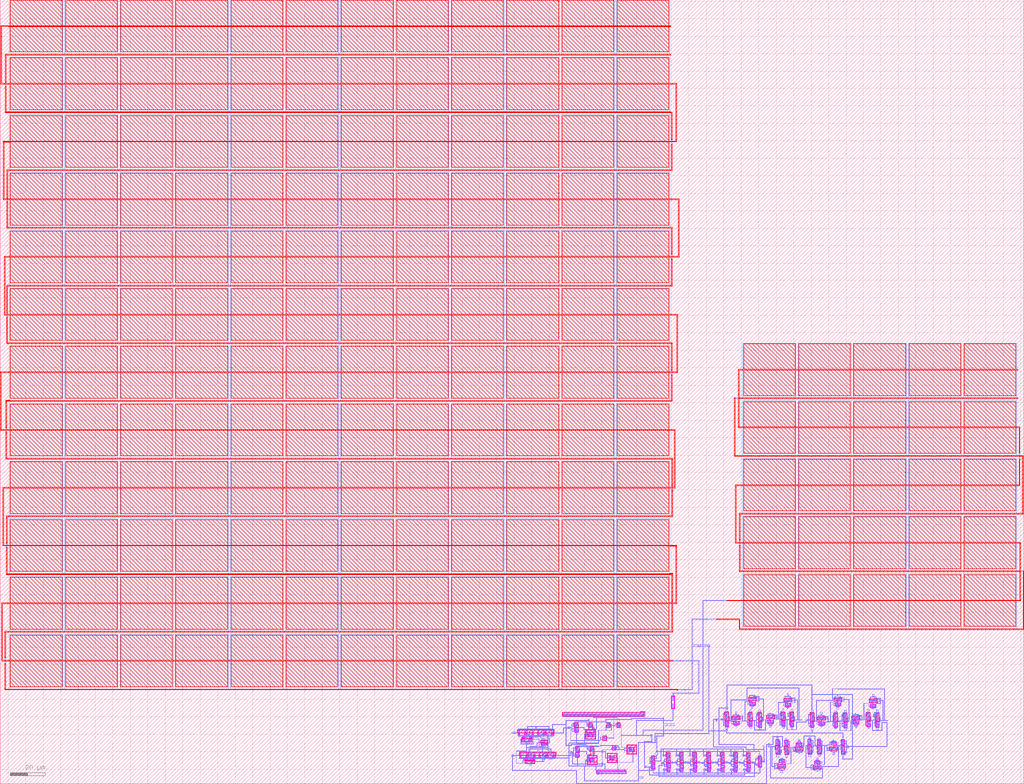
<source format=lef>
VERSION 5.7 ;
  NOWIREEXTENSIONATPIN ON ;
  DIVIDERCHAR "/" ;
  BUSBITCHARS "[]" ;
MACRO pfd_lay
  CLASS BLOCK ;
  FOREIGN pfd_lay ;
  ORIGIN -3.250 15.880 ;
  SIZE 34.000 BY 22.490 ;
  PIN f_clk_in
    ANTENNAGATEAREA 0.247500 ;
    PORT
      LAYER li1 ;
        RECT 6.950 2.900 7.280 2.915 ;
        RECT 5.950 2.700 7.280 2.900 ;
        RECT 6.950 2.675 7.280 2.700 ;
      LAYER met1 ;
        RECT 4.250 2.900 5.250 3.380 ;
        RECT 5.920 2.900 6.180 2.960 ;
        RECT 4.250 2.700 6.180 2.900 ;
        RECT 4.250 2.380 5.250 2.700 ;
        RECT 5.920 2.640 6.180 2.700 ;
    END
  END f_clk_in
  PIN VPWR
    USE POWER ;
    PORT
      LAYER nwell ;
        RECT 6.440 2.905 27.520 4.510 ;
      LAYER li1 ;
        RECT 6.630 4.235 8.010 4.405 ;
        RECT 10.310 4.235 11.690 4.405 ;
        RECT 14.450 4.235 15.830 4.405 ;
        RECT 17.670 4.235 19.050 4.405 ;
        RECT 21.350 4.235 23.190 4.405 ;
        RECT 25.490 4.235 27.330 4.405 ;
        RECT 6.970 3.095 7.180 4.235 ;
        RECT 10.395 3.095 10.675 4.235 ;
        RECT 11.345 3.095 11.605 4.235 ;
        RECT 14.790 3.095 15.000 4.235 ;
        RECT 18.010 3.095 18.220 4.235 ;
        RECT 21.440 3.095 21.695 4.235 ;
        RECT 22.365 3.435 22.595 4.235 ;
        RECT 25.830 3.095 26.040 4.235 ;
        RECT 26.955 3.070 27.245 4.235 ;
      LAYER met1 ;
        RECT 16.560 5.240 17.560 6.100 ;
        RECT 6.900 4.760 27.040 5.240 ;
        RECT 6.900 4.560 27.600 4.760 ;
        RECT 6.630 4.420 27.600 4.560 ;
        RECT 6.630 4.080 8.010 4.420 ;
        RECT 10.310 4.080 11.690 4.420 ;
        RECT 14.450 4.080 15.830 4.420 ;
        RECT 17.670 4.080 19.050 4.420 ;
        RECT 21.350 4.080 23.190 4.420 ;
        RECT 25.490 4.080 27.330 4.420 ;
    END
    PORT
      LAYER nwell ;
        RECT 19.900 -2.905 23.660 -1.300 ;
      LAYER li1 ;
        RECT 20.090 -1.575 22.390 -1.405 ;
        RECT 23.010 -1.575 23.470 -1.405 ;
        RECT 20.175 -2.715 20.435 -1.575 ;
        RECT 21.105 -2.375 21.275 -1.575 ;
        RECT 22.005 -2.375 22.285 -1.575 ;
        RECT 23.095 -2.740 23.385 -1.575 ;
      LAYER met1 ;
        RECT 20.800 -1.250 21.800 -0.500 ;
        RECT 20.090 -1.730 23.470 -1.250 ;
        RECT 22.250 -1.750 23.220 -1.730 ;
    END
    PORT
      LAYER nwell ;
        RECT 10.580 -13.075 14.550 -13.015 ;
        RECT 10.580 -13.145 15.570 -13.075 ;
        RECT 10.580 -14.620 16.240 -13.145 ;
        RECT 13.810 -14.680 16.240 -14.620 ;
        RECT 15.400 -14.750 16.240 -14.680 ;
      LAYER li1 ;
        RECT 10.855 -14.345 11.115 -13.205 ;
        RECT 11.785 -14.345 12.065 -13.205 ;
        RECT 10.770 -14.515 12.150 -14.345 ;
        RECT 14.085 -14.405 14.345 -13.265 ;
        RECT 15.015 -14.405 15.295 -13.265 ;
        RECT 14.000 -14.575 15.380 -14.405 ;
        RECT 15.675 -14.475 15.965 -13.310 ;
        RECT 15.590 -14.645 16.050 -14.475 ;
      LAYER met1 ;
        RECT 10.770 -14.620 12.150 -14.190 ;
        RECT 14.000 -14.620 15.380 -14.250 ;
        RECT 15.590 -14.620 16.050 -14.320 ;
        RECT 10.580 -14.800 16.050 -14.620 ;
        RECT 10.580 -14.960 15.640 -14.800 ;
        RECT 13.340 -15.880 14.340 -14.960 ;
    END
    PORT
      LAYER nwell ;
        RECT 27.890 -8.410 28.730 -8.400 ;
        RECT 7.360 -10.005 28.730 -8.410 ;
        RECT 7.360 -10.015 27.980 -10.005 ;
      LAYER li1 ;
        RECT 7.550 -8.685 8.930 -8.515 ;
        RECT 11.230 -8.685 12.610 -8.515 ;
        RECT 15.370 -8.685 16.750 -8.515 ;
        RECT 18.590 -8.685 19.970 -8.515 ;
        RECT 22.270 -8.685 24.110 -8.515 ;
        RECT 26.410 -8.685 27.790 -8.515 ;
        RECT 28.080 -8.675 28.540 -8.505 ;
        RECT 7.890 -9.825 8.100 -8.685 ;
        RECT 11.315 -9.825 11.595 -8.685 ;
        RECT 12.265 -9.825 12.525 -8.685 ;
        RECT 15.710 -9.825 15.920 -8.685 ;
        RECT 18.930 -9.825 19.140 -8.685 ;
        RECT 22.360 -9.825 22.615 -8.685 ;
        RECT 23.285 -9.485 23.515 -8.685 ;
        RECT 26.750 -9.825 26.960 -8.685 ;
        RECT 28.165 -9.840 28.455 -8.675 ;
      LAYER met1 ;
        RECT 17.940 -8.025 18.940 -7.160 ;
        RECT 7.830 -8.160 27.970 -8.025 ;
        RECT 7.830 -8.350 28.520 -8.160 ;
        RECT 7.830 -8.360 28.540 -8.350 ;
        RECT 7.550 -8.830 28.540 -8.360 ;
        RECT 7.550 -8.840 28.150 -8.830 ;
        RECT 7.830 -8.845 28.150 -8.840 ;
        RECT 27.900 -8.850 28.150 -8.845 ;
    END
    PORT
      LAYER nwell ;
        RECT 13.120 -0.655 14.880 -0.605 ;
        RECT 9.270 -0.660 11.300 -0.655 ;
        RECT 12.570 -0.660 14.880 -0.655 ;
        RECT 9.270 -0.675 14.880 -0.660 ;
        RECT 8.630 -2.210 14.880 -0.675 ;
        RECT 8.630 -2.260 13.580 -2.210 ;
        RECT 8.630 -2.280 9.470 -2.260 ;
      LAYER li1 ;
        RECT 8.905 -2.005 9.195 -0.840 ;
        RECT 9.545 -1.985 9.825 -0.845 ;
        RECT 10.495 -1.985 10.755 -0.845 ;
        RECT 13.395 -1.935 13.675 -0.795 ;
        RECT 14.345 -1.935 14.605 -0.795 ;
        RECT 8.820 -2.175 9.280 -2.005 ;
        RECT 9.460 -2.155 10.840 -1.985 ;
        RECT 13.310 -2.105 14.690 -1.935 ;
      LAYER met1 ;
        RECT 8.820 -2.040 9.280 -1.850 ;
        RECT 9.460 -2.040 10.840 -1.830 ;
        RECT 13.310 -2.040 14.690 -1.780 ;
        RECT 8.820 -2.330 15.180 -2.040 ;
        RECT 9.200 -2.720 15.180 -2.330 ;
        RECT 12.420 -3.400 13.420 -2.720 ;
    END
  END VPWR
  PIN VGND
    USE GROUND ;
    PORT
      LAYER pwell ;
        RECT 26.885 1.790 27.315 2.575 ;
        RECT 8.835 -0.345 9.265 0.440 ;
      LAYER li1 ;
        RECT 6.950 1.685 7.180 2.505 ;
        RECT 10.395 1.685 10.705 2.485 ;
        RECT 14.770 1.685 15.000 2.505 ;
        RECT 17.990 1.685 18.220 2.505 ;
        RECT 21.440 1.685 21.695 2.175 ;
        RECT 25.810 1.685 26.040 2.505 ;
        RECT 26.955 1.685 27.245 2.410 ;
        RECT 6.630 1.515 8.010 1.685 ;
        RECT 10.310 1.515 11.690 1.685 ;
        RECT 14.450 1.515 15.830 1.685 ;
        RECT 17.670 1.515 19.050 1.685 ;
        RECT 21.350 1.515 23.190 1.685 ;
        RECT 25.490 1.515 27.330 1.685 ;
        RECT 8.820 0.545 9.280 0.715 ;
        RECT 9.460 0.565 10.840 0.735 ;
        RECT 13.310 0.615 14.690 0.785 ;
        RECT 8.905 -0.180 9.195 0.545 ;
        RECT 9.545 -0.235 9.855 0.565 ;
        RECT 13.395 -0.185 13.705 0.615 ;
      LAYER met1 ;
        RECT 6.630 1.500 8.010 1.840 ;
        RECT 10.310 1.500 11.690 1.840 ;
        RECT 14.450 1.500 15.830 1.840 ;
        RECT 17.670 1.500 19.050 1.840 ;
        RECT 21.350 1.500 23.190 1.840 ;
        RECT 25.490 1.500 27.330 1.840 ;
        RECT 6.630 1.360 27.330 1.500 ;
        RECT 6.900 1.020 27.600 1.360 ;
        RECT 6.900 0.680 27.040 1.020 ;
        RECT 8.820 0.390 9.280 0.680 ;
        RECT 9.460 0.410 10.840 0.680 ;
        RECT 13.310 0.460 14.690 0.680 ;
        RECT 17.020 0.000 18.020 0.680 ;
    END
    PORT
      LAYER pwell ;
        RECT 23.025 -4.020 23.455 -3.235 ;
      LAYER li1 ;
        RECT 20.180 -4.125 20.515 -3.385 ;
        RECT 23.095 -4.125 23.385 -3.400 ;
        RECT 20.090 -4.295 22.390 -4.125 ;
        RECT 23.010 -4.295 23.470 -4.125 ;
      LAYER met1 ;
        RECT 22.250 -3.970 23.220 -3.950 ;
        RECT 20.090 -4.450 23.470 -3.970 ;
        RECT 21.350 -5.250 22.350 -4.450 ;
    END
    PORT
      LAYER pwell ;
        RECT 28.095 -11.120 28.525 -10.335 ;
        RECT 15.605 -12.815 16.035 -12.030 ;
      LAYER li1 ;
        RECT 7.870 -11.235 8.100 -10.415 ;
        RECT 11.315 -11.235 11.625 -10.435 ;
        RECT 15.690 -11.235 15.920 -10.415 ;
        RECT 18.910 -11.235 19.140 -10.415 ;
        RECT 22.360 -11.235 22.615 -10.745 ;
        RECT 26.730 -11.235 26.960 -10.415 ;
        RECT 28.165 -11.225 28.455 -10.500 ;
        RECT 7.550 -11.405 8.930 -11.235 ;
        RECT 11.230 -11.405 12.610 -11.235 ;
        RECT 15.370 -11.405 16.750 -11.235 ;
        RECT 18.590 -11.405 19.970 -11.235 ;
        RECT 22.270 -11.405 24.110 -11.235 ;
        RECT 26.410 -11.405 27.790 -11.235 ;
        RECT 28.080 -11.395 28.540 -11.225 ;
        RECT 10.770 -11.795 12.150 -11.625 ;
        RECT 11.755 -12.595 12.065 -11.795 ;
        RECT 14.000 -11.855 15.380 -11.685 ;
        RECT 14.985 -12.655 15.295 -11.855 ;
        RECT 15.590 -11.925 16.050 -11.755 ;
        RECT 15.675 -12.650 15.965 -11.925 ;
      LAYER met1 ;
        RECT 27.900 -11.070 28.200 -11.050 ;
        RECT 27.900 -11.080 28.540 -11.070 ;
        RECT 7.550 -11.220 28.540 -11.080 ;
        RECT 7.360 -11.550 28.540 -11.220 ;
        RECT 7.360 -11.560 28.520 -11.550 ;
        RECT 7.360 -11.900 28.010 -11.560 ;
        RECT 10.770 -11.950 12.150 -11.900 ;
        RECT 14.000 -12.010 15.380 -11.900 ;
        RECT 15.590 -12.080 16.050 -11.900 ;
        RECT 25.000 -12.400 26.000 -11.900 ;
    END
  END VGND
  PIN f_vco
    ANTENNAGATEAREA 0.247500 ;
    PORT
      LAYER li1 ;
        RECT 6.900 -10.005 8.170 -10.000 ;
        RECT 6.900 -10.200 8.200 -10.005 ;
        RECT 7.870 -10.245 8.200 -10.200 ;
      LAYER met1 ;
        RECT 3.250 -10.000 4.250 -9.700 ;
        RECT 4.820 -10.000 5.080 -9.940 ;
        RECT 3.250 -10.200 5.080 -10.000 ;
        RECT 3.250 -10.700 4.250 -10.200 ;
        RECT 4.820 -10.260 5.080 -10.200 ;
        RECT 6.190 -10.000 6.510 -9.970 ;
        RECT 6.870 -10.000 7.130 -9.940 ;
        RECT 6.190 -10.200 7.130 -10.000 ;
        RECT 6.190 -10.230 6.510 -10.200 ;
        RECT 6.870 -10.260 7.130 -10.200 ;
      LAYER met2 ;
        RECT 4.790 -10.000 5.110 -9.970 ;
        RECT 6.220 -10.000 6.480 -9.940 ;
        RECT 4.790 -10.200 6.480 -10.000 ;
        RECT 4.790 -10.230 5.110 -10.200 ;
        RECT 6.220 -10.260 6.480 -10.200 ;
    END
  END f_vco
  OBS
      LAYER pwell ;
        RECT 6.840 1.705 7.770 2.615 ;
        RECT 10.335 1.705 11.685 2.615 ;
        RECT 14.660 1.705 15.590 2.615 ;
        RECT 17.880 1.705 18.810 2.615 ;
        RECT 21.355 1.705 23.185 2.615 ;
        RECT 25.700 1.705 26.630 2.615 ;
        RECT 6.840 1.685 6.945 1.705 ;
        RECT 6.775 1.515 6.945 1.685 ;
        RECT 10.450 1.515 10.620 1.705 ;
        RECT 14.660 1.685 14.765 1.705 ;
        RECT 17.880 1.685 17.985 1.705 ;
        RECT 14.595 1.515 14.765 1.685 ;
        RECT 17.815 1.515 17.985 1.685 ;
        RECT 21.500 1.515 21.670 1.705 ;
        RECT 25.700 1.685 25.805 1.705 ;
        RECT 25.635 1.515 25.805 1.685 ;
        RECT 9.600 0.545 9.770 0.735 ;
        RECT 13.450 0.595 13.620 0.785 ;
        RECT 9.485 -0.365 10.835 0.545 ;
        RECT 13.335 -0.315 14.685 0.595 ;
        RECT 20.095 -4.105 22.385 -3.195 ;
        RECT 20.240 -4.295 20.410 -4.105 ;
        RECT 7.760 -11.215 8.690 -10.305 ;
        RECT 11.255 -11.215 12.605 -10.305 ;
        RECT 15.580 -11.215 16.510 -10.305 ;
        RECT 18.800 -11.215 19.730 -10.305 ;
        RECT 22.275 -11.215 24.105 -10.305 ;
        RECT 26.620 -11.215 27.550 -10.305 ;
        RECT 7.760 -11.235 7.865 -11.215 ;
        RECT 7.695 -11.405 7.865 -11.235 ;
        RECT 11.370 -11.405 11.540 -11.215 ;
        RECT 15.580 -11.235 15.685 -11.215 ;
        RECT 18.800 -11.235 18.905 -11.215 ;
        RECT 15.515 -11.405 15.685 -11.235 ;
        RECT 18.735 -11.405 18.905 -11.235 ;
        RECT 22.420 -11.405 22.590 -11.215 ;
        RECT 26.620 -11.235 26.725 -11.215 ;
        RECT 26.555 -11.405 26.725 -11.235 ;
        RECT 11.840 -11.815 12.010 -11.625 ;
        RECT 10.775 -12.725 12.125 -11.815 ;
        RECT 15.070 -11.875 15.240 -11.685 ;
        RECT 14.005 -12.785 15.355 -11.875 ;
      LAYER li1 ;
        RECT 7.350 3.085 7.680 4.065 ;
        RECT 10.845 3.085 11.175 4.065 ;
        RECT 13.175 3.475 13.925 3.730 ;
        RECT 7.450 2.900 7.680 3.085 ;
        RECT 10.405 2.900 10.740 2.925 ;
        RECT 7.450 2.700 10.740 2.900 ;
        RECT 7.450 2.485 7.680 2.700 ;
        RECT 10.405 2.655 10.740 2.700 ;
        RECT 7.350 1.855 7.680 2.485 ;
        RECT 10.910 2.485 11.080 3.085 ;
        RECT 11.250 2.900 11.585 2.925 ;
        RECT 13.700 2.900 13.890 3.475 ;
        RECT 15.170 3.085 15.500 4.065 ;
        RECT 18.390 3.085 18.720 4.065 ;
        RECT 14.770 2.900 15.100 2.915 ;
        RECT 11.250 2.700 12.350 2.900 ;
        RECT 13.700 2.700 15.100 2.900 ;
        RECT 11.250 2.675 11.585 2.700 ;
        RECT 10.910 2.200 11.605 2.485 ;
        RECT 13.700 2.200 13.900 2.700 ;
        RECT 14.770 2.675 15.100 2.700 ;
        RECT 15.270 2.900 15.500 3.085 ;
        RECT 17.990 2.900 18.320 2.915 ;
        RECT 15.270 2.700 18.320 2.900 ;
        RECT 15.270 2.485 15.500 2.700 ;
        RECT 17.990 2.675 18.320 2.700 ;
        RECT 18.490 2.850 18.720 3.085 ;
        RECT 19.900 2.850 20.100 3.800 ;
        RECT 21.865 3.265 22.195 4.065 ;
        RECT 22.765 3.265 23.095 4.065 ;
        RECT 21.865 3.095 23.095 3.265 ;
        RECT 24.400 3.250 25.050 3.450 ;
        RECT 21.460 2.850 21.680 2.925 ;
        RECT 18.490 2.650 20.100 2.850 ;
        RECT 20.750 2.650 21.680 2.850 ;
        RECT 18.490 2.485 18.720 2.650 ;
        RECT 10.910 2.000 13.900 2.200 ;
        RECT 10.910 1.855 11.605 2.000 ;
        RECT 15.170 1.855 15.500 2.485 ;
        RECT 18.390 1.855 18.720 2.485 ;
        RECT 20.750 1.800 20.950 2.650 ;
        RECT 21.460 2.345 21.680 2.650 ;
        RECT 21.865 2.195 22.045 3.095 ;
        RECT 22.215 2.365 22.590 2.925 ;
        RECT 22.795 2.900 23.105 2.925 ;
        RECT 24.850 2.900 25.050 3.250 ;
        RECT 26.210 3.085 26.540 4.065 ;
        RECT 25.810 2.900 26.140 2.915 ;
        RECT 22.795 2.650 24.100 2.900 ;
        RECT 24.850 2.700 26.140 2.900 ;
        RECT 22.795 2.595 23.105 2.650 ;
        RECT 22.765 2.195 23.095 2.425 ;
        RECT 23.855 2.405 24.050 2.650 ;
        RECT 21.865 2.150 23.095 2.195 ;
        RECT 24.850 2.150 25.050 2.700 ;
        RECT 25.810 2.675 26.140 2.700 ;
        RECT 26.310 2.900 26.540 3.085 ;
        RECT 26.310 2.700 27.950 2.900 ;
        RECT 26.310 2.485 26.540 2.700 ;
        RECT 21.865 1.950 25.050 2.150 ;
        RECT 21.865 1.855 23.095 1.950 ;
        RECT 26.210 1.855 26.540 2.485 ;
        RECT 10.060 0.250 10.755 0.395 ;
        RECT 10.060 0.050 11.750 0.250 ;
        RECT 13.910 0.200 14.605 0.445 ;
        RECT 10.060 -0.235 10.755 0.050 ;
        RECT 13.910 0.000 15.900 0.200 ;
        RECT 13.910 -0.185 14.605 0.000 ;
        RECT 9.555 -0.450 9.890 -0.405 ;
        RECT 8.400 -0.650 9.890 -0.450 ;
        RECT 9.555 -0.675 9.890 -0.650 ;
        RECT 10.060 -0.835 10.230 -0.235 ;
        RECT 13.405 -0.400 13.740 -0.355 ;
        RECT 10.400 -0.450 10.735 -0.425 ;
        RECT 10.400 -0.650 12.350 -0.450 ;
        RECT 12.650 -0.600 13.740 -0.400 ;
        RECT 13.405 -0.625 13.740 -0.600 ;
        RECT 10.400 -0.675 10.735 -0.650 ;
        RECT 9.995 -1.815 10.325 -0.835 ;
        RECT 11.425 -0.950 11.625 -0.650 ;
        RECT 13.910 -0.785 14.080 -0.185 ;
        RECT 14.250 -0.415 14.585 -0.375 ;
        RECT 14.250 -0.585 15.185 -0.415 ;
        RECT 14.250 -0.625 14.585 -0.585 ;
        RECT 13.845 -1.765 14.175 -0.785 ;
        RECT 18.600 -2.250 18.800 -1.600 ;
        RECT 18.600 -2.450 19.550 -2.250 ;
        RECT 20.605 -2.545 20.935 -1.745 ;
        RECT 21.475 -2.545 21.805 -1.745 ;
        RECT 20.605 -2.715 21.885 -2.545 ;
        RECT 17.640 -2.950 19.760 -2.940 ;
        RECT 20.200 -2.950 20.485 -2.885 ;
        RECT 17.640 -3.150 20.500 -2.950 ;
        RECT 17.640 -3.160 19.760 -3.150 ;
        RECT 20.200 -3.215 20.485 -3.150 ;
        RECT 20.685 -3.215 21.065 -2.885 ;
        RECT 21.235 -3.215 21.545 -2.885 ;
        RECT 18.700 -3.800 19.800 -3.600 ;
        RECT 18.705 -5.145 18.895 -3.800 ;
        RECT 20.685 -3.910 20.900 -3.215 ;
        RECT 21.235 -3.385 21.440 -3.215 ;
        RECT 21.715 -3.385 21.885 -2.715 ;
        RECT 22.065 -2.950 22.305 -2.545 ;
        RECT 22.065 -3.150 24.850 -2.950 ;
        RECT 22.065 -3.215 22.305 -3.150 ;
        RECT 21.090 -3.910 21.440 -3.385 ;
        RECT 21.610 -3.955 22.305 -3.385 ;
        RECT 8.270 -9.835 8.600 -8.855 ;
        RECT 11.765 -9.835 12.095 -8.855 ;
        RECT 16.090 -9.835 16.420 -8.855 ;
        RECT 19.310 -9.835 19.640 -8.855 ;
        RECT 8.370 -10.050 8.600 -9.835 ;
        RECT 11.325 -10.050 11.660 -9.995 ;
        RECT 8.370 -10.250 11.660 -10.050 ;
        RECT 8.370 -10.435 8.600 -10.250 ;
        RECT 11.325 -10.265 11.660 -10.250 ;
        RECT 8.270 -11.065 8.600 -10.435 ;
        RECT 11.830 -10.435 12.000 -9.835 ;
        RECT 12.170 -10.000 12.505 -9.995 ;
        RECT 16.190 -10.000 16.420 -9.835 ;
        RECT 12.170 -10.200 13.250 -10.000 ;
        RECT 14.850 -10.005 15.950 -10.000 ;
        RECT 16.190 -10.005 19.150 -10.000 ;
        RECT 14.850 -10.200 16.020 -10.005 ;
        RECT 12.170 -10.245 12.505 -10.200 ;
        RECT 11.830 -10.700 12.525 -10.435 ;
        RECT 14.200 -10.700 14.400 -10.250 ;
        RECT 14.850 -10.700 15.050 -10.200 ;
        RECT 15.690 -10.245 16.020 -10.200 ;
        RECT 16.190 -10.200 19.240 -10.005 ;
        RECT 16.190 -10.435 16.420 -10.200 ;
        RECT 18.910 -10.245 19.240 -10.200 ;
        RECT 19.410 -10.050 19.640 -9.835 ;
        RECT 22.785 -9.655 23.115 -8.855 ;
        RECT 23.685 -9.655 24.015 -8.855 ;
        RECT 22.785 -9.825 24.015 -9.655 ;
        RECT 22.380 -10.050 22.600 -9.995 ;
        RECT 19.410 -10.250 21.500 -10.050 ;
        RECT 21.700 -10.250 22.600 -10.050 ;
        RECT 19.410 -10.435 19.640 -10.250 ;
        RECT 11.830 -10.900 15.050 -10.700 ;
        RECT 11.830 -11.065 12.525 -10.900 ;
        RECT 16.090 -11.065 16.420 -10.435 ;
        RECT 19.310 -11.065 19.640 -10.435 ;
        RECT 22.380 -10.575 22.600 -10.250 ;
        RECT 22.785 -10.725 22.965 -9.825 ;
        RECT 27.130 -9.835 27.460 -8.855 ;
        RECT 23.135 -10.555 23.510 -9.995 ;
        RECT 23.715 -10.065 24.025 -9.995 ;
        RECT 25.500 -10.065 26.350 -10.050 ;
        RECT 26.730 -10.065 27.060 -10.005 ;
        RECT 23.715 -10.235 24.780 -10.065 ;
        RECT 25.500 -10.235 27.060 -10.065 ;
        RECT 23.715 -10.325 24.025 -10.235 ;
        RECT 25.500 -10.250 26.350 -10.235 ;
        RECT 26.730 -10.245 27.060 -10.235 ;
        RECT 27.230 -10.050 27.460 -9.835 ;
        RECT 23.685 -10.725 24.015 -10.495 ;
        RECT 22.785 -10.750 24.015 -10.725 ;
        RECT 26.150 -10.750 26.350 -10.250 ;
        RECT 27.230 -10.250 29.900 -10.050 ;
        RECT 27.230 -10.435 27.460 -10.250 ;
        RECT 22.785 -10.950 26.350 -10.750 ;
        RECT 22.785 -11.065 24.015 -10.950 ;
        RECT 27.130 -11.065 27.460 -10.435 ;
        RECT 10.855 -12.350 11.550 -11.965 ;
        RECT 14.085 -12.200 14.780 -12.025 ;
        RECT 9.800 -12.550 11.550 -12.350 ;
        RECT 10.855 -12.595 11.550 -12.550 ;
        RECT 10.875 -12.865 11.210 -12.785 ;
        RECT 9.565 -13.035 11.210 -12.865 ;
        RECT 11.380 -13.195 11.550 -12.595 ;
        RECT 12.350 -12.400 14.780 -12.200 ;
        RECT 11.720 -12.800 12.055 -12.765 ;
        RECT 12.350 -12.800 12.550 -12.400 ;
        RECT 11.720 -13.000 12.550 -12.800 ;
        RECT 11.720 -13.035 12.055 -13.000 ;
        RECT 11.285 -14.175 11.615 -13.195 ;
        RECT 12.900 -13.700 13.100 -12.400 ;
        RECT 14.085 -12.655 14.780 -12.400 ;
        RECT 14.105 -12.865 14.440 -12.845 ;
        RECT 13.565 -13.035 14.440 -12.865 ;
        RECT 14.105 -13.095 14.440 -13.035 ;
        RECT 14.610 -13.255 14.780 -12.655 ;
        RECT 14.950 -12.850 15.285 -12.825 ;
        RECT 14.950 -13.050 16.700 -12.850 ;
        RECT 14.950 -13.095 15.285 -13.050 ;
        RECT 14.515 -14.235 14.845 -13.255 ;
      LAYER met1 ;
        RECT 12.120 6.550 12.380 6.610 ;
        RECT 24.340 6.550 24.660 6.580 ;
        RECT 12.120 6.350 24.660 6.550 ;
        RECT 12.120 6.290 12.380 6.350 ;
        RECT 24.340 6.320 24.660 6.350 ;
        RECT 33.450 5.670 33.770 5.700 ;
        RECT 32.800 5.470 33.770 5.670 ;
        RECT 12.090 3.620 12.410 3.880 ;
        RECT 24.370 3.840 24.630 4.160 ;
        RECT 19.840 3.800 20.160 3.830 ;
        RECT 12.150 2.915 12.350 3.620 ;
        RECT 13.150 3.100 13.450 3.780 ;
        RECT 19.840 3.600 22.450 3.800 ;
        RECT 19.840 3.570 20.160 3.600 ;
        RECT 12.105 2.685 12.395 2.915 ;
        RECT 13.120 2.800 13.480 3.100 ;
        RECT 22.250 2.845 22.450 3.600 ;
        RECT 24.400 3.510 24.600 3.840 ;
        RECT 24.370 3.190 24.630 3.510 ;
        RECT 27.670 2.900 27.930 2.960 ;
        RECT 32.800 2.900 33.000 5.470 ;
        RECT 33.450 5.440 33.770 5.470 ;
        RECT 34.730 5.670 34.990 5.730 ;
        RECT 34.730 5.470 35.860 5.670 ;
        RECT 34.730 5.410 34.990 5.470 ;
        RECT 22.235 2.555 22.465 2.845 ;
        RECT 27.670 2.700 33.000 2.900 ;
        RECT 23.825 2.630 24.085 2.665 ;
        RECT 27.670 2.640 27.930 2.700 ;
        RECT 23.795 2.375 24.110 2.630 ;
        RECT 23.825 2.345 24.085 2.375 ;
        RECT 19.640 2.000 19.960 2.030 ;
        RECT 20.705 2.000 20.995 2.015 ;
        RECT 19.640 1.800 20.995 2.000 ;
        RECT 19.640 1.770 19.960 1.800 ;
        RECT 20.705 1.785 20.995 1.800 ;
        RECT 11.520 -0.010 11.780 0.310 ;
        RECT 12.120 -0.010 12.380 0.310 ;
        RECT 14.940 0.170 15.260 0.430 ;
        RECT 12.150 -0.390 12.350 -0.010 ;
        RECT 8.355 -0.665 8.645 -0.435 ;
        RECT 8.400 -3.550 8.600 -0.665 ;
        RECT 11.410 -0.720 11.670 -0.690 ;
        RECT 12.120 -0.710 12.380 -0.390 ;
        RECT 12.620 -0.660 12.880 -0.340 ;
        RECT 15.020 -0.355 15.180 0.170 ;
        RECT 15.670 -0.060 15.930 0.260 ;
        RECT 19.640 0.170 19.960 0.430 ;
        RECT 14.985 -0.645 15.215 -0.355 ;
        RECT 11.380 -0.980 11.670 -0.720 ;
        RECT 11.410 -1.010 11.670 -0.980 ;
        RECT 11.445 -1.655 11.765 -1.615 ;
        RECT 12.660 -1.655 12.845 -0.660 ;
        RECT 11.445 -1.840 12.845 -1.655 ;
        RECT 11.445 -1.875 11.765 -1.840 ;
        RECT 15.700 -3.550 15.900 -0.060 ;
        RECT 19.700 -0.150 19.900 0.170 ;
        RECT 19.700 -0.350 24.850 -0.150 ;
        RECT 18.570 -1.010 18.830 -0.690 ;
        RECT 18.600 -1.555 18.800 -1.010 ;
        RECT 18.585 -1.845 18.815 -1.555 ;
        RECT 19.320 -2.250 19.580 -2.190 ;
        RECT 19.320 -2.450 20.950 -2.250 ;
        RECT 19.320 -2.510 19.580 -2.450 ;
        RECT 20.750 -2.905 20.950 -2.450 ;
        RECT 24.650 -2.905 24.850 -0.350 ;
        RECT 17.605 -3.165 17.895 -2.935 ;
        RECT 8.400 -3.750 15.900 -3.550 ;
        RECT 11.450 -4.275 11.770 -4.015 ;
        RECT 11.520 -5.545 11.705 -4.275 ;
        RECT 13.640 -4.790 13.960 -4.770 ;
        RECT 17.640 -4.790 17.860 -3.165 ;
        RECT 20.735 -3.195 20.965 -2.905 ;
        RECT 24.635 -3.195 24.865 -2.905 ;
        RECT 21.710 -3.500 22.000 -3.475 ;
        RECT 22.425 -3.500 22.685 -3.435 ;
        RECT 19.570 -3.600 19.830 -3.540 ;
        RECT 21.105 -3.600 21.395 -3.585 ;
        RECT 19.570 -3.800 21.395 -3.600 ;
        RECT 21.710 -3.685 22.685 -3.500 ;
        RECT 21.710 -3.705 22.000 -3.685 ;
        RECT 22.425 -3.755 22.685 -3.685 ;
        RECT 19.570 -3.860 19.830 -3.800 ;
        RECT 21.105 -3.815 21.395 -3.800 ;
        RECT 13.640 -5.010 17.860 -4.790 ;
        RECT 18.655 -4.955 18.945 -4.935 ;
        RECT 20.640 -4.955 20.960 -4.920 ;
        RECT 13.640 -5.030 13.960 -5.010 ;
        RECT 18.655 -5.145 20.960 -4.955 ;
        RECT 18.655 -5.165 18.945 -5.145 ;
        RECT 20.640 -5.180 20.960 -5.145 ;
        RECT 23.140 -5.545 23.460 -5.505 ;
        RECT 11.520 -5.730 23.460 -5.545 ;
        RECT 11.520 -7.405 11.705 -5.730 ;
        RECT 23.140 -5.765 23.460 -5.730 ;
        RECT 5.660 -7.590 11.705 -7.405 ;
        RECT 13.050 -6.600 25.700 -6.400 ;
        RECT 13.050 -7.490 13.250 -6.600 ;
        RECT 25.500 -7.470 25.700 -6.600 ;
        RECT 5.665 -14.570 5.835 -7.590 ;
        RECT 13.020 -7.810 13.280 -7.490 ;
        RECT 25.440 -7.730 25.760 -7.470 ;
        RECT 12.990 -9.330 13.310 -9.070 ;
        RECT 21.250 -9.250 23.450 -9.050 ;
        RECT 13.050 -9.985 13.250 -9.330 ;
        RECT 14.170 -9.580 14.430 -9.260 ;
        RECT 13.640 -9.800 13.960 -9.770 ;
        RECT 14.200 -9.800 14.400 -9.580 ;
        RECT 13.005 -10.215 13.295 -9.985 ;
        RECT 13.640 -10.000 14.400 -9.800 ;
        RECT 13.640 -10.030 13.960 -10.000 ;
        RECT 14.200 -10.235 14.400 -10.000 ;
        RECT 21.250 -10.020 21.450 -9.250 ;
        RECT 14.155 -10.465 14.445 -10.235 ;
        RECT 21.190 -10.280 21.510 -10.020 ;
        RECT 21.655 -10.265 21.945 -10.035 ;
        RECT 23.250 -10.055 23.450 -9.250 ;
        RECT 24.535 -9.330 24.855 -9.070 ;
        RECT 25.470 -9.310 25.730 -8.990 ;
        RECT 24.610 -10.005 24.780 -9.330 ;
        RECT 25.500 -9.990 25.700 -9.310 ;
        RECT 21.700 -10.620 21.900 -10.265 ;
        RECT 23.235 -10.345 23.465 -10.055 ;
        RECT 24.580 -10.295 24.810 -10.005 ;
        RECT 25.470 -10.310 25.730 -9.990 ;
        RECT 29.670 -10.050 29.930 -9.990 ;
        RECT 35.170 -10.050 35.490 -10.020 ;
        RECT 29.670 -10.250 35.490 -10.050 ;
        RECT 29.670 -10.310 29.930 -10.250 ;
        RECT 35.170 -10.280 35.490 -10.250 ;
        RECT 36.530 -10.050 36.790 -9.990 ;
        RECT 37.050 -10.050 37.250 -8.160 ;
        RECT 36.530 -10.250 37.250 -10.050 ;
        RECT 36.530 -10.310 36.790 -10.250 ;
        RECT 21.640 -10.880 21.960 -10.620 ;
        RECT 9.770 -12.610 10.030 -12.290 ;
        RECT 13.490 -12.480 13.810 -12.220 ;
        RECT 16.470 -12.410 16.730 -12.090 ;
        RECT 13.565 -12.805 13.735 -12.480 ;
        RECT 9.505 -13.065 9.795 -12.835 ;
        RECT 9.570 -14.570 9.730 -13.065 ;
        RECT 13.535 -13.095 13.765 -12.805 ;
        RECT 16.500 -12.820 16.700 -12.410 ;
        RECT 20.670 -12.460 20.930 -12.140 ;
        RECT 16.440 -13.080 16.760 -12.820 ;
        RECT 12.840 -13.500 13.160 -13.470 ;
        RECT 20.700 -13.500 20.900 -12.460 ;
        RECT 21.670 -12.560 21.930 -12.240 ;
        RECT 21.700 -13.500 21.900 -12.560 ;
        RECT 12.840 -13.700 21.900 -13.500 ;
        RECT 12.840 -13.730 13.160 -13.700 ;
        RECT 5.665 -14.730 9.730 -14.570 ;
        RECT 5.665 -14.735 5.835 -14.730 ;
      LAYER met2 ;
        RECT 12.090 6.320 12.410 6.580 ;
        RECT 12.150 3.910 12.350 6.320 ;
        RECT 24.370 6.290 24.630 6.610 ;
        RECT 24.400 4.130 24.600 6.290 ;
        RECT 33.480 5.670 33.740 5.730 ;
        RECT 34.700 5.670 35.020 5.700 ;
        RECT 33.480 5.470 35.020 5.670 ;
        RECT 33.480 5.410 33.740 5.470 ;
        RECT 34.700 5.440 35.020 5.470 ;
        RECT 12.120 3.590 12.380 3.910 ;
        RECT 24.340 3.870 24.660 4.130 ;
        RECT 12.110 1.850 12.390 1.885 ;
        RECT 13.150 1.850 13.450 3.130 ;
        RECT 23.795 2.375 24.115 2.635 ;
        RECT 12.100 1.550 13.450 1.850 ;
        RECT 19.670 1.740 19.930 2.060 ;
        RECT 12.110 1.515 12.390 1.550 ;
        RECT 19.700 1.200 19.900 1.740 ;
        RECT 11.550 1.000 19.900 1.200 ;
        RECT 11.550 0.280 11.750 1.000 ;
        RECT 15.000 0.460 15.200 1.000 ;
        RECT 19.700 0.460 19.900 1.000 ;
        RECT 12.100 0.280 12.400 0.345 ;
        RECT 11.490 0.020 11.810 0.280 ;
        RECT 12.090 0.020 12.410 0.280 ;
        RECT 14.970 0.140 15.230 0.460 ;
        RECT 19.670 0.140 19.930 0.460 ;
        RECT 12.100 -0.045 12.400 0.020 ;
        RECT 23.860 -0.495 24.055 2.375 ;
        RECT 11.380 -0.750 11.700 -0.720 ;
        RECT 18.540 -0.750 18.860 -0.720 ;
        RECT 11.380 -0.950 18.860 -0.750 ;
        RECT 11.380 -0.980 11.700 -0.950 ;
        RECT 18.540 -0.980 18.860 -0.950 ;
        RECT 11.475 -1.905 11.735 -1.585 ;
        RECT 11.515 -3.985 11.700 -1.905 ;
        RECT 22.395 -3.505 22.715 -3.465 ;
        RECT 23.865 -3.505 24.050 -0.495 ;
        RECT 22.395 -3.690 24.050 -3.505 ;
        RECT 22.395 -3.725 22.715 -3.690 ;
        RECT 11.480 -4.305 11.740 -3.985 ;
        RECT 13.670 -5.060 13.930 -4.740 ;
        RECT 13.690 -7.360 13.910 -5.060 ;
        RECT 20.670 -5.210 20.930 -4.890 ;
        RECT 12.990 -7.780 13.310 -7.520 ;
        RECT 13.050 -9.040 13.250 -7.780 ;
        RECT 13.020 -9.360 13.280 -9.040 ;
        RECT 13.700 -9.740 13.900 -7.360 ;
        RECT 14.140 -9.320 14.460 -9.290 ;
        RECT 14.760 -9.320 16.700 -9.300 ;
        RECT 14.140 -9.500 16.700 -9.320 ;
        RECT 14.140 -9.520 14.910 -9.500 ;
        RECT 14.140 -9.550 14.460 -9.520 ;
        RECT 13.670 -10.060 13.930 -9.740 ;
        RECT 9.800 -11.500 13.750 -11.300 ;
        RECT 9.800 -12.320 10.000 -11.500 ;
        RECT 13.550 -12.190 13.750 -11.500 ;
        RECT 16.500 -12.120 16.700 -9.500 ;
        RECT 9.740 -12.580 10.060 -12.320 ;
        RECT 13.520 -12.510 13.780 -12.190 ;
        RECT 16.440 -12.380 16.760 -12.120 ;
        RECT 20.700 -12.170 20.900 -5.210 ;
        RECT 23.170 -5.540 23.430 -5.475 ;
        RECT 23.865 -5.540 24.050 -3.690 ;
        RECT 23.170 -5.725 24.050 -5.540 ;
        RECT 23.170 -5.795 23.430 -5.725 ;
        RECT 23.865 -7.305 24.050 -5.725 ;
        RECT 23.865 -7.490 24.790 -7.305 ;
        RECT 24.610 -9.040 24.780 -7.490 ;
        RECT 25.470 -7.760 25.730 -7.440 ;
        RECT 25.500 -9.020 25.700 -7.760 ;
        RECT 24.565 -9.360 24.825 -9.040 ;
        RECT 25.440 -9.280 25.760 -9.020 ;
        RECT 35.200 -10.050 35.460 -9.990 ;
        RECT 36.500 -10.050 36.820 -10.020 ;
        RECT 35.200 -10.250 36.820 -10.050 ;
        RECT 35.200 -10.310 35.460 -10.250 ;
        RECT 36.500 -10.280 36.820 -10.250 ;
        RECT 21.670 -10.910 21.930 -10.590 ;
        RECT 20.640 -12.430 20.960 -12.170 ;
        RECT 21.700 -12.270 21.900 -10.910 ;
        RECT 21.640 -12.530 21.960 -12.270 ;
      LAYER met3 ;
        RECT 12.085 1.535 12.415 1.865 ;
        RECT 12.100 0.325 12.400 1.535 ;
        RECT 12.075 -0.025 12.425 0.325 ;
  END
END pfd_lay
MACRO cp
  CLASS BLOCK ;
  FOREIGN cp ;
  ORIGIN 327.630 5.220 ;
  SIZE 586.465 BY 447.730 ;
  PIN up
    ANTENNAGATEAREA 0.270000 ;
    PORT
      LAYER li1 ;
        RECT 2.185 27.370 2.515 27.540 ;
        RECT 2.185 26.190 2.515 26.360 ;
        RECT 2.205 24.430 2.535 24.600 ;
        RECT 2.205 23.460 2.535 23.630 ;
        RECT 18.445 19.800 18.775 19.970 ;
        RECT 18.445 18.620 18.775 18.790 ;
      LAYER met1 ;
        RECT -0.380 27.350 2.530 27.580 ;
        RECT -0.380 26.375 -0.150 27.350 ;
        RECT 2.205 27.340 2.495 27.350 ;
        RECT 2.205 26.375 2.495 26.390 ;
        RECT -0.380 26.160 2.495 26.375 ;
        RECT -0.380 26.145 2.485 26.160 ;
        RECT -2.430 25.490 -1.430 25.860 ;
        RECT -0.380 25.490 -0.150 26.145 ;
        RECT -2.430 25.270 -0.150 25.490 ;
        RECT -2.430 24.860 -1.430 25.270 ;
        RECT -0.940 18.200 -0.720 25.270 ;
        RECT -0.380 24.665 -0.150 25.270 ;
        RECT -0.380 24.435 2.525 24.665 ;
        RECT -0.380 23.645 -0.150 24.435 ;
        RECT 2.225 24.400 2.515 24.435 ;
        RECT 2.225 23.645 2.515 23.660 ;
        RECT -0.380 23.415 2.525 23.645 ;
        RECT 16.020 20.000 18.740 20.010 ;
        RECT 16.020 19.790 18.755 20.000 ;
        RECT 16.020 18.770 16.240 19.790 ;
        RECT 18.465 19.770 18.755 19.790 ;
        RECT 18.465 18.770 18.755 18.820 ;
        RECT 16.000 18.550 18.780 18.770 ;
        RECT 1.540 18.200 1.860 18.220 ;
        RECT -0.940 17.980 1.860 18.200 ;
        RECT 1.540 17.960 1.860 17.980 ;
        RECT 3.070 18.200 3.330 18.250 ;
        RECT 5.880 18.200 6.200 18.220 ;
        RECT 3.070 17.980 6.200 18.200 ;
        RECT 3.070 17.930 3.330 17.980 ;
        RECT 5.880 17.960 6.200 17.980 ;
        RECT 7.730 18.200 7.990 18.250 ;
        RECT 16.000 18.200 16.220 18.550 ;
        RECT 7.730 17.980 16.220 18.200 ;
        RECT 7.730 17.930 7.990 17.980 ;
      LAYER met2 ;
        RECT 1.570 18.200 1.830 18.250 ;
        RECT 3.040 18.200 3.360 18.220 ;
        RECT 1.570 17.980 3.360 18.200 ;
        RECT 1.570 17.930 1.830 17.980 ;
        RECT 3.040 17.960 3.360 17.980 ;
        RECT 5.910 18.200 6.170 18.250 ;
        RECT 7.700 18.200 8.020 18.220 ;
        RECT 5.910 17.980 8.020 18.200 ;
        RECT 5.910 17.930 6.170 17.980 ;
        RECT 7.700 17.960 8.020 17.980 ;
    END
  END up
  PIN vctrl
    ANTENNADIFFAREA 0.278400 ;
    PORT
      LAYER li1 ;
        RECT 57.600 37.150 57.920 38.965 ;
        RECT 57.520 36.980 58.000 37.150 ;
        RECT 26.650 26.495 26.820 27.075 ;
        RECT 33.920 12.680 34.090 13.140 ;
      LAYER met1 ;
        RECT 74.680 98.020 85.450 98.460 ;
        RECT 57.570 36.920 57.950 39.025 ;
        RECT 57.600 35.870 57.920 36.920 ;
        RECT 57.600 35.520 57.900 35.870 ;
        RECT 57.560 35.080 57.900 35.520 ;
        RECT 57.600 34.680 57.900 35.080 ;
        RECT 57.600 29.720 57.920 34.680 ;
        RECT 36.710 29.400 57.920 29.720 ;
        RECT 26.620 26.920 26.850 27.055 ;
        RECT 26.620 26.710 28.210 26.920 ;
        RECT 26.620 26.515 26.850 26.710 ;
        RECT 28.000 21.020 28.210 26.710 ;
        RECT 36.710 21.020 37.030 29.400 ;
        RECT 74.680 24.120 75.120 98.020 ;
        RECT 40.530 23.680 75.120 24.120 ;
        RECT 40.530 21.020 40.970 23.680 ;
        RECT 44.960 21.020 45.960 21.230 ;
        RECT 27.970 20.660 45.960 21.020 ;
        RECT 28.000 14.295 28.210 20.660 ;
        RECT 44.960 20.210 45.960 20.660 ;
        RECT 32.790 14.295 33.110 14.320 ;
        RECT 28.000 14.085 33.110 14.295 ;
        RECT 32.790 14.060 33.110 14.085 ;
        RECT 32.790 13.005 33.110 13.030 ;
        RECT 33.890 13.005 34.120 13.120 ;
        RECT 32.790 12.795 34.120 13.005 ;
        RECT 32.790 12.770 33.110 12.795 ;
        RECT 33.890 12.700 34.120 12.795 ;
      LAYER met2 ;
        RECT 84.980 98.460 85.420 98.490 ;
        RECT 84.980 98.020 87.095 98.460 ;
        RECT 84.980 97.990 85.420 98.020 ;
        RECT 32.820 14.030 33.080 14.350 ;
        RECT 32.845 13.060 33.055 14.030 ;
        RECT 32.820 12.740 33.080 13.060 ;
      LAYER met3 ;
        RECT 255.990 183.000 256.570 183.520 ;
        RECT 256.020 179.195 256.540 183.000 ;
        RECT 255.995 178.685 256.565 179.195 ;
        RECT 256.020 178.680 256.540 178.685 ;
        RECT 86.585 98.460 87.075 98.485 ;
        RECT 86.585 98.020 88.890 98.460 ;
        RECT 86.585 97.995 87.075 98.020 ;
      LAYER met4 ;
        RECT 98.225 230.720 127.835 245.265 ;
        RECT 129.825 230.720 159.435 245.265 ;
        RECT 161.425 230.720 191.035 245.265 ;
        RECT 193.025 230.720 222.635 245.265 ;
        RECT 224.625 230.720 254.235 245.265 ;
        RECT 97.230 230.710 255.230 230.720 ;
        RECT 95.100 230.200 255.230 230.710 ;
        RECT 95.100 230.190 127.835 230.200 ;
        RECT 95.100 197.660 95.620 230.190 ;
        RECT 98.225 215.655 127.835 230.190 ;
        RECT 129.825 215.655 159.435 230.200 ;
        RECT 161.425 215.655 191.035 230.200 ;
        RECT 193.025 215.655 222.635 230.200 ;
        RECT 224.625 215.655 254.235 230.200 ;
        RECT 98.225 197.660 127.835 212.205 ;
        RECT 129.825 197.660 159.435 212.205 ;
        RECT 161.425 197.660 191.035 212.205 ;
        RECT 193.025 197.660 222.635 212.205 ;
        RECT 224.625 197.660 254.235 212.205 ;
        RECT 254.820 197.660 256.540 197.680 ;
        RECT 95.100 197.160 256.540 197.660 ;
        RECT 95.100 197.140 255.230 197.160 ;
        RECT 98.225 182.595 127.835 197.140 ;
        RECT 129.825 182.595 159.435 197.140 ;
        RECT 161.425 182.595 191.035 197.140 ;
        RECT 193.025 182.595 222.635 197.140 ;
        RECT 224.625 182.595 254.235 197.140 ;
        RECT 256.020 183.525 256.540 197.160 ;
        RECT 256.015 182.995 256.545 183.525 ;
        RECT 98.225 164.600 127.835 179.145 ;
        RECT 129.825 164.600 159.435 179.145 ;
        RECT 161.425 164.600 191.035 179.145 ;
        RECT 193.025 164.600 222.635 179.145 ;
        RECT 224.625 164.600 254.235 179.145 ;
        RECT 256.020 164.600 256.540 179.200 ;
        RECT 97.230 164.590 256.540 164.600 ;
        RECT 93.500 164.080 256.540 164.590 ;
        RECT 93.500 164.070 97.770 164.080 ;
        RECT 93.500 131.540 94.020 164.070 ;
        RECT 98.225 149.535 127.835 164.080 ;
        RECT 129.825 149.535 159.435 164.080 ;
        RECT 161.425 149.535 191.035 164.080 ;
        RECT 193.025 149.535 222.635 164.080 ;
        RECT 224.625 149.535 254.235 164.080 ;
        RECT 98.225 131.540 127.835 146.085 ;
        RECT 129.825 131.540 159.435 146.085 ;
        RECT 161.425 131.540 191.035 146.085 ;
        RECT 193.025 131.540 222.635 146.085 ;
        RECT 224.625 131.540 254.235 146.085 ;
        RECT 255.040 131.540 257.080 131.600 ;
        RECT 93.500 131.080 257.080 131.540 ;
        RECT 93.500 131.020 255.230 131.080 ;
        RECT 98.225 116.475 127.835 131.020 ;
        RECT 129.825 116.475 159.435 131.020 ;
        RECT 161.425 116.475 191.035 131.020 ;
        RECT 193.025 116.475 222.635 131.020 ;
        RECT 224.625 116.475 254.235 131.020 ;
        RECT 98.225 98.480 127.835 113.025 ;
        RECT 129.825 98.480 159.435 113.025 ;
        RECT 161.425 98.480 191.035 113.025 ;
        RECT 193.025 98.480 222.635 113.025 ;
        RECT 224.625 98.480 254.235 113.025 ;
        RECT 256.560 98.480 257.080 131.080 ;
        RECT 88.415 98.460 88.865 98.465 ;
        RECT 97.230 98.460 257.080 98.480 ;
        RECT 88.415 98.020 257.080 98.460 ;
        RECT 88.415 98.015 88.865 98.020 ;
        RECT 97.230 97.960 257.080 98.020 ;
        RECT 98.225 83.415 127.835 97.960 ;
        RECT 129.825 83.415 159.435 97.960 ;
        RECT 161.425 83.415 191.035 97.960 ;
        RECT 193.025 83.415 222.635 97.960 ;
        RECT 224.625 83.415 254.235 97.960 ;
    END
  END vctrl
  PIN VDD
    ANTENNAGATEAREA 0.345600 ;
    ANTENNADIFFAREA 33.939598 ;
    PORT
      LAYER nwell ;
        RECT -5.790 32.030 41.400 34.170 ;
        RECT 1.280 25.500 3.420 28.230 ;
        RECT 19.720 25.300 21.860 28.030 ;
        RECT 1.940 11.700 4.080 14.430 ;
      LAYER li1 ;
        RECT -5.610 33.820 41.220 33.990 ;
        RECT -5.610 32.380 -5.440 33.820 ;
        RECT -4.715 33.250 40.325 33.420 ;
        RECT 41.050 32.380 41.220 33.820 ;
        RECT -5.610 32.210 41.220 32.380 ;
        RECT 1.460 27.880 3.240 28.050 ;
        RECT 1.460 25.850 1.630 27.880 ;
        RECT 2.030 26.575 2.200 27.155 ;
        RECT 3.070 25.850 3.240 27.880 ;
        RECT 19.900 27.680 21.680 27.850 ;
        RECT 10.315 27.420 10.645 27.590 ;
        RECT 10.315 26.240 10.645 26.410 ;
        RECT 1.460 25.680 3.240 25.850 ;
        RECT 19.900 25.650 20.070 27.680 ;
        RECT 20.940 26.375 21.110 26.955 ;
        RECT 21.510 25.650 21.680 27.680 ;
        RECT 19.900 25.480 21.680 25.650 ;
        RECT 2.120 14.080 3.900 14.250 ;
        RECT 23.675 14.090 24.005 14.260 ;
        RECT 2.120 12.050 2.290 14.080 ;
        RECT 2.690 12.775 2.860 13.355 ;
        RECT 3.730 12.050 3.900 14.080 ;
        RECT 11.205 13.640 11.535 13.810 ;
        RECT 23.990 13.460 24.160 13.920 ;
        RECT 34.075 13.310 34.405 13.480 ;
        RECT 23.675 13.120 24.005 13.290 ;
        RECT 11.205 12.460 11.535 12.630 ;
        RECT 34.075 12.340 34.405 12.510 ;
        RECT 2.120 11.880 3.900 12.050 ;
      LAYER met1 ;
        RECT 39.120 34.745 39.350 34.790 ;
        RECT 39.120 34.515 41.795 34.745 ;
        RECT 39.120 33.450 39.350 34.515 ;
        RECT 41.565 34.050 41.795 34.515 ;
        RECT 22.150 33.220 40.220 33.450 ;
        RECT 40.980 32.230 41.990 34.050 ;
        RECT 41.425 30.905 41.755 32.230 ;
        RECT 33.755 30.575 41.755 30.905 ;
        RECT 19.220 30.195 19.550 30.210 ;
        RECT 26.535 30.195 26.865 30.225 ;
        RECT 33.755 30.195 34.085 30.575 ;
        RECT 8.850 29.720 9.850 30.110 ;
        RECT -3.750 29.370 9.850 29.720 ;
        RECT -3.750 15.365 -3.400 29.370 ;
        RECT 8.850 29.000 9.850 29.370 ;
        RECT 19.220 29.865 22.815 30.195 ;
        RECT 26.535 29.865 34.085 30.195 ;
        RECT 19.220 29.260 19.550 29.865 ;
        RECT 26.535 29.835 26.865 29.865 ;
        RECT 19.050 29.000 19.550 29.260 ;
        RECT 1.400 28.970 19.550 29.000 ;
        RECT 1.400 28.450 19.630 28.970 ;
        RECT 0.640 28.070 0.960 28.100 ;
        RECT 1.490 28.070 3.350 28.450 ;
        RECT 0.640 27.880 3.350 28.070 ;
        RECT 0.640 27.870 3.130 27.880 ;
        RECT 0.640 27.840 0.960 27.870 ;
        RECT 1.570 27.850 3.130 27.870 ;
        RECT 8.320 27.620 8.600 28.450 ;
        RECT 19.235 28.345 19.630 28.450 ;
        RECT 21.660 28.345 21.980 28.370 ;
        RECT 19.235 28.135 21.980 28.345 ;
        RECT 20.195 27.880 20.405 28.135 ;
        RECT 21.660 28.110 21.980 28.135 ;
        RECT 20.010 27.650 21.570 27.880 ;
        RECT 8.300 27.360 10.640 27.620 ;
        RECT 8.300 27.260 8.600 27.360 ;
        RECT 0.640 26.990 0.960 27.020 ;
        RECT 2.000 26.990 2.230 27.135 ;
        RECT 0.640 26.790 2.230 26.990 ;
        RECT 0.640 26.760 0.960 26.790 ;
        RECT 2.000 26.595 2.230 26.790 ;
        RECT 8.300 26.160 8.560 27.260 ;
        RECT 20.910 26.770 21.140 26.935 ;
        RECT 21.660 26.770 21.980 26.795 ;
        RECT 20.910 26.560 21.980 26.770 ;
        RECT 9.490 26.450 9.750 26.480 ;
        RECT 9.490 26.190 10.650 26.450 ;
        RECT 20.910 26.395 21.140 26.560 ;
        RECT 21.660 26.535 21.980 26.560 ;
        RECT 9.490 26.160 9.750 26.190 ;
        RECT -0.725 15.885 -0.375 15.915 ;
        RECT 7.020 15.885 8.020 16.020 ;
        RECT -0.725 15.535 8.020 15.885 ;
        RECT -0.725 15.505 -0.375 15.535 ;
        RECT -3.780 15.015 -3.370 15.365 ;
        RECT 7.020 15.010 8.020 15.535 ;
        RECT 16.095 15.105 26.535 15.335 ;
        RECT 2.360 14.860 15.220 15.010 ;
        RECT 2.240 14.855 15.220 14.860 ;
        RECT 16.095 14.855 16.325 15.105 ;
        RECT 2.240 14.840 16.325 14.855 ;
        RECT 1.740 14.640 16.325 14.840 ;
        RECT 1.740 14.270 1.940 14.640 ;
        RECT 2.240 14.625 16.325 14.640 ;
        RECT 2.240 14.580 15.220 14.625 ;
        RECT 2.240 14.280 4.120 14.580 ;
        RECT 1.680 14.010 2.000 14.270 ;
        RECT 2.230 14.110 4.120 14.280 ;
        RECT 2.230 14.050 3.790 14.110 ;
        RECT 8.390 13.680 8.670 14.580 ;
        RECT 26.305 14.395 26.535 15.105 ;
        RECT 23.735 14.290 26.945 14.395 ;
        RECT 23.695 14.165 26.945 14.290 ;
        RECT 23.695 14.060 23.985 14.165 ;
        RECT 23.960 13.840 24.190 13.900 ;
        RECT 25.240 13.840 25.450 14.165 ;
        RECT 8.990 13.680 11.530 13.840 ;
        RECT 8.390 13.560 11.530 13.680 ;
        RECT 23.960 13.630 25.450 13.840 ;
        RECT 8.390 13.400 9.270 13.560 ;
        RECT 23.960 13.480 24.190 13.630 ;
        RECT 1.680 13.140 2.000 13.170 ;
        RECT 2.660 13.140 2.890 13.335 ;
        RECT 1.680 12.940 2.890 13.140 ;
        RECT 1.680 12.910 2.000 12.940 ;
        RECT 2.660 12.795 2.890 12.940 ;
        RECT 8.990 12.360 9.270 13.400 ;
        RECT 23.695 13.290 23.985 13.320 ;
        RECT 24.380 13.290 25.345 13.345 ;
        RECT 23.695 13.115 25.345 13.290 ;
        RECT 23.695 13.090 23.985 13.115 ;
        RECT 25.115 13.005 25.345 13.115 ;
        RECT 26.715 13.005 26.945 14.165 ;
        RECT 29.690 13.290 34.460 13.520 ;
        RECT 29.690 13.005 29.920 13.290 ;
        RECT 34.095 13.280 34.385 13.290 ;
        RECT 25.115 12.775 29.920 13.005 ;
        RECT 10.180 12.670 10.460 12.700 ;
        RECT 10.180 12.390 11.600 12.670 ;
        RECT 29.690 12.495 29.920 12.775 ;
        RECT 34.095 12.495 34.385 12.540 ;
        RECT 10.180 12.360 10.460 12.390 ;
        RECT 29.690 12.265 34.455 12.495 ;
      LAYER met2 ;
        RECT 22.455 30.195 22.785 30.225 ;
        RECT 22.455 29.865 26.895 30.195 ;
        RECT 22.455 29.835 22.785 29.865 ;
        RECT 0.670 27.810 0.930 28.130 ;
        RECT 21.690 28.080 21.950 28.400 ;
        RECT 0.700 27.050 0.900 27.810 ;
        RECT 0.670 26.730 0.930 27.050 ;
        RECT 21.715 26.825 21.925 28.080 ;
        RECT 21.690 26.505 21.950 26.825 ;
        RECT 8.270 26.190 9.780 26.450 ;
        RECT -0.755 15.535 -0.345 15.885 ;
        RECT -3.750 15.365 -3.400 15.395 ;
        RECT -0.725 15.365 -0.375 15.535 ;
        RECT -3.750 15.015 -0.375 15.365 ;
        RECT -3.750 14.985 -3.400 15.015 ;
        RECT 1.710 13.980 1.970 14.300 ;
        RECT 1.740 13.200 1.940 13.980 ;
        RECT 1.710 12.880 1.970 13.200 ;
        RECT 8.960 12.390 10.490 12.670 ;
    END
  END VDD
  PIN down
    ANTENNAGATEAREA 2.872800 ;
    PORT
      LAYER li1 ;
        RECT 2.845 13.570 3.175 13.740 ;
        RECT 2.845 12.390 3.175 12.560 ;
        RECT 2.735 10.090 3.065 10.260 ;
        RECT 2.735 9.120 3.065 9.290 ;
        RECT 14.590 -0.105 14.760 0.225 ;
        RECT 30.140 -0.105 30.310 0.225 ;
      LAYER met1 ;
        RECT 2.865 13.760 3.155 13.770 ;
        RECT 0.640 13.550 3.170 13.760 ;
        RECT 0.640 12.515 0.850 13.550 ;
        RECT 2.865 13.540 3.155 13.550 ;
        RECT 2.865 12.515 3.155 12.590 ;
        RECT 0.640 12.305 3.195 12.515 ;
        RECT -1.240 11.600 -0.240 11.800 ;
        RECT 0.640 11.600 0.850 12.305 ;
        RECT -1.240 11.320 0.850 11.600 ;
        RECT -1.240 10.800 -0.240 11.320 ;
        RECT 0.030 4.740 0.310 11.320 ;
        RECT 0.640 10.255 0.850 11.320 ;
        RECT 2.755 10.255 3.045 10.290 ;
        RECT 0.640 10.045 3.095 10.255 ;
        RECT 0.640 9.265 0.850 10.045 ;
        RECT 2.755 9.265 3.045 9.320 ;
        RECT 0.640 9.090 3.045 9.265 ;
        RECT 0.640 9.055 3.025 9.090 ;
        RECT 3.700 4.740 3.975 4.770 ;
        RECT 7.980 4.740 8.255 4.770 ;
        RECT 0.030 4.460 2.630 4.740 ;
        RECT 3.700 4.465 7.195 4.740 ;
        RECT 7.980 4.465 18.835 4.740 ;
        RECT 3.700 4.435 3.975 4.465 ;
        RECT 7.980 4.435 8.255 4.465 ;
        RECT 14.580 1.665 14.770 1.700 ;
        RECT 18.560 1.665 18.835 4.465 ;
        RECT 14.580 1.475 30.265 1.665 ;
        RECT 14.580 0.205 14.770 1.475 ;
        RECT 18.560 1.415 18.835 1.475 ;
        RECT 30.075 0.205 30.265 1.475 ;
        RECT 14.560 -0.085 14.790 0.205 ;
        RECT 30.075 -0.035 30.340 0.205 ;
        RECT 30.110 -0.085 30.340 -0.035 ;
        RECT 14.580 -0.130 14.770 -0.085 ;
      LAYER met2 ;
        RECT 2.320 4.740 2.600 4.770 ;
        RECT 6.890 4.740 7.165 4.770 ;
        RECT 2.320 4.465 4.005 4.740 ;
        RECT 6.890 4.465 8.285 4.740 ;
        RECT 2.320 4.430 2.600 4.465 ;
        RECT 6.890 4.435 7.165 4.465 ;
    END
  END down
  OBS
      LAYER pwell ;
        RECT 56.740 43.200 58.780 43.630 ;
        RECT 56.740 36.550 57.170 43.200 ;
        RECT 58.350 36.550 58.780 43.200 ;
      LAYER nwell ;
        RECT 100.865 40.810 105.555 42.920 ;
        RECT 121.215 40.090 125.905 42.200 ;
        RECT 149.800 40.440 154.490 42.550 ;
      LAYER pwell ;
        RECT 101.745 38.020 104.745 40.030 ;
      LAYER nwell ;
        RECT 170.150 39.720 174.840 41.830 ;
      LAYER pwell ;
        RECT 121.935 37.270 124.935 39.280 ;
        RECT 150.680 37.650 153.680 39.660 ;
        RECT 170.870 36.900 173.870 38.910 ;
        RECT 56.740 36.120 58.780 36.550 ;
      LAYER nwell ;
        RECT 87.530 29.470 89.640 34.160 ;
        RECT 91.555 29.900 96.245 32.010 ;
        RECT 101.035 29.270 103.145 33.960 ;
        RECT 106.485 29.260 108.595 33.950 ;
        RECT 111.255 30.380 115.945 32.490 ;
      LAYER pwell ;
        RECT 1.350 22.820 3.390 25.240 ;
      LAYER nwell ;
        RECT 9.410 24.090 11.550 28.280 ;
        RECT 25.430 25.420 27.570 28.150 ;
      LAYER pwell ;
        RECT 87.560 25.890 89.570 28.890 ;
        RECT 92.345 27.090 95.345 29.100 ;
        RECT 101.115 26.100 103.125 29.100 ;
        RECT 106.595 25.720 108.605 28.720 ;
        RECT 112.145 27.670 115.145 29.680 ;
      LAYER nwell ;
        RECT 119.845 29.630 121.955 34.320 ;
        RECT 124.865 29.400 126.975 34.090 ;
      LAYER pwell ;
        RECT 119.925 26.360 121.935 29.360 ;
      LAYER nwell ;
        RECT 136.465 29.100 138.575 33.790 ;
        RECT 140.490 29.530 145.180 31.640 ;
      LAYER pwell ;
        RECT 124.945 26.060 126.955 29.060 ;
      LAYER nwell ;
        RECT 149.970 28.900 152.080 33.590 ;
        RECT 155.420 28.890 157.530 33.580 ;
        RECT 160.190 30.010 164.880 32.120 ;
      LAYER pwell ;
        RECT 136.495 25.520 138.505 28.520 ;
        RECT 141.280 26.720 144.280 28.730 ;
        RECT 150.050 25.730 152.060 28.730 ;
        RECT 155.530 25.350 157.540 28.350 ;
        RECT 161.080 27.300 164.080 29.310 ;
      LAYER nwell ;
        RECT 168.780 29.260 170.890 33.950 ;
        RECT 173.800 29.030 175.910 33.720 ;
      LAYER pwell ;
        RECT 168.860 25.990 170.870 28.990 ;
        RECT 173.880 25.690 175.890 28.690 ;
      LAYER nwell ;
        RECT 9.350 24.080 11.550 24.090 ;
        RECT 7.600 22.650 13.410 24.080 ;
        RECT 7.600 20.080 9.030 22.650 ;
      LAYER pwell ;
        RECT 9.480 20.160 11.520 22.580 ;
      LAYER nwell ;
        RECT 11.980 20.080 13.410 22.650 ;
        RECT 7.600 18.650 13.410 20.080 ;
        RECT 17.540 17.930 19.680 20.660 ;
      LAYER pwell ;
        RECT 1.880 8.480 3.920 10.900 ;
      LAYER nwell ;
        RECT 10.300 9.500 12.440 14.500 ;
      LAYER pwell ;
        RECT 22.820 12.480 24.860 14.900 ;
      LAYER nwell ;
        RECT 31.310 14.180 37.120 15.610 ;
      LAYER pwell ;
        RECT 116.705 15.405 118.715 18.405 ;
        RECT 121.725 15.105 123.735 18.105 ;
      LAYER nwell ;
        RECT 31.310 11.610 32.740 14.180 ;
      LAYER pwell ;
        RECT 33.220 11.700 35.260 14.120 ;
      LAYER nwell ;
        RECT 35.690 11.610 37.120 14.180 ;
        RECT 8.660 8.070 14.470 9.500 ;
        RECT 8.660 5.500 10.090 8.070 ;
      LAYER pwell ;
        RECT 10.460 5.560 12.500 7.980 ;
      LAYER nwell ;
        RECT 13.040 5.500 14.470 8.070 ;
        RECT 8.660 4.070 14.470 5.500 ;
        RECT 19.980 9.380 25.790 10.810 ;
        RECT 31.310 10.180 37.120 11.610 ;
        RECT 19.980 6.810 21.410 9.380 ;
      LAYER pwell ;
        RECT 21.920 6.870 23.960 9.290 ;
      LAYER nwell ;
        RECT 24.360 6.810 25.790 9.380 ;
        RECT 19.980 5.380 25.790 6.810 ;
        RECT 45.240 5.185 47.380 9.175 ;
        RECT 54.000 5.195 56.140 10.925 ;
        RECT 61.590 5.245 63.730 10.975 ;
        RECT 69.200 5.265 71.340 10.995 ;
        RECT 77.200 5.225 79.340 10.955 ;
        RECT 85.010 5.245 87.150 10.975 ;
        RECT 92.600 5.225 94.740 10.955 ;
        RECT 99.990 5.195 102.130 10.925 ;
        RECT 116.685 10.375 118.795 15.065 ;
        RECT 121.705 10.145 123.815 14.835 ;
      LAYER pwell ;
        RECT 128.515 14.785 131.515 16.795 ;
        RECT 135.055 15.745 137.065 18.745 ;
        RECT 140.535 15.365 142.545 18.365 ;
        RECT 148.315 15.365 151.315 17.375 ;
        RECT 154.090 15.575 156.100 18.575 ;
      LAYER nwell ;
        RECT 127.715 11.975 132.405 14.085 ;
        RECT 135.065 10.515 137.175 15.205 ;
        RECT 140.515 10.505 142.625 15.195 ;
        RECT 147.415 12.455 152.105 14.565 ;
        RECT 154.020 10.305 156.130 14.995 ;
        RECT 106.510 5.885 108.650 8.795 ;
      LAYER pwell ;
        RECT 45.280 1.845 47.320 4.265 ;
        RECT 54.060 2.485 56.100 4.905 ;
        RECT 61.650 2.535 63.690 4.955 ;
        RECT 69.260 2.555 71.300 4.975 ;
        RECT 13.950 -0.960 30.950 1.080 ;
        RECT 54.070 0.055 56.110 2.475 ;
        RECT 61.660 0.105 63.700 2.525 ;
        RECT 69.270 0.125 71.310 2.545 ;
        RECT 77.260 2.515 79.300 4.935 ;
        RECT 85.070 2.535 87.110 4.955 ;
        RECT 77.270 0.085 79.310 2.505 ;
        RECT 85.080 0.105 87.120 2.525 ;
        RECT 92.660 2.515 94.700 4.935 ;
        RECT 92.670 0.085 94.710 2.505 ;
        RECT 100.050 2.485 102.090 4.905 ;
        RECT 106.510 2.935 108.550 5.355 ;
        RECT 118.725 5.185 121.725 7.195 ;
        RECT 138.915 4.435 141.915 6.445 ;
        RECT 100.060 0.055 102.100 2.475 ;
      LAYER nwell ;
        RECT 117.755 2.265 122.445 4.375 ;
        RECT 138.105 1.545 142.795 3.655 ;
      LAYER li1 ;
        RECT 56.870 43.330 58.650 43.500 ;
        RECT 56.870 36.420 57.040 43.330 ;
        RECT 57.520 42.600 58.000 42.770 ;
        RECT 57.600 40.785 57.920 42.600 ;
        RECT 58.480 36.420 58.650 43.330 ;
        RECT 101.045 42.570 105.375 42.740 ;
        RECT 101.045 41.160 101.215 42.570 ;
        RECT 105.205 42.250 105.375 42.570 ;
        RECT 101.555 41.700 101.725 42.030 ;
        RECT 101.940 42.000 104.480 42.170 ;
        RECT 101.940 41.560 104.480 41.730 ;
        RECT 104.695 41.700 104.865 42.030 ;
        RECT 105.205 41.500 105.515 42.250 ;
        RECT 149.980 42.200 154.310 42.370 ;
        RECT 121.395 41.850 125.725 42.020 ;
        RECT 105.205 41.160 105.375 41.500 ;
        RECT 101.045 40.990 105.375 41.160 ;
        RECT 121.395 40.440 121.565 41.850 ;
        RECT 121.905 40.980 122.075 41.310 ;
        RECT 122.290 41.280 124.830 41.450 ;
        RECT 122.290 40.840 124.830 41.010 ;
        RECT 125.045 40.980 125.215 41.310 ;
        RECT 125.555 40.440 125.725 41.850 ;
        RECT 149.980 40.790 150.150 42.200 ;
        RECT 154.140 41.880 154.310 42.200 ;
        RECT 150.490 41.330 150.660 41.660 ;
        RECT 150.875 41.630 153.415 41.800 ;
        RECT 150.875 41.190 153.415 41.360 ;
        RECT 153.630 41.330 153.800 41.660 ;
        RECT 154.140 41.130 154.450 41.880 ;
        RECT 170.330 41.480 174.660 41.650 ;
        RECT 154.140 40.790 154.310 41.130 ;
        RECT 149.980 40.620 154.310 40.790 ;
        RECT 121.395 40.270 125.725 40.440 ;
        RECT 170.330 40.070 170.500 41.480 ;
        RECT 170.840 40.610 171.010 40.940 ;
        RECT 171.225 40.910 173.765 41.080 ;
        RECT 171.225 40.470 173.765 40.640 ;
        RECT 173.980 40.610 174.150 40.940 ;
        RECT 174.490 40.070 174.660 41.480 ;
        RECT 170.330 39.900 174.660 40.070 ;
        RECT 101.875 39.730 104.615 39.900 ;
        RECT 101.875 39.490 102.045 39.730 ;
        RECT 101.675 38.590 102.045 39.490 ;
        RECT 102.385 38.860 102.555 39.190 ;
        RECT 102.725 39.160 103.765 39.330 ;
        RECT 102.725 38.720 103.765 38.890 ;
        RECT 103.935 38.860 104.105 39.190 ;
        RECT 101.875 38.320 102.045 38.590 ;
        RECT 104.445 38.320 104.615 39.730 ;
        RECT 150.810 39.360 153.550 39.530 ;
        RECT 122.065 38.980 124.805 39.150 ;
        RECT 150.810 39.120 150.980 39.360 ;
        RECT 122.065 38.760 122.235 38.980 ;
        RECT 101.875 38.150 104.615 38.320 ;
        RECT 122.055 37.880 122.255 38.760 ;
        RECT 122.575 38.110 122.745 38.440 ;
        RECT 122.915 38.410 123.955 38.580 ;
        RECT 122.915 37.970 123.955 38.140 ;
        RECT 124.125 38.110 124.295 38.440 ;
        RECT 122.065 37.570 122.235 37.880 ;
        RECT 124.635 37.570 124.805 38.980 ;
        RECT 150.610 38.220 150.980 39.120 ;
        RECT 151.320 38.490 151.490 38.820 ;
        RECT 151.660 38.790 152.700 38.960 ;
        RECT 151.660 38.350 152.700 38.520 ;
        RECT 152.870 38.490 153.040 38.820 ;
        RECT 150.810 37.950 150.980 38.220 ;
        RECT 153.380 37.950 153.550 39.360 ;
        RECT 171.000 38.610 173.740 38.780 ;
        RECT 171.000 38.390 171.170 38.610 ;
        RECT 150.810 37.780 153.550 37.950 ;
        RECT 122.065 37.400 124.805 37.570 ;
        RECT 170.990 37.510 171.190 38.390 ;
        RECT 171.510 37.740 171.680 38.070 ;
        RECT 171.850 38.040 172.890 38.210 ;
        RECT 171.850 37.600 172.890 37.770 ;
        RECT 173.060 37.740 173.230 38.070 ;
        RECT 171.000 37.200 171.170 37.510 ;
        RECT 173.570 37.200 173.740 38.610 ;
        RECT 171.000 37.030 173.740 37.200 ;
        RECT 56.870 36.250 58.650 36.420 ;
        RECT 120.445 34.140 121.355 34.300 ;
        RECT 88.120 33.980 89.090 34.110 ;
        RECT 87.710 33.810 89.460 33.980 ;
        RECT 120.025 33.970 121.775 34.140 ;
        RECT -5.100 32.935 -4.930 33.265 ;
        RECT -4.715 32.780 40.325 32.950 ;
        RECT 40.540 32.935 40.710 33.265 ;
        RECT 87.710 29.820 87.880 33.810 ;
        RECT 88.420 33.300 88.750 33.470 ;
        RECT 88.280 30.545 88.450 33.085 ;
        RECT 88.720 30.545 88.890 33.085 ;
        RECT 88.420 30.160 88.750 30.330 ;
        RECT 89.290 29.820 89.460 33.810 ;
        RECT 101.635 33.780 102.575 33.820 ;
        RECT 101.215 33.610 102.965 33.780 ;
        RECT 106.995 33.770 107.965 33.910 ;
        RECT 91.735 31.660 96.065 31.830 ;
        RECT 91.735 30.250 91.905 31.660 ;
        RECT 95.895 31.400 96.065 31.660 ;
        RECT 92.245 30.790 92.415 31.120 ;
        RECT 92.630 31.090 95.170 31.260 ;
        RECT 92.630 30.650 95.170 30.820 ;
        RECT 95.385 30.790 95.555 31.120 ;
        RECT 95.895 30.550 96.130 31.400 ;
        RECT 95.895 30.250 96.065 30.550 ;
        RECT 91.735 30.080 96.065 30.250 ;
        RECT 87.710 29.650 89.460 29.820 ;
        RECT 101.215 29.620 101.385 33.610 ;
        RECT 101.925 33.100 102.255 33.270 ;
        RECT 101.785 30.345 101.955 32.885 ;
        RECT 102.225 30.345 102.395 32.885 ;
        RECT 101.925 29.960 102.255 30.130 ;
        RECT 102.795 29.620 102.965 33.610 ;
        RECT 101.215 29.450 102.965 29.620 ;
        RECT 106.665 33.600 108.415 33.770 ;
        RECT 106.665 29.610 106.835 33.600 ;
        RECT 107.375 33.090 107.705 33.260 ;
        RECT 107.235 30.335 107.405 32.875 ;
        RECT 107.675 30.335 107.845 32.875 ;
        RECT 107.375 29.950 107.705 30.120 ;
        RECT 108.245 29.610 108.415 33.600 ;
        RECT 111.435 32.140 115.765 32.310 ;
        RECT 111.435 30.730 111.605 32.140 ;
        RECT 115.595 32.000 115.765 32.140 ;
        RECT 111.945 31.270 112.115 31.600 ;
        RECT 112.330 31.570 114.870 31.740 ;
        RECT 112.330 31.130 114.870 31.300 ;
        RECT 115.085 31.270 115.255 31.600 ;
        RECT 115.595 30.890 115.875 32.000 ;
        RECT 115.595 30.730 115.765 30.890 ;
        RECT 111.435 30.560 115.765 30.730 ;
        RECT 120.025 29.980 120.195 33.970 ;
        RECT 120.445 33.960 121.355 33.970 ;
        RECT 120.735 33.460 121.065 33.630 ;
        RECT 120.595 30.705 120.765 33.245 ;
        RECT 121.035 30.705 121.205 33.245 ;
        RECT 120.735 30.320 121.065 30.490 ;
        RECT 121.605 29.980 121.775 33.970 ;
        RECT 125.450 33.910 126.420 34.060 ;
        RECT 120.025 29.810 121.775 29.980 ;
        RECT 125.045 33.740 126.795 33.910 ;
        RECT 169.380 33.770 170.290 33.930 ;
        RECT 106.665 29.440 108.415 29.610 ;
        RECT 125.045 29.750 125.215 33.740 ;
        RECT 125.755 33.230 126.085 33.400 ;
        RECT 125.615 30.475 125.785 33.015 ;
        RECT 126.055 30.475 126.225 33.015 ;
        RECT 125.755 30.090 126.085 30.260 ;
        RECT 126.625 29.750 126.795 33.740 ;
        RECT 137.055 33.610 138.025 33.740 ;
        RECT 125.045 29.580 126.795 29.750 ;
        RECT 136.645 33.440 138.395 33.610 ;
        RECT 168.960 33.600 170.710 33.770 ;
        RECT 112.275 29.380 115.015 29.550 ;
        RECT 112.275 29.220 112.445 29.380 ;
        RECT 92.475 28.800 95.215 28.970 ;
        RECT 87.690 28.590 89.440 28.760 ;
        RECT 9.590 27.930 11.370 28.100 ;
        RECT 2.500 26.575 2.670 27.155 ;
        RECT 9.590 25.900 9.760 27.930 ;
        RECT 10.160 26.625 10.330 27.205 ;
        RECT 10.630 26.625 10.800 27.205 ;
        RECT 11.200 25.900 11.370 27.930 ;
        RECT 25.610 27.800 27.390 27.970 ;
        RECT 20.625 27.170 20.955 27.340 ;
        RECT 20.470 26.375 20.640 26.955 ;
        RECT 20.625 25.990 20.955 26.160 ;
        RECT 9.590 25.730 11.370 25.900 ;
        RECT 25.610 25.770 25.780 27.800 ;
        RECT 26.335 27.290 26.665 27.460 ;
        RECT 26.180 26.495 26.350 27.075 ;
        RECT 26.335 26.110 26.665 26.280 ;
        RECT 27.220 25.770 27.390 27.800 ;
        RECT 87.690 26.190 87.860 28.590 ;
        RECT 88.400 28.080 88.730 28.250 ;
        RECT 88.260 26.870 88.430 27.910 ;
        RECT 88.700 26.870 88.870 27.910 ;
        RECT 88.400 26.530 88.730 26.700 ;
        RECT 89.270 26.190 89.440 28.590 ;
        RECT 92.475 28.560 92.645 28.800 ;
        RECT 92.390 27.700 92.645 28.560 ;
        RECT 92.985 27.930 93.155 28.260 ;
        RECT 93.325 28.230 94.365 28.400 ;
        RECT 93.325 27.790 94.365 27.960 ;
        RECT 94.535 27.930 94.705 28.260 ;
        RECT 92.475 27.390 92.645 27.700 ;
        RECT 95.045 27.390 95.215 28.800 ;
        RECT 92.475 27.220 95.215 27.390 ;
        RECT 101.245 28.800 102.995 28.970 ;
        RECT 101.245 26.400 101.415 28.800 ;
        RECT 101.955 28.290 102.285 28.460 ;
        RECT 101.815 27.080 101.985 28.120 ;
        RECT 102.255 27.080 102.425 28.120 ;
        RECT 101.955 26.740 102.285 26.910 ;
        RECT 102.825 26.400 102.995 28.800 ;
        RECT 101.245 26.230 102.995 26.400 ;
        RECT 106.725 28.420 108.475 28.590 ;
        RECT 87.690 26.020 89.440 26.190 ;
        RECT 101.685 26.160 102.555 26.230 ;
        RECT 106.725 26.020 106.895 28.420 ;
        RECT 107.435 27.910 107.765 28.080 ;
        RECT 107.295 26.700 107.465 27.740 ;
        RECT 107.735 26.700 107.905 27.740 ;
        RECT 107.435 26.360 107.765 26.530 ;
        RECT 108.305 26.020 108.475 28.420 ;
        RECT 112.215 28.250 112.445 29.220 ;
        RECT 112.785 28.510 112.955 28.840 ;
        RECT 113.125 28.810 114.165 28.980 ;
        RECT 113.125 28.370 114.165 28.540 ;
        RECT 114.335 28.510 114.505 28.840 ;
        RECT 112.275 27.970 112.445 28.250 ;
        RECT 114.845 27.970 115.015 29.380 ;
        RECT 136.645 29.450 136.815 33.440 ;
        RECT 137.355 32.930 137.685 33.100 ;
        RECT 137.215 30.175 137.385 32.715 ;
        RECT 137.655 30.175 137.825 32.715 ;
        RECT 137.355 29.790 137.685 29.960 ;
        RECT 138.225 29.450 138.395 33.440 ;
        RECT 150.570 33.410 151.510 33.450 ;
        RECT 150.150 33.240 151.900 33.410 ;
        RECT 155.930 33.400 156.900 33.540 ;
        RECT 140.670 31.290 145.000 31.460 ;
        RECT 140.670 29.880 140.840 31.290 ;
        RECT 144.830 31.030 145.000 31.290 ;
        RECT 141.180 30.420 141.350 30.750 ;
        RECT 141.565 30.720 144.105 30.890 ;
        RECT 141.565 30.280 144.105 30.450 ;
        RECT 144.320 30.420 144.490 30.750 ;
        RECT 144.830 30.180 145.065 31.030 ;
        RECT 144.830 29.880 145.000 30.180 ;
        RECT 140.670 29.710 145.000 29.880 ;
        RECT 136.645 29.280 138.395 29.450 ;
        RECT 150.150 29.250 150.320 33.240 ;
        RECT 150.860 32.730 151.190 32.900 ;
        RECT 150.720 29.975 150.890 32.515 ;
        RECT 151.160 29.975 151.330 32.515 ;
        RECT 150.860 29.590 151.190 29.760 ;
        RECT 151.730 29.250 151.900 33.240 ;
        RECT 112.275 27.800 115.015 27.970 ;
        RECT 120.055 29.060 121.805 29.230 ;
        RECT 150.150 29.080 151.900 29.250 ;
        RECT 155.600 33.230 157.350 33.400 ;
        RECT 155.600 29.240 155.770 33.230 ;
        RECT 156.310 32.720 156.640 32.890 ;
        RECT 156.170 29.965 156.340 32.505 ;
        RECT 156.610 29.965 156.780 32.505 ;
        RECT 156.310 29.580 156.640 29.750 ;
        RECT 157.180 29.240 157.350 33.230 ;
        RECT 160.370 31.770 164.700 31.940 ;
        RECT 160.370 30.360 160.540 31.770 ;
        RECT 164.530 31.630 164.700 31.770 ;
        RECT 160.880 30.900 161.050 31.230 ;
        RECT 161.265 31.200 163.805 31.370 ;
        RECT 161.265 30.760 163.805 30.930 ;
        RECT 164.020 30.900 164.190 31.230 ;
        RECT 164.530 30.520 164.810 31.630 ;
        RECT 164.530 30.360 164.700 30.520 ;
        RECT 160.370 30.190 164.700 30.360 ;
        RECT 168.960 29.610 169.130 33.600 ;
        RECT 169.380 33.590 170.290 33.600 ;
        RECT 169.670 33.090 170.000 33.260 ;
        RECT 169.530 30.335 169.700 32.875 ;
        RECT 169.970 30.335 170.140 32.875 ;
        RECT 169.670 29.950 170.000 30.120 ;
        RECT 170.540 29.610 170.710 33.600 ;
        RECT 174.385 33.540 175.355 33.690 ;
        RECT 168.960 29.440 170.710 29.610 ;
        RECT 173.980 33.370 175.730 33.540 ;
        RECT 155.600 29.070 157.350 29.240 ;
        RECT 173.980 29.380 174.150 33.370 ;
        RECT 174.690 32.860 175.020 33.030 ;
        RECT 174.550 30.105 174.720 32.645 ;
        RECT 174.990 30.105 175.160 32.645 ;
        RECT 174.690 29.720 175.020 29.890 ;
        RECT 175.560 29.380 175.730 33.370 ;
        RECT 173.980 29.210 175.730 29.380 ;
        RECT 120.055 26.660 120.225 29.060 ;
        RECT 120.765 28.550 121.095 28.720 ;
        RECT 120.625 27.340 120.795 28.380 ;
        RECT 121.065 27.340 121.235 28.380 ;
        RECT 120.765 27.000 121.095 27.170 ;
        RECT 121.635 26.660 121.805 29.060 ;
        RECT 161.210 29.010 163.950 29.180 ;
        RECT 120.055 26.490 121.805 26.660 ;
        RECT 125.075 28.760 126.825 28.930 ;
        RECT 161.210 28.850 161.380 29.010 ;
        RECT 120.510 26.410 121.340 26.490 ;
        RECT 125.075 26.360 125.245 28.760 ;
        RECT 125.785 28.250 126.115 28.420 ;
        RECT 125.645 27.040 125.815 28.080 ;
        RECT 126.085 27.040 126.255 28.080 ;
        RECT 125.785 26.700 126.115 26.870 ;
        RECT 126.655 26.360 126.825 28.760 ;
        RECT 141.410 28.430 144.150 28.600 ;
        RECT 125.075 26.190 126.825 26.360 ;
        RECT 136.625 28.220 138.375 28.390 ;
        RECT 125.510 26.070 126.370 26.190 ;
        RECT 88.140 25.960 88.990 26.020 ;
        RECT 106.725 25.850 108.475 26.020 ;
        RECT 25.610 25.600 27.390 25.770 ;
        RECT 107.050 25.740 108.140 25.850 ;
        RECT 136.625 25.820 136.795 28.220 ;
        RECT 137.335 27.710 137.665 27.880 ;
        RECT 137.195 26.500 137.365 27.540 ;
        RECT 137.635 26.500 137.805 27.540 ;
        RECT 137.335 26.160 137.665 26.330 ;
        RECT 138.205 25.820 138.375 28.220 ;
        RECT 141.410 28.190 141.580 28.430 ;
        RECT 141.325 27.330 141.580 28.190 ;
        RECT 141.920 27.560 142.090 27.890 ;
        RECT 142.260 27.860 143.300 28.030 ;
        RECT 142.260 27.420 143.300 27.590 ;
        RECT 143.470 27.560 143.640 27.890 ;
        RECT 141.410 27.020 141.580 27.330 ;
        RECT 143.980 27.020 144.150 28.430 ;
        RECT 141.410 26.850 144.150 27.020 ;
        RECT 150.180 28.430 151.930 28.600 ;
        RECT 150.180 26.030 150.350 28.430 ;
        RECT 150.890 27.920 151.220 28.090 ;
        RECT 150.750 26.710 150.920 27.750 ;
        RECT 151.190 26.710 151.360 27.750 ;
        RECT 150.890 26.370 151.220 26.540 ;
        RECT 151.760 26.030 151.930 28.430 ;
        RECT 150.180 25.860 151.930 26.030 ;
        RECT 155.660 28.050 157.410 28.220 ;
        RECT 136.625 25.650 138.375 25.820 ;
        RECT 150.620 25.790 151.490 25.860 ;
        RECT 155.660 25.650 155.830 28.050 ;
        RECT 156.370 27.540 156.700 27.710 ;
        RECT 156.230 26.330 156.400 27.370 ;
        RECT 156.670 26.330 156.840 27.370 ;
        RECT 156.370 25.990 156.700 26.160 ;
        RECT 157.240 25.650 157.410 28.050 ;
        RECT 161.150 27.880 161.380 28.850 ;
        RECT 161.720 28.140 161.890 28.470 ;
        RECT 162.060 28.440 163.100 28.610 ;
        RECT 162.060 28.000 163.100 28.170 ;
        RECT 163.270 28.140 163.440 28.470 ;
        RECT 161.210 27.600 161.380 27.880 ;
        RECT 163.780 27.600 163.950 29.010 ;
        RECT 161.210 27.430 163.950 27.600 ;
        RECT 168.990 28.690 170.740 28.860 ;
        RECT 168.990 26.290 169.160 28.690 ;
        RECT 169.700 28.180 170.030 28.350 ;
        RECT 169.560 26.970 169.730 28.010 ;
        RECT 170.000 26.970 170.170 28.010 ;
        RECT 169.700 26.630 170.030 26.800 ;
        RECT 170.570 26.290 170.740 28.690 ;
        RECT 168.990 26.120 170.740 26.290 ;
        RECT 174.010 28.390 175.760 28.560 ;
        RECT 169.445 26.040 170.275 26.120 ;
        RECT 174.010 25.990 174.180 28.390 ;
        RECT 174.720 27.880 175.050 28.050 ;
        RECT 174.580 26.670 174.750 27.710 ;
        RECT 175.020 26.670 175.190 27.710 ;
        RECT 174.720 26.330 175.050 26.500 ;
        RECT 175.590 25.990 175.760 28.390 ;
        RECT 174.010 25.820 175.760 25.990 ;
        RECT 174.445 25.700 175.305 25.820 ;
        RECT 137.075 25.590 137.925 25.650 ;
        RECT 155.660 25.480 157.410 25.650 ;
        RECT 155.985 25.370 157.075 25.480 ;
        RECT 1.480 24.940 3.260 25.110 ;
        RECT 1.480 23.120 1.650 24.940 ;
        RECT 2.050 23.800 2.220 24.260 ;
        RECT 2.520 23.800 2.690 24.260 ;
        RECT 3.090 23.120 3.260 24.940 ;
        RECT 1.480 22.950 3.260 23.120 ;
        RECT 7.885 23.625 13.125 23.795 ;
        RECT 7.885 19.105 8.055 23.625 ;
        RECT 9.610 22.280 11.390 22.450 ;
        RECT 9.610 20.460 9.780 22.280 ;
        RECT 10.335 21.770 10.665 21.940 ;
        RECT 10.180 21.140 10.350 21.600 ;
        RECT 10.650 21.140 10.820 21.600 ;
        RECT 10.335 20.800 10.665 20.970 ;
        RECT 11.220 20.460 11.390 22.280 ;
        RECT 9.610 20.290 11.390 20.460 ;
        RECT 12.955 19.105 13.125 23.625 ;
        RECT 7.885 18.935 13.125 19.105 ;
        RECT 17.720 20.310 19.500 20.480 ;
        RECT 17.720 18.280 17.890 20.310 ;
        RECT 18.290 19.005 18.460 19.585 ;
        RECT 18.760 19.005 18.930 19.585 ;
        RECT 19.330 18.280 19.500 20.310 ;
        RECT 135.520 18.615 136.610 18.725 ;
        RECT 135.185 18.445 136.935 18.615 ;
        RECT 154.670 18.445 155.520 18.505 ;
        RECT 17.720 18.110 19.500 18.280 ;
        RECT 117.290 18.275 118.150 18.395 ;
        RECT 116.835 18.105 118.585 18.275 ;
        RECT 116.835 15.705 117.005 18.105 ;
        RECT 117.545 17.595 117.875 17.765 ;
        RECT 117.405 16.385 117.575 17.425 ;
        RECT 117.845 16.385 118.015 17.425 ;
        RECT 117.545 16.045 117.875 16.215 ;
        RECT 118.415 15.705 118.585 18.105 ;
        RECT 122.320 17.975 123.150 18.055 ;
        RECT 116.835 15.535 118.585 15.705 ;
        RECT 121.855 17.805 123.605 17.975 ;
        RECT 121.855 15.405 122.025 17.805 ;
        RECT 122.565 17.295 122.895 17.465 ;
        RECT 122.425 16.085 122.595 17.125 ;
        RECT 122.865 16.085 123.035 17.125 ;
        RECT 122.565 15.745 122.895 15.915 ;
        RECT 123.435 15.405 123.605 17.805 ;
        RECT 31.595 15.155 36.835 15.325 ;
        RECT 121.855 15.235 123.605 15.405 ;
        RECT 128.645 16.495 131.385 16.665 ;
        RECT 22.950 14.600 24.730 14.770 ;
        RECT 10.480 14.150 12.260 14.320 ;
        RECT 3.160 12.775 3.330 13.355 ;
        RECT 10.480 12.120 10.650 14.150 ;
        RECT 11.050 12.845 11.220 13.425 ;
        RECT 11.520 12.845 11.690 13.425 ;
        RECT 12.090 12.120 12.260 14.150 ;
        RECT 22.950 12.780 23.120 14.600 ;
        RECT 23.520 13.460 23.690 13.920 ;
        RECT 24.560 12.780 24.730 14.600 ;
        RECT 22.950 12.610 24.730 12.780 ;
        RECT 10.480 11.950 12.260 12.120 ;
        RECT 2.010 10.600 3.790 10.770 ;
        RECT 2.010 8.780 2.180 10.600 ;
        RECT 2.580 9.460 2.750 9.920 ;
        RECT 3.050 9.460 3.220 9.920 ;
        RECT 3.620 8.780 3.790 10.600 ;
        RECT 31.595 10.635 31.765 15.155 ;
        RECT 33.350 13.820 35.130 13.990 ;
        RECT 33.350 12.000 33.520 13.820 ;
        RECT 34.390 12.680 34.560 13.140 ;
        RECT 34.960 12.000 35.130 13.820 ;
        RECT 33.350 11.830 35.130 12.000 ;
        RECT 36.665 10.635 36.835 15.155 ;
        RECT 128.645 15.085 128.815 16.495 ;
        RECT 131.215 16.215 131.385 16.495 ;
        RECT 129.155 15.625 129.325 15.955 ;
        RECT 129.495 15.925 130.535 16.095 ;
        RECT 129.495 15.485 130.535 15.655 ;
        RECT 130.705 15.625 130.875 15.955 ;
        RECT 131.215 15.245 131.445 16.215 ;
        RECT 135.185 16.045 135.355 18.445 ;
        RECT 135.895 17.935 136.225 18.105 ;
        RECT 135.755 16.725 135.925 17.765 ;
        RECT 136.195 16.725 136.365 17.765 ;
        RECT 135.895 16.385 136.225 16.555 ;
        RECT 136.765 16.045 136.935 18.445 ;
        RECT 141.105 18.235 141.975 18.305 ;
        RECT 154.220 18.275 155.970 18.445 ;
        RECT 135.185 15.875 136.935 16.045 ;
        RECT 140.665 18.065 142.415 18.235 ;
        RECT 140.665 15.665 140.835 18.065 ;
        RECT 141.375 17.555 141.705 17.725 ;
        RECT 141.235 16.345 141.405 17.385 ;
        RECT 141.675 16.345 141.845 17.385 ;
        RECT 141.375 16.005 141.705 16.175 ;
        RECT 142.245 15.665 142.415 18.065 ;
        RECT 140.665 15.495 142.415 15.665 ;
        RECT 148.445 17.075 151.185 17.245 ;
        RECT 148.445 15.665 148.615 17.075 ;
        RECT 151.015 16.765 151.185 17.075 ;
        RECT 148.955 16.205 149.125 16.535 ;
        RECT 149.295 16.505 150.335 16.675 ;
        RECT 149.295 16.065 150.335 16.235 ;
        RECT 150.505 16.205 150.675 16.535 ;
        RECT 151.015 15.905 151.270 16.765 ;
        RECT 151.015 15.665 151.185 15.905 ;
        RECT 154.220 15.875 154.390 18.275 ;
        RECT 154.930 17.765 155.260 17.935 ;
        RECT 154.790 16.555 154.960 17.595 ;
        RECT 155.230 16.555 155.400 17.595 ;
        RECT 154.930 16.215 155.260 16.385 ;
        RECT 155.800 15.875 155.970 18.275 ;
        RECT 154.220 15.705 155.970 15.875 ;
        RECT 148.445 15.495 151.185 15.665 ;
        RECT 131.215 15.085 131.385 15.245 ;
        RECT 128.645 14.915 131.385 15.085 ;
        RECT 116.865 14.715 118.615 14.885 ;
        RECT 54.560 10.745 55.550 10.885 ;
        RECT 62.150 10.795 63.140 10.935 ;
        RECT 69.760 10.815 70.750 10.955 ;
        RECT 20.265 10.355 25.505 10.525 ;
        RECT 31.595 10.465 36.835 10.635 ;
        RECT 54.180 10.575 55.960 10.745 ;
        RECT 2.010 8.610 3.790 8.780 ;
        RECT 8.945 9.045 14.185 9.215 ;
        RECT 8.945 4.525 9.115 9.045 ;
        RECT 10.590 7.680 12.370 7.850 ;
        RECT 10.590 5.860 10.760 7.680 ;
        RECT 11.315 7.170 11.645 7.340 ;
        RECT 11.160 6.540 11.330 7.000 ;
        RECT 11.630 6.540 11.800 7.000 ;
        RECT 11.315 6.200 11.645 6.370 ;
        RECT 12.200 5.860 12.370 7.680 ;
        RECT 10.590 5.690 12.370 5.860 ;
        RECT 14.015 4.525 14.185 9.045 ;
        RECT 20.265 5.835 20.435 10.355 ;
        RECT 22.050 8.990 23.830 9.160 ;
        RECT 22.050 7.170 22.220 8.990 ;
        RECT 22.775 8.480 23.105 8.650 ;
        RECT 22.620 7.850 22.790 8.310 ;
        RECT 23.090 7.850 23.260 8.310 ;
        RECT 22.775 7.510 23.105 7.680 ;
        RECT 23.660 7.170 23.830 8.990 ;
        RECT 22.050 7.000 23.830 7.170 ;
        RECT 25.335 5.835 25.505 10.355 ;
        RECT 20.265 5.665 25.505 5.835 ;
        RECT 45.420 8.825 47.200 8.995 ;
        RECT 45.420 5.535 45.590 8.825 ;
        RECT 46.145 8.315 46.475 8.485 ;
        RECT 45.990 6.260 46.160 8.100 ;
        RECT 46.460 6.260 46.630 8.100 ;
        RECT 46.145 5.875 46.475 6.045 ;
        RECT 47.030 5.535 47.200 8.825 ;
        RECT 54.180 8.365 54.350 10.575 ;
        RECT 54.905 10.065 55.235 10.235 ;
        RECT 54.750 9.090 54.920 9.850 ;
        RECT 55.220 9.090 55.390 9.850 ;
        RECT 54.905 8.705 55.235 8.875 ;
        RECT 55.790 8.365 55.960 10.575 ;
        RECT 54.180 8.195 55.960 8.365 ;
        RECT 61.770 10.625 63.550 10.795 ;
        RECT 61.770 8.415 61.940 10.625 ;
        RECT 62.495 10.115 62.825 10.285 ;
        RECT 62.340 9.140 62.510 9.900 ;
        RECT 62.810 9.140 62.980 9.900 ;
        RECT 62.495 8.755 62.825 8.925 ;
        RECT 63.380 8.415 63.550 10.625 ;
        RECT 61.770 8.245 63.550 8.415 ;
        RECT 69.380 10.645 71.160 10.815 ;
        RECT 77.760 10.775 78.750 10.915 ;
        RECT 85.570 10.795 86.560 10.935 ;
        RECT 69.380 8.435 69.550 10.645 ;
        RECT 70.105 10.135 70.435 10.305 ;
        RECT 69.950 9.160 70.120 9.920 ;
        RECT 70.420 9.160 70.590 9.920 ;
        RECT 70.105 8.775 70.435 8.945 ;
        RECT 70.990 8.435 71.160 10.645 ;
        RECT 69.380 8.265 71.160 8.435 ;
        RECT 77.380 10.605 79.160 10.775 ;
        RECT 77.380 8.395 77.550 10.605 ;
        RECT 78.105 10.095 78.435 10.265 ;
        RECT 77.950 9.120 78.120 9.880 ;
        RECT 78.420 9.120 78.590 9.880 ;
        RECT 78.105 8.735 78.435 8.905 ;
        RECT 78.990 8.395 79.160 10.605 ;
        RECT 77.380 8.225 79.160 8.395 ;
        RECT 85.190 10.625 86.970 10.795 ;
        RECT 93.160 10.775 94.150 10.915 ;
        RECT 85.190 8.415 85.360 10.625 ;
        RECT 85.915 10.115 86.245 10.285 ;
        RECT 85.760 9.140 85.930 9.900 ;
        RECT 86.230 9.140 86.400 9.900 ;
        RECT 85.915 8.755 86.245 8.925 ;
        RECT 86.800 8.415 86.970 10.625 ;
        RECT 85.190 8.245 86.970 8.415 ;
        RECT 92.780 10.605 94.560 10.775 ;
        RECT 100.550 10.745 101.540 10.885 ;
        RECT 92.780 8.395 92.950 10.605 ;
        RECT 93.505 10.095 93.835 10.265 ;
        RECT 93.350 9.120 93.520 9.880 ;
        RECT 93.820 9.120 93.990 9.880 ;
        RECT 93.505 8.735 93.835 8.905 ;
        RECT 94.390 8.395 94.560 10.605 ;
        RECT 92.780 8.225 94.560 8.395 ;
        RECT 100.170 10.575 101.950 10.745 ;
        RECT 100.170 8.365 100.340 10.575 ;
        RECT 100.895 10.065 101.225 10.235 ;
        RECT 100.740 9.090 100.910 9.850 ;
        RECT 101.210 9.090 101.380 9.850 ;
        RECT 100.895 8.705 101.225 8.875 ;
        RECT 101.780 8.365 101.950 10.575 ;
        RECT 116.865 10.725 117.035 14.715 ;
        RECT 117.575 14.205 117.905 14.375 ;
        RECT 117.435 11.450 117.605 13.990 ;
        RECT 117.875 11.450 118.045 13.990 ;
        RECT 117.575 11.065 117.905 11.235 ;
        RECT 118.445 10.725 118.615 14.715 ;
        RECT 135.245 14.855 136.995 15.025 ;
        RECT 116.865 10.555 118.615 10.725 ;
        RECT 121.885 14.485 123.635 14.655 ;
        RECT 117.240 10.405 118.210 10.555 ;
        RECT 121.885 10.495 122.055 14.485 ;
        RECT 122.595 13.975 122.925 14.145 ;
        RECT 122.455 11.220 122.625 13.760 ;
        RECT 122.895 11.220 123.065 13.760 ;
        RECT 122.595 10.835 122.925 11.005 ;
        RECT 122.305 10.495 123.215 10.505 ;
        RECT 123.465 10.495 123.635 14.485 ;
        RECT 127.895 13.735 132.225 13.905 ;
        RECT 127.895 13.575 128.065 13.735 ;
        RECT 127.785 12.465 128.065 13.575 ;
        RECT 128.405 12.865 128.575 13.195 ;
        RECT 128.790 13.165 131.330 13.335 ;
        RECT 128.790 12.725 131.330 12.895 ;
        RECT 131.545 12.865 131.715 13.195 ;
        RECT 127.895 12.325 128.065 12.465 ;
        RECT 132.055 12.325 132.225 13.735 ;
        RECT 127.895 12.155 132.225 12.325 ;
        RECT 135.245 10.865 135.415 14.855 ;
        RECT 135.955 14.345 136.285 14.515 ;
        RECT 135.815 11.590 135.985 14.130 ;
        RECT 136.255 11.590 136.425 14.130 ;
        RECT 135.955 11.205 136.285 11.375 ;
        RECT 136.825 10.865 136.995 14.855 ;
        RECT 135.245 10.695 136.995 10.865 ;
        RECT 140.695 14.845 142.445 15.015 ;
        RECT 140.695 10.855 140.865 14.845 ;
        RECT 141.405 14.335 141.735 14.505 ;
        RECT 141.265 11.580 141.435 14.120 ;
        RECT 141.705 11.580 141.875 14.120 ;
        RECT 141.405 11.195 141.735 11.365 ;
        RECT 142.275 10.855 142.445 14.845 ;
        RECT 154.200 14.645 155.950 14.815 ;
        RECT 147.595 14.215 151.925 14.385 ;
        RECT 147.595 13.915 147.765 14.215 ;
        RECT 147.530 13.065 147.765 13.915 ;
        RECT 148.105 13.345 148.275 13.675 ;
        RECT 148.490 13.645 151.030 13.815 ;
        RECT 148.490 13.205 151.030 13.375 ;
        RECT 151.245 13.345 151.415 13.675 ;
        RECT 147.595 12.805 147.765 13.065 ;
        RECT 151.755 12.805 151.925 14.215 ;
        RECT 147.595 12.635 151.925 12.805 ;
        RECT 135.695 10.555 136.665 10.695 ;
        RECT 140.695 10.685 142.445 10.855 ;
        RECT 141.085 10.645 142.025 10.685 ;
        RECT 154.200 10.655 154.370 14.645 ;
        RECT 154.910 14.135 155.240 14.305 ;
        RECT 154.770 11.380 154.940 13.920 ;
        RECT 155.210 11.380 155.380 13.920 ;
        RECT 154.910 10.995 155.240 11.165 ;
        RECT 155.780 10.655 155.950 14.645 ;
        RECT 121.885 10.325 123.635 10.495 ;
        RECT 154.200 10.485 155.950 10.655 ;
        RECT 154.570 10.355 155.540 10.485 ;
        RECT 122.305 10.165 123.215 10.325 ;
        RECT 107.180 8.615 108.020 8.695 ;
        RECT 100.170 8.195 101.950 8.365 ;
        RECT 106.690 8.445 108.470 8.615 ;
        RECT 45.420 5.365 47.200 5.535 ;
        RECT 54.180 7.755 55.960 7.925 ;
        RECT 54.180 5.545 54.350 7.755 ;
        RECT 54.905 7.245 55.235 7.415 ;
        RECT 54.750 6.270 54.920 7.030 ;
        RECT 55.220 6.270 55.390 7.030 ;
        RECT 54.905 5.885 55.235 6.055 ;
        RECT 55.790 5.545 55.960 7.755 ;
        RECT 54.180 5.375 55.960 5.545 ;
        RECT 61.770 7.805 63.550 7.975 ;
        RECT 61.770 5.595 61.940 7.805 ;
        RECT 62.495 7.295 62.825 7.465 ;
        RECT 62.340 6.320 62.510 7.080 ;
        RECT 62.810 6.320 62.980 7.080 ;
        RECT 62.495 5.935 62.825 6.105 ;
        RECT 63.380 5.595 63.550 7.805 ;
        RECT 61.770 5.425 63.550 5.595 ;
        RECT 69.380 7.825 71.160 7.995 ;
        RECT 69.380 5.615 69.550 7.825 ;
        RECT 70.105 7.315 70.435 7.485 ;
        RECT 69.950 6.340 70.120 7.100 ;
        RECT 70.420 6.340 70.590 7.100 ;
        RECT 70.105 5.955 70.435 6.125 ;
        RECT 70.990 5.615 71.160 7.825 ;
        RECT 69.380 5.445 71.160 5.615 ;
        RECT 77.380 7.785 79.160 7.955 ;
        RECT 77.380 5.575 77.550 7.785 ;
        RECT 78.105 7.275 78.435 7.445 ;
        RECT 77.950 6.300 78.120 7.060 ;
        RECT 78.420 6.300 78.590 7.060 ;
        RECT 78.105 5.915 78.435 6.085 ;
        RECT 78.990 5.575 79.160 7.785 ;
        RECT 77.380 5.405 79.160 5.575 ;
        RECT 85.190 7.805 86.970 7.975 ;
        RECT 85.190 5.595 85.360 7.805 ;
        RECT 85.915 7.295 86.245 7.465 ;
        RECT 85.760 6.320 85.930 7.080 ;
        RECT 86.230 6.320 86.400 7.080 ;
        RECT 85.915 5.935 86.245 6.105 ;
        RECT 86.800 5.595 86.970 7.805 ;
        RECT 85.190 5.425 86.970 5.595 ;
        RECT 92.780 7.785 94.560 7.955 ;
        RECT 92.780 5.575 92.950 7.785 ;
        RECT 93.505 7.275 93.835 7.445 ;
        RECT 93.350 6.300 93.520 7.060 ;
        RECT 93.820 6.300 93.990 7.060 ;
        RECT 93.505 5.915 93.835 6.085 ;
        RECT 94.390 5.575 94.560 7.785 ;
        RECT 92.780 5.405 94.560 5.575 ;
        RECT 100.170 7.755 101.950 7.925 ;
        RECT 100.170 5.545 100.340 7.755 ;
        RECT 100.895 7.245 101.225 7.415 ;
        RECT 100.740 6.270 100.910 7.030 ;
        RECT 101.210 6.270 101.380 7.030 ;
        RECT 100.895 5.885 101.225 6.055 ;
        RECT 101.780 5.545 101.950 7.755 ;
        RECT 106.690 6.235 106.860 8.445 ;
        RECT 107.415 7.935 107.745 8.105 ;
        RECT 107.260 6.960 107.430 7.720 ;
        RECT 107.730 6.960 107.900 7.720 ;
        RECT 107.415 6.575 107.745 6.745 ;
        RECT 108.300 6.235 108.470 8.445 ;
        RECT 106.690 6.065 108.470 6.235 ;
        RECT 118.855 6.895 121.595 7.065 ;
        RECT 100.170 5.375 101.950 5.545 ;
        RECT 118.855 5.485 119.025 6.895 ;
        RECT 121.425 6.585 121.595 6.895 ;
        RECT 119.365 6.025 119.535 6.355 ;
        RECT 119.705 6.325 120.745 6.495 ;
        RECT 119.705 5.885 120.745 6.055 ;
        RECT 120.915 6.025 121.085 6.355 ;
        RECT 121.405 5.705 121.605 6.585 ;
        RECT 139.045 6.145 141.785 6.315 ;
        RECT 121.425 5.485 121.595 5.705 ;
        RECT 118.855 5.315 121.595 5.485 ;
        RECT 106.640 5.055 108.420 5.225 ;
        RECT 8.945 4.355 14.185 4.525 ;
        RECT 54.190 4.605 55.970 4.775 ;
        RECT 45.410 3.965 47.190 4.135 ;
        RECT 45.410 2.145 45.580 3.965 ;
        RECT 46.135 3.455 46.465 3.625 ;
        RECT 45.980 2.825 46.150 3.285 ;
        RECT 46.450 2.825 46.620 3.285 ;
        RECT 46.135 2.485 46.465 2.655 ;
        RECT 47.020 2.145 47.190 3.965 ;
        RECT 54.190 2.785 54.360 4.605 ;
        RECT 54.915 4.095 55.245 4.265 ;
        RECT 54.760 3.465 54.930 3.925 ;
        RECT 55.230 3.465 55.400 3.925 ;
        RECT 54.915 3.125 55.245 3.295 ;
        RECT 55.800 2.785 55.970 4.605 ;
        RECT 54.190 2.615 55.970 2.785 ;
        RECT 61.780 4.655 63.560 4.825 ;
        RECT 61.780 2.835 61.950 4.655 ;
        RECT 62.505 4.145 62.835 4.315 ;
        RECT 62.350 3.515 62.520 3.975 ;
        RECT 62.820 3.515 62.990 3.975 ;
        RECT 62.505 3.175 62.835 3.345 ;
        RECT 63.390 2.835 63.560 4.655 ;
        RECT 61.780 2.665 63.560 2.835 ;
        RECT 69.390 4.675 71.170 4.845 ;
        RECT 69.390 2.855 69.560 4.675 ;
        RECT 70.115 4.165 70.445 4.335 ;
        RECT 69.960 3.535 70.130 3.995 ;
        RECT 70.430 3.535 70.600 3.995 ;
        RECT 70.115 3.195 70.445 3.365 ;
        RECT 71.000 2.855 71.170 4.675 ;
        RECT 69.390 2.685 71.170 2.855 ;
        RECT 77.390 4.635 79.170 4.805 ;
        RECT 77.390 2.815 77.560 4.635 ;
        RECT 78.115 4.125 78.445 4.295 ;
        RECT 77.960 3.495 78.130 3.955 ;
        RECT 78.430 3.495 78.600 3.955 ;
        RECT 78.115 3.155 78.445 3.325 ;
        RECT 79.000 2.815 79.170 4.635 ;
        RECT 77.390 2.645 79.170 2.815 ;
        RECT 85.200 4.655 86.980 4.825 ;
        RECT 85.200 2.835 85.370 4.655 ;
        RECT 85.925 4.145 86.255 4.315 ;
        RECT 85.770 3.515 85.940 3.975 ;
        RECT 86.240 3.515 86.410 3.975 ;
        RECT 85.925 3.175 86.255 3.345 ;
        RECT 86.810 2.835 86.980 4.655 ;
        RECT 85.200 2.665 86.980 2.835 ;
        RECT 92.790 4.635 94.570 4.805 ;
        RECT 92.790 2.815 92.960 4.635 ;
        RECT 93.515 4.125 93.845 4.295 ;
        RECT 93.360 3.495 93.530 3.955 ;
        RECT 93.830 3.495 94.000 3.955 ;
        RECT 93.515 3.155 93.845 3.325 ;
        RECT 94.400 2.815 94.570 4.635 ;
        RECT 92.790 2.645 94.570 2.815 ;
        RECT 100.180 4.605 101.960 4.775 ;
        RECT 100.180 2.785 100.350 4.605 ;
        RECT 100.905 4.095 101.235 4.265 ;
        RECT 100.750 3.465 100.920 3.925 ;
        RECT 101.220 3.465 101.390 3.925 ;
        RECT 100.905 3.125 101.235 3.295 ;
        RECT 101.790 2.785 101.960 4.605 ;
        RECT 106.640 3.235 106.810 5.055 ;
        RECT 107.365 4.545 107.695 4.715 ;
        RECT 107.210 3.915 107.380 4.375 ;
        RECT 107.680 3.915 107.850 4.375 ;
        RECT 107.365 3.575 107.695 3.745 ;
        RECT 108.250 3.235 108.420 5.055 ;
        RECT 139.045 4.735 139.215 6.145 ;
        RECT 141.615 5.875 141.785 6.145 ;
        RECT 139.555 5.275 139.725 5.605 ;
        RECT 139.895 5.575 140.935 5.745 ;
        RECT 139.895 5.135 140.935 5.305 ;
        RECT 141.105 5.275 141.275 5.605 ;
        RECT 141.615 4.975 141.985 5.875 ;
        RECT 141.615 4.735 141.785 4.975 ;
        RECT 139.045 4.565 141.785 4.735 ;
        RECT 106.640 3.065 108.420 3.235 ;
        RECT 117.935 4.025 122.265 4.195 ;
        RECT 107.030 2.955 108.040 3.065 ;
        RECT 100.180 2.615 101.960 2.785 ;
        RECT 117.935 2.615 118.105 4.025 ;
        RECT 118.445 3.155 118.615 3.485 ;
        RECT 118.830 3.455 121.370 3.625 ;
        RECT 118.830 3.015 121.370 3.185 ;
        RECT 121.585 3.155 121.755 3.485 ;
        RECT 122.095 2.615 122.265 4.025 ;
        RECT 138.285 3.305 142.615 3.475 ;
        RECT 138.285 2.965 138.455 3.305 ;
        RECT 117.935 2.445 122.265 2.615 ;
        RECT 45.410 1.975 47.190 2.145 ;
        RECT 54.200 2.175 55.980 2.345 ;
        RECT 14.080 0.780 30.820 0.950 ;
        RECT 14.080 -0.660 14.250 0.780 ;
        RECT 14.930 0.210 29.970 0.380 ;
        RECT 14.930 -0.260 29.970 -0.090 ;
        RECT 30.650 -0.660 30.820 0.780 ;
        RECT 54.200 0.355 54.370 2.175 ;
        RECT 54.925 1.665 55.255 1.835 ;
        RECT 54.770 1.035 54.940 1.495 ;
        RECT 55.240 1.035 55.410 1.495 ;
        RECT 54.925 0.695 55.255 0.865 ;
        RECT 54.630 0.355 55.580 0.375 ;
        RECT 55.810 0.355 55.980 2.175 ;
        RECT 54.200 0.185 55.980 0.355 ;
        RECT 61.790 2.225 63.570 2.395 ;
        RECT 61.790 0.405 61.960 2.225 ;
        RECT 62.515 1.715 62.845 1.885 ;
        RECT 62.360 1.085 62.530 1.545 ;
        RECT 62.830 1.085 63.000 1.545 ;
        RECT 62.515 0.745 62.845 0.915 ;
        RECT 62.220 0.405 63.170 0.425 ;
        RECT 63.400 0.405 63.570 2.225 ;
        RECT 61.790 0.235 63.570 0.405 ;
        RECT 69.400 2.245 71.180 2.415 ;
        RECT 69.400 0.425 69.570 2.245 ;
        RECT 70.125 1.735 70.455 1.905 ;
        RECT 69.970 1.105 70.140 1.565 ;
        RECT 70.440 1.105 70.610 1.565 ;
        RECT 70.125 0.765 70.455 0.935 ;
        RECT 69.830 0.425 70.780 0.445 ;
        RECT 71.010 0.425 71.180 2.245 ;
        RECT 69.400 0.255 71.180 0.425 ;
        RECT 77.400 2.205 79.180 2.375 ;
        RECT 77.400 0.385 77.570 2.205 ;
        RECT 78.125 1.695 78.455 1.865 ;
        RECT 77.970 1.065 78.140 1.525 ;
        RECT 78.440 1.065 78.610 1.525 ;
        RECT 78.125 0.725 78.455 0.895 ;
        RECT 77.830 0.385 78.780 0.405 ;
        RECT 79.010 0.385 79.180 2.205 ;
        RECT 77.400 0.215 79.180 0.385 ;
        RECT 85.210 2.225 86.990 2.395 ;
        RECT 85.210 0.405 85.380 2.225 ;
        RECT 85.935 1.715 86.265 1.885 ;
        RECT 85.780 1.085 85.950 1.545 ;
        RECT 86.250 1.085 86.420 1.545 ;
        RECT 85.935 0.745 86.265 0.915 ;
        RECT 85.640 0.405 86.590 0.425 ;
        RECT 86.820 0.405 86.990 2.225 ;
        RECT 85.210 0.235 86.990 0.405 ;
        RECT 92.800 2.205 94.580 2.375 ;
        RECT 92.800 0.385 92.970 2.205 ;
        RECT 93.525 1.695 93.855 1.865 ;
        RECT 93.370 1.065 93.540 1.525 ;
        RECT 93.840 1.065 94.010 1.525 ;
        RECT 93.525 0.725 93.855 0.895 ;
        RECT 93.230 0.385 94.180 0.405 ;
        RECT 94.410 0.385 94.580 2.205 ;
        RECT 92.800 0.215 94.580 0.385 ;
        RECT 100.190 2.175 101.970 2.345 ;
        RECT 138.145 2.215 138.455 2.965 ;
        RECT 138.795 2.435 138.965 2.765 ;
        RECT 139.180 2.735 141.720 2.905 ;
        RECT 139.180 2.295 141.720 2.465 ;
        RECT 141.935 2.435 142.105 2.765 ;
        RECT 100.190 0.355 100.360 2.175 ;
        RECT 100.915 1.665 101.245 1.835 ;
        RECT 100.760 1.035 100.930 1.495 ;
        RECT 101.230 1.035 101.400 1.495 ;
        RECT 100.915 0.695 101.245 0.865 ;
        RECT 100.620 0.355 101.570 0.375 ;
        RECT 101.800 0.355 101.970 2.175 ;
        RECT 138.285 1.895 138.455 2.215 ;
        RECT 142.445 1.895 142.615 3.305 ;
        RECT 138.285 1.725 142.615 1.895 ;
        RECT 100.190 0.185 101.970 0.355 ;
        RECT 14.080 -0.830 30.820 -0.660 ;
      LAYER met1 ;
        RECT 68.640 87.180 73.450 87.700 ;
        RECT 68.640 72.900 69.160 87.180 ;
        RECT 68.610 71.900 73.350 72.900 ;
        RECT 68.640 66.760 69.160 71.900 ;
        RECT 77.810 71.870 78.810 72.930 ;
        RECT 68.610 66.240 69.190 66.760 ;
        RECT 61.550 63.910 62.070 63.940 ;
        RECT 61.550 63.390 72.770 63.910 ;
        RECT 61.550 63.360 62.070 63.390 ;
        RECT 68.640 47.480 69.160 62.450 ;
        RECT 64.260 46.960 69.160 47.480 ;
        RECT 72.250 45.450 72.770 63.390 ;
        RECT 57.560 44.930 72.770 45.450 ;
        RECT 57.560 43.730 58.080 44.930 ;
        RECT 57.600 42.830 57.920 43.730 ;
        RECT 57.570 40.725 57.950 42.830 ;
        RECT -5.180 31.900 -4.900 33.280 ;
        RECT -4.610 32.750 13.460 32.980 ;
        RECT 12.110 32.100 12.370 32.750 ;
        RECT 13.870 31.900 14.030 31.920 ;
        RECT 40.480 31.900 40.760 33.250 ;
        RECT -5.180 31.620 40.760 31.900 ;
        RECT 12.080 31.050 13.670 31.310 ;
        RECT 13.870 29.590 14.030 31.620 ;
        RECT 14.660 31.310 14.920 31.340 ;
        RECT 14.660 31.050 25.920 31.310 ;
        RECT 14.660 31.020 14.920 31.050 ;
        RECT 13.790 29.330 14.110 29.590 ;
        RECT 13.820 27.720 14.080 28.040 ;
        RECT 23.695 27.970 23.925 31.050 ;
        RECT 25.740 28.550 25.920 31.050 ;
        RECT 25.740 28.370 26.610 28.550 ;
        RECT 25.740 28.180 25.920 28.370 ;
        RECT 2.470 26.960 2.700 27.135 ;
        RECT 10.130 27.000 10.360 27.185 ;
        RECT 2.470 26.740 3.740 26.960 ;
        RECT 2.470 26.595 2.700 26.740 ;
        RECT 1.100 25.500 1.420 25.520 ;
        RECT 3.520 25.500 3.740 26.740 ;
        RECT 9.090 26.840 10.360 27.000 ;
        RECT 9.090 25.590 9.250 26.840 ;
        RECT 10.130 26.645 10.360 26.840 ;
        RECT 10.600 27.060 10.830 27.185 ;
        RECT 10.600 26.850 11.990 27.060 ;
        RECT 10.600 26.645 10.830 26.850 ;
        RECT 9.700 25.830 11.260 25.930 ;
        RECT 9.500 25.640 11.390 25.830 ;
        RECT 9.500 25.590 11.540 25.640 ;
        RECT 1.100 25.280 6.840 25.500 ;
        RECT 9.090 25.430 11.540 25.590 ;
        RECT 11.220 25.380 11.540 25.430 ;
        RECT 1.100 25.260 1.420 25.280 ;
        RECT 6.620 24.480 6.840 25.280 ;
        RECT 11.780 24.525 11.990 26.850 ;
        RECT 12.440 25.350 12.700 25.670 ;
        RECT 8.355 24.480 11.990 24.525 ;
        RECT 6.620 24.315 11.990 24.480 ;
        RECT 12.490 24.680 12.650 25.350 ;
        RECT 13.870 24.680 14.030 27.720 ;
        RECT 23.680 27.650 23.940 27.970 ;
        RECT 25.700 27.860 25.960 28.180 ;
        RECT 26.430 28.010 26.610 28.370 ;
        RECT 26.300 28.000 27.220 28.010 ;
        RECT 26.300 27.800 27.280 28.000 ;
        RECT 26.585 27.770 27.280 27.800 ;
        RECT 20.640 27.150 22.540 27.400 ;
        RECT 20.645 27.140 20.935 27.150 ;
        RECT 20.440 26.720 20.670 26.935 ;
        RECT 12.490 24.520 14.030 24.680 ;
        RECT 19.340 26.520 20.670 26.720 ;
        RECT 6.620 24.260 8.565 24.315 ;
        RECT 1.100 24.110 1.420 24.130 ;
        RECT 2.020 24.110 2.250 24.240 ;
        RECT 1.100 23.890 2.250 24.110 ;
        RECT 1.100 23.870 1.420 23.890 ;
        RECT 2.020 23.820 2.250 23.890 ;
        RECT 2.490 24.210 2.720 24.240 ;
        RECT 2.490 23.960 3.770 24.210 ;
        RECT 2.490 23.820 2.720 23.960 ;
        RECT 3.520 23.195 3.770 23.960 ;
        RECT 2.605 23.150 3.770 23.195 ;
        RECT 1.510 22.945 3.770 23.150 ;
        RECT 1.510 22.480 3.370 22.945 ;
        RECT 2.240 16.750 2.520 22.480 ;
        RECT 7.700 22.000 7.980 22.030 ;
        RECT 6.850 21.720 7.980 22.000 ;
        RECT 6.850 21.020 7.130 21.720 ;
        RECT 7.700 21.690 7.980 21.720 ;
        RECT 8.355 21.445 8.565 24.260 ;
        RECT 8.790 21.720 10.680 22.000 ;
        RECT 10.150 21.445 10.380 21.580 ;
        RECT 8.355 21.235 10.380 21.445 ;
        RECT 10.150 21.160 10.380 21.235 ;
        RECT 10.620 21.390 10.850 21.580 ;
        RECT 12.490 21.390 12.650 24.520 ;
        RECT 19.340 23.970 19.540 26.520 ;
        RECT 20.440 26.395 20.670 26.520 ;
        RECT 22.290 26.825 22.540 27.150 ;
        RECT 24.550 27.270 26.670 27.510 ;
        RECT 24.550 26.825 24.790 27.270 ;
        RECT 26.355 27.260 26.645 27.270 ;
        RECT 22.290 26.575 24.790 26.825 ;
        RECT 25.670 26.850 25.990 26.890 ;
        RECT 26.150 26.850 26.380 27.055 ;
        RECT 25.670 26.670 26.380 26.850 ;
        RECT 25.670 26.630 25.990 26.670 ;
        RECT 22.290 26.280 22.540 26.575 ;
        RECT 24.550 26.320 24.790 26.575 ;
        RECT 26.150 26.515 26.380 26.670 ;
        RECT 24.550 26.310 26.640 26.320 ;
        RECT 22.290 26.245 22.570 26.280 ;
        RECT 20.655 26.190 22.570 26.245 ;
        RECT 20.645 25.995 22.570 26.190 ;
        RECT 24.550 26.080 26.645 26.310 ;
        RECT 20.645 25.960 20.935 25.995 ;
        RECT 22.370 23.970 22.570 25.995 ;
        RECT 23.680 25.740 23.940 26.060 ;
        RECT 10.620 21.230 12.650 21.390 ;
        RECT 14.920 23.770 22.570 23.970 ;
        RECT 10.620 21.160 10.850 21.230 ;
        RECT 6.850 20.740 10.690 21.020 ;
        RECT 6.850 16.750 7.130 20.740 ;
        RECT 9.720 20.470 11.280 20.490 ;
        RECT 11.790 20.470 11.950 21.230 ;
        RECT 9.720 20.310 11.950 20.470 ;
        RECT 9.720 20.260 11.280 20.310 ;
        RECT 14.920 19.070 15.120 23.770 ;
        RECT 18.260 19.460 18.490 19.565 ;
        RECT 18.730 19.460 18.960 19.565 ;
        RECT 19.300 19.460 19.530 20.370 ;
        RECT 23.695 19.460 23.925 25.740 ;
        RECT 78.090 22.260 78.530 71.870 ;
        RECT 88.510 49.700 137.625 49.970 ;
        RECT 88.510 37.410 88.780 49.700 ;
        RECT 99.985 48.115 103.485 48.185 ;
        RECT 99.985 47.915 130.055 48.115 ;
        RECT 99.985 41.385 100.255 47.915 ;
        RECT 103.110 47.845 130.055 47.915 ;
        RECT 102.975 43.840 103.285 44.270 ;
        RECT 104.650 43.840 104.910 43.900 ;
        RECT 101.525 43.640 104.910 43.840 ;
        RECT 123.075 43.790 124.075 44.820 ;
        RECT 101.525 42.010 101.725 43.640 ;
        RECT 102.975 43.630 103.285 43.640 ;
        RECT 104.650 43.580 104.910 43.640 ;
        RECT 123.365 43.365 123.685 43.790 ;
        RECT 103.735 43.090 107.055 43.290 ;
        RECT 103.735 42.200 103.935 43.090 ;
        RECT 105.205 42.400 105.795 42.710 ;
        RECT 101.525 41.720 101.755 42.010 ;
        RECT 101.960 41.970 104.460 42.200 ;
        RECT 104.650 42.100 104.910 42.400 ;
        RECT 101.525 41.710 101.725 41.720 ;
        RECT 101.960 41.530 104.460 41.760 ;
        RECT 104.615 41.670 104.945 42.100 ;
        RECT 90.935 41.115 100.255 41.385 ;
        RECT 88.050 36.410 89.050 37.410 ;
        RECT 88.470 36.020 88.770 36.410 ;
        RECT 88.040 34.670 89.040 36.020 ;
        RECT 87.040 34.485 87.360 34.500 ;
        RECT 87.640 34.485 89.450 34.670 ;
        RECT 87.040 34.255 89.450 34.485 ;
        RECT 87.040 34.240 87.360 34.255 ;
        RECT 87.640 33.800 89.450 34.255 ;
        RECT 88.440 33.490 88.730 33.500 ;
        RECT 86.450 33.230 88.780 33.490 ;
        RECT 82.360 29.600 83.360 30.600 ;
        RECT 85.140 30.300 86.140 30.600 ;
        RECT 84.720 30.130 86.140 30.300 ;
        RECT 86.450 30.340 86.710 33.230 ;
        RECT 87.040 32.940 87.360 32.955 ;
        RECT 88.250 32.940 88.480 33.065 ;
        RECT 87.040 32.710 88.480 32.940 ;
        RECT 87.040 32.695 87.360 32.710 ;
        RECT 88.250 30.565 88.480 32.710 ;
        RECT 88.690 31.810 88.920 33.065 ;
        RECT 88.690 31.600 90.200 31.810 ;
        RECT 88.690 30.565 88.920 31.600 ;
        RECT 88.440 30.340 88.730 30.360 ;
        RECT 86.450 30.130 88.780 30.340 ;
        RECT 84.720 30.080 88.780 30.130 ;
        RECT 84.720 30.060 86.730 30.080 ;
        RECT 85.140 29.840 86.730 30.060 ;
        RECT 82.680 28.870 82.880 29.600 ;
        RECT 85.140 29.570 86.140 29.840 ;
        RECT 86.450 28.320 86.710 29.840 ;
        RECT 89.945 29.710 90.155 31.600 ;
        RECT 89.940 29.420 90.725 29.710 ;
        RECT 90.935 29.455 91.205 41.115 ;
        RECT 103.055 40.430 103.235 41.530 ;
        RECT 105.205 41.400 106.685 42.400 ;
        RECT 106.855 41.980 107.055 43.090 ;
        RECT 121.780 43.075 125.275 43.365 ;
        RECT 106.840 41.720 109.770 41.980 ;
        RECT 105.205 41.260 105.795 41.400 ;
        RECT 106.855 40.670 107.055 41.720 ;
        RECT 105.105 40.660 107.055 40.670 ;
        RECT 99.000 40.250 103.235 40.430 ;
        RECT 104.895 40.470 107.055 40.660 ;
        RECT 104.895 40.320 105.165 40.470 ;
        RECT 93.315 33.460 94.315 34.490 ;
        RECT 93.645 32.840 93.895 33.460 ;
        RECT 95.325 32.840 95.585 32.860 ;
        RECT 92.115 32.540 95.595 32.840 ;
        RECT 92.155 31.100 92.415 32.540 ;
        RECT 94.585 31.440 94.845 31.760 ;
        RECT 94.615 31.290 94.815 31.440 ;
        RECT 92.155 30.810 92.445 31.100 ;
        RECT 92.650 31.060 95.150 31.290 ;
        RECT 92.155 30.750 92.415 30.810 ;
        RECT 92.650 30.620 95.150 30.850 ;
        RECT 95.325 30.770 95.585 32.540 ;
        RECT 95.935 32.290 96.195 32.350 ;
        RECT 95.935 32.090 97.775 32.290 ;
        RECT 95.935 32.030 96.195 32.090 ;
        RECT 95.850 31.490 96.370 31.660 ;
        RECT 93.725 29.465 93.915 30.620 ;
        RECT 95.850 30.470 97.160 31.490 ;
        RECT 95.850 30.090 96.370 30.470 ;
        RECT 91.470 29.455 93.920 29.465 ;
        RECT 87.470 29.205 87.790 29.230 ;
        RECT 89.945 29.205 90.155 29.420 ;
        RECT 87.470 28.995 90.155 29.205 ;
        RECT 90.935 29.200 93.920 29.455 ;
        RECT 97.575 29.430 97.775 32.090 ;
        RECT 99.000 29.430 99.180 40.250 ;
        RECT 101.315 39.580 102.055 39.830 ;
        RECT 100.525 38.580 102.055 39.580 ;
        RECT 103.055 39.360 103.235 40.250 ;
        RECT 101.315 38.240 102.055 38.580 ;
        RECT 102.315 39.170 102.555 39.180 ;
        RECT 102.315 38.880 102.585 39.170 ;
        RECT 102.745 39.130 103.745 39.360 ;
        RECT 102.315 37.780 102.555 38.880 ;
        RECT 102.745 38.690 103.745 38.920 ;
        RECT 103.885 38.720 104.145 39.220 ;
        RECT 103.155 38.500 103.355 38.690 ;
        RECT 104.915 38.500 105.115 40.320 ;
        RECT 103.155 38.300 105.115 38.500 ;
        RECT 103.855 37.780 104.175 37.790 ;
        RECT 102.315 37.540 104.175 37.780 ;
        RECT 102.595 36.210 103.595 37.540 ;
        RECT 103.855 37.530 104.175 37.540 ;
        RECT 101.615 34.480 102.615 35.520 ;
        RECT 107.015 34.480 108.015 35.710 ;
        RECT 100.765 34.215 101.085 34.240 ;
        RECT 101.335 34.215 103.075 34.480 ;
        RECT 106.715 34.280 108.445 34.480 ;
        RECT 100.765 34.005 103.075 34.215 ;
        RECT 106.445 34.020 108.445 34.280 ;
        RECT 100.765 33.980 101.085 34.005 ;
        RECT 101.335 33.540 103.075 34.005 ;
        RECT 106.715 33.620 108.445 34.020 ;
        RECT 101.945 33.280 102.235 33.300 ;
        RECT 100.265 33.040 102.235 33.280 ;
        RECT 105.510 33.060 107.770 33.360 ;
        RECT 100.265 30.170 100.545 33.040 ;
        RECT 100.765 32.680 101.085 32.705 ;
        RECT 101.755 32.680 101.985 32.865 ;
        RECT 100.765 32.470 101.985 32.680 ;
        RECT 100.765 32.445 101.085 32.470 ;
        RECT 101.755 30.365 101.985 32.470 ;
        RECT 102.195 31.480 102.425 32.865 ;
        RECT 102.195 31.320 103.425 31.480 ;
        RECT 102.195 30.365 102.425 31.320 ;
        RECT 100.265 29.930 102.285 30.170 ;
        RECT 100.265 29.430 100.545 29.930 ;
        RECT 103.265 29.610 103.425 31.320 ;
        RECT 105.510 30.180 105.810 33.060 ;
        RECT 107.205 32.590 107.435 32.855 ;
        RECT 105.975 32.570 106.295 32.580 ;
        RECT 106.485 32.570 107.435 32.590 ;
        RECT 105.975 32.350 107.435 32.570 ;
        RECT 105.975 32.330 106.735 32.350 ;
        RECT 105.975 32.320 106.295 32.330 ;
        RECT 107.205 30.355 107.435 32.350 ;
        RECT 107.645 31.360 107.875 32.855 ;
        RECT 107.645 31.150 109.090 31.360 ;
        RECT 107.645 30.355 107.875 31.150 ;
        RECT 105.510 29.880 107.730 30.180 ;
        RECT 105.510 29.700 105.810 29.880 ;
        RECT 105.390 29.670 105.810 29.700 ;
        RECT 104.090 29.610 105.810 29.670 ;
        RECT 90.935 29.185 91.645 29.200 ;
        RECT 87.470 28.970 87.790 28.995 ;
        RECT 92.010 28.690 92.660 28.990 ;
        RECT 86.450 28.060 88.790 28.320 ;
        RECT 86.470 26.730 86.730 28.060 ;
        RECT 88.420 28.050 88.710 28.060 ;
        RECT 87.470 27.475 87.790 27.500 ;
        RECT 88.230 27.475 88.460 27.890 ;
        RECT 87.470 27.265 88.460 27.475 ;
        RECT 87.470 27.240 87.790 27.265 ;
        RECT 88.230 26.890 88.460 27.265 ;
        RECT 88.670 27.480 88.900 27.890 ;
        RECT 91.180 27.690 92.660 28.690 ;
        RECT 93.725 28.430 93.915 29.200 ;
        RECT 97.560 29.190 100.545 29.430 ;
        RECT 103.255 29.420 105.810 29.610 ;
        RECT 103.255 29.370 104.605 29.420 ;
        RECT 95.785 28.990 97.775 29.190 ;
        RECT 99.000 29.180 99.180 29.190 ;
        RECT 88.670 27.260 89.660 27.480 ;
        RECT 88.670 26.890 88.900 27.260 ;
        RECT 86.470 26.470 88.730 26.730 ;
        RECT 89.430 26.220 89.650 27.260 ;
        RECT 92.010 27.220 92.660 27.690 ;
        RECT 92.950 28.240 93.140 28.265 ;
        RECT 92.950 27.950 93.185 28.240 ;
        RECT 93.345 28.200 94.345 28.430 ;
        RECT 92.950 26.795 93.140 27.950 ;
        RECT 93.345 27.760 94.345 27.990 ;
        RECT 94.505 27.970 94.735 28.240 ;
        RECT 93.775 27.390 93.975 27.760 ;
        RECT 94.490 27.650 94.750 27.970 ;
        RECT 95.785 27.730 95.985 28.990 ;
        RECT 100.265 28.550 100.545 29.190 ;
        RECT 101.225 29.220 101.545 29.270 ;
        RECT 103.265 29.220 103.425 29.370 ;
        RECT 101.225 29.060 103.425 29.220 ;
        RECT 104.090 29.190 104.605 29.370 ;
        RECT 101.225 29.010 101.545 29.060 ;
        RECT 100.265 28.310 102.295 28.550 ;
        RECT 100.285 28.270 102.295 28.310 ;
        RECT 95.785 27.640 95.995 27.730 ;
        RECT 95.795 27.390 95.995 27.640 ;
        RECT 93.775 27.190 95.995 27.390 ;
        RECT 100.295 26.950 100.585 28.270 ;
        RECT 101.975 28.260 102.265 28.270 ;
        RECT 101.225 27.760 101.545 27.810 ;
        RECT 101.785 27.760 102.015 28.100 ;
        RECT 101.225 27.600 102.015 27.760 ;
        RECT 101.225 27.550 101.545 27.600 ;
        RECT 101.785 27.100 102.015 27.600 ;
        RECT 102.225 27.710 102.455 28.100 ;
        RECT 102.225 27.510 103.115 27.710 ;
        RECT 102.225 27.100 102.455 27.510 ;
        RECT 94.490 26.795 94.750 26.860 ;
        RECT 92.950 26.605 94.750 26.795 ;
        RECT 100.295 26.670 102.315 26.950 ;
        RECT 87.660 25.900 89.650 26.220 ;
        RECT 93.745 25.980 93.965 26.605 ;
        RECT 94.490 26.540 94.750 26.605 ;
        RECT 102.855 26.420 103.055 27.510 ;
        RECT 101.285 26.220 103.055 26.420 ;
        RECT 87.660 25.640 89.440 25.900 ;
        RECT 101.285 25.760 103.045 26.220 ;
        RECT 88.040 24.650 89.040 25.640 ;
        RECT 101.615 25.020 102.615 25.760 ;
        RECT 88.400 24.320 88.680 24.650 ;
        RECT 88.020 23.320 89.020 24.320 ;
        RECT 104.355 24.095 104.605 29.190 ;
        RECT 105.510 28.170 105.810 29.420 ;
        RECT 108.875 29.460 109.085 31.150 ;
        RECT 109.510 29.460 109.770 41.720 ;
        RECT 121.780 41.290 122.070 43.075 ;
        RECT 124.205 42.320 127.805 42.540 ;
        RECT 124.205 41.480 124.425 42.320 ;
        RECT 125.605 41.690 126.405 42.110 ;
        RECT 121.780 41.000 122.105 41.290 ;
        RECT 122.310 41.250 124.810 41.480 ;
        RECT 121.780 40.955 122.070 41.000 ;
        RECT 122.310 40.810 124.810 41.040 ;
        RECT 124.955 40.970 125.245 41.650 ;
        RECT 123.345 39.840 123.545 40.810 ;
        RECT 125.605 40.690 127.265 41.690 ;
        RECT 127.585 41.495 127.805 42.320 ;
        RECT 127.585 41.225 129.355 41.495 ;
        RECT 125.605 40.410 126.405 40.690 ;
        RECT 118.190 39.640 123.545 39.840 ;
        RECT 127.585 39.790 127.805 41.225 ;
        RECT 113.305 33.420 113.615 34.060 ;
        RECT 111.905 33.120 115.355 33.420 ;
        RECT 111.905 31.260 112.205 33.120 ;
        RECT 114.605 32.610 117.375 32.790 ;
        RECT 114.605 31.770 114.785 32.610 ;
        RECT 115.595 32.020 116.455 32.300 ;
        RECT 112.350 31.540 114.850 31.770 ;
        RECT 112.350 31.100 114.850 31.330 ;
        RECT 115.025 31.290 115.325 31.850 ;
        RECT 113.255 30.005 113.435 31.100 ;
        RECT 115.595 31.020 117.035 32.020 ;
        RECT 115.595 30.590 116.455 31.020 ;
        RECT 117.195 30.420 117.375 32.610 ;
        RECT 118.190 30.420 118.390 39.640 ;
        RECT 121.915 38.820 122.325 39.160 ;
        RECT 120.985 37.820 122.325 38.820 ;
        RECT 123.345 38.610 123.545 39.640 ;
        RECT 125.195 39.570 127.805 39.790 ;
        RECT 122.565 38.420 122.770 38.470 ;
        RECT 122.545 38.130 122.775 38.420 ;
        RECT 122.935 38.380 123.935 38.610 ;
        RECT 121.915 37.400 122.325 37.820 ;
        RECT 122.565 37.110 122.770 38.130 ;
        RECT 122.935 37.940 123.935 38.170 ;
        RECT 123.385 37.660 123.605 37.940 ;
        RECT 124.085 37.830 124.365 38.440 ;
        RECT 125.195 37.660 125.415 39.570 ;
        RECT 123.385 37.440 125.415 37.660 ;
        RECT 122.525 36.830 124.395 37.110 ;
        RECT 123.205 36.190 123.555 36.830 ;
        RECT 119.350 34.590 119.670 34.625 ;
        RECT 120.315 34.620 121.315 36.180 ;
        RECT 119.955 34.590 121.775 34.620 ;
        RECT 119.350 34.400 121.775 34.590 ;
        RECT 125.385 34.570 126.385 35.960 ;
        RECT 125.025 34.560 126.865 34.570 ;
        RECT 119.350 34.365 119.670 34.400 ;
        RECT 119.955 33.930 121.775 34.400 ;
        RECT 124.225 34.300 126.865 34.560 ;
        RECT 125.025 33.710 126.865 34.300 ;
        RECT 118.970 33.380 121.050 33.660 ;
        RECT 118.970 32.710 119.250 33.380 ;
        RECT 123.605 33.270 126.125 33.570 ;
        RECT 118.970 32.080 119.210 32.710 ;
        RECT 119.380 32.475 119.640 32.540 ;
        RECT 120.565 32.475 120.795 33.225 ;
        RECT 119.380 32.285 120.795 32.475 ;
        RECT 119.380 32.220 119.640 32.285 ;
        RECT 118.970 30.500 119.250 32.080 ;
        RECT 120.565 30.725 120.795 32.285 ;
        RECT 121.005 32.020 121.235 33.225 ;
        RECT 123.605 32.130 123.905 33.270 ;
        RECT 125.775 33.200 126.065 33.270 ;
        RECT 125.585 32.610 125.815 32.995 ;
        RECT 124.225 32.350 125.815 32.610 ;
        RECT 121.005 31.770 122.315 32.020 ;
        RECT 123.605 31.830 124.635 32.130 ;
        RECT 121.005 30.725 121.235 31.770 ;
        RECT 120.755 30.500 121.045 30.520 ;
        RECT 118.970 30.420 121.120 30.500 ;
        RECT 117.185 30.240 121.120 30.420 ;
        RECT 115.415 30.220 121.120 30.240 ;
        RECT 115.415 30.190 119.320 30.220 ;
        RECT 115.415 30.060 117.375 30.190 ;
        RECT 108.875 29.200 109.770 29.460 ;
        RECT 110.615 29.755 113.465 30.005 ;
        RECT 106.690 29.075 107.010 29.100 ;
        RECT 108.875 29.075 109.085 29.200 ;
        RECT 106.690 28.865 109.085 29.075 ;
        RECT 106.690 28.840 107.010 28.865 ;
        RECT 105.510 27.870 107.830 28.170 ;
        RECT 105.510 26.560 105.810 27.870 ;
        RECT 106.690 27.395 107.010 27.420 ;
        RECT 107.265 27.395 107.495 27.720 ;
        RECT 106.690 27.185 107.495 27.395 ;
        RECT 106.690 27.160 107.010 27.185 ;
        RECT 107.265 26.720 107.495 27.185 ;
        RECT 107.705 27.350 107.935 27.720 ;
        RECT 107.705 27.110 108.615 27.350 ;
        RECT 107.705 26.720 107.935 27.110 ;
        RECT 105.510 26.260 107.820 26.560 ;
        RECT 108.375 26.020 108.615 27.110 ;
        RECT 106.640 25.690 108.615 26.020 ;
        RECT 106.640 25.420 108.530 25.690 ;
        RECT 107.250 24.600 108.250 25.420 ;
        RECT 110.615 24.095 110.865 29.755 ;
        RECT 111.885 29.130 112.475 29.580 ;
        RECT 111.145 28.130 112.475 29.130 ;
        RECT 113.255 29.010 113.435 29.755 ;
        RECT 111.885 27.780 112.475 28.130 ;
        RECT 112.735 27.490 112.985 28.850 ;
        RECT 113.145 28.780 114.145 29.010 ;
        RECT 114.315 28.820 114.555 28.830 ;
        RECT 113.145 28.340 114.145 28.570 ;
        RECT 114.305 28.530 114.555 28.820 ;
        RECT 113.535 27.940 113.715 28.340 ;
        RECT 114.305 28.210 114.565 28.530 ;
        RECT 114.315 28.180 114.555 28.210 ;
        RECT 115.415 27.940 115.595 30.060 ;
        RECT 113.535 27.760 115.595 27.940 ;
        RECT 118.970 28.840 119.250 30.190 ;
        RECT 122.060 30.140 122.310 31.770 ;
        RECT 124.335 30.320 124.635 31.830 ;
        RECT 125.585 30.495 125.815 32.350 ;
        RECT 126.025 31.730 126.255 32.995 ;
        RECT 126.025 31.470 127.525 31.730 ;
        RECT 126.025 30.495 126.255 31.470 ;
        RECT 124.325 30.210 126.145 30.320 ;
        RECT 123.585 30.140 126.145 30.210 ;
        RECT 122.060 30.020 126.145 30.140 ;
        RECT 122.060 29.940 124.635 30.020 ;
        RECT 122.060 29.910 123.835 29.940 ;
        RECT 119.755 29.655 120.075 29.660 ;
        RECT 122.060 29.655 122.310 29.910 ;
        RECT 119.755 29.405 122.310 29.655 ;
        RECT 119.755 29.400 120.075 29.405 ;
        RECT 118.970 28.560 121.100 28.840 ;
        RECT 112.725 27.230 112.985 27.490 ;
        RECT 114.275 27.300 114.595 27.560 ;
        RECT 112.725 27.080 112.965 27.230 ;
        RECT 114.315 27.080 114.555 27.300 ;
        RECT 112.725 26.840 114.555 27.080 ;
        RECT 118.970 27.180 119.250 28.560 ;
        RECT 120.785 28.520 121.075 28.560 ;
        RECT 119.785 27.965 120.045 28.000 ;
        RECT 120.595 27.965 120.825 28.360 ;
        RECT 119.785 27.715 120.825 27.965 ;
        RECT 121.035 27.930 121.265 28.360 ;
        RECT 119.785 27.680 120.045 27.715 ;
        RECT 120.595 27.360 120.825 27.715 ;
        RECT 120.995 27.650 122.105 27.930 ;
        RECT 121.035 27.360 121.265 27.650 ;
        RECT 120.785 27.180 121.075 27.200 ;
        RECT 118.970 26.970 121.075 27.180 ;
        RECT 118.970 26.900 121.060 26.970 ;
        RECT 112.855 26.500 114.405 26.840 ;
        RECT 121.825 26.710 122.105 27.650 ;
        RECT 113.165 25.620 114.165 26.500 ;
        RECT 119.985 26.250 122.105 26.710 ;
        RECT 119.985 25.930 121.825 26.250 ;
        RECT 120.665 25.130 121.665 25.930 ;
        RECT 104.355 23.845 110.865 24.095 ;
        RECT 123.070 24.270 123.290 29.910 ;
        RECT 124.325 28.520 124.625 29.940 ;
        RECT 127.265 29.900 127.525 31.470 ;
        RECT 129.085 29.900 129.355 41.225 ;
        RECT 129.785 29.900 130.055 47.845 ;
        RECT 137.355 44.515 137.625 49.700 ;
        RECT 148.920 47.745 152.420 47.815 ;
        RECT 148.920 47.545 178.990 47.745 ;
        RECT 137.355 44.185 138.705 44.515 ;
        RECT 137.355 35.650 137.625 44.185 ;
        RECT 148.920 41.015 149.190 47.545 ;
        RECT 152.045 47.475 178.990 47.545 ;
        RECT 151.910 43.470 152.220 43.900 ;
        RECT 153.585 43.470 153.845 43.530 ;
        RECT 150.460 43.270 153.845 43.470 ;
        RECT 172.010 43.420 173.010 44.450 ;
        RECT 150.460 41.640 150.660 43.270 ;
        RECT 151.910 43.260 152.220 43.270 ;
        RECT 153.585 43.210 153.845 43.270 ;
        RECT 172.300 42.995 172.620 43.420 ;
        RECT 152.670 42.720 155.990 42.920 ;
        RECT 152.670 41.830 152.870 42.720 ;
        RECT 154.140 42.030 154.730 42.340 ;
        RECT 150.460 41.350 150.690 41.640 ;
        RECT 150.895 41.600 153.395 41.830 ;
        RECT 153.585 41.730 153.845 42.030 ;
        RECT 150.460 41.340 150.660 41.350 ;
        RECT 150.895 41.160 153.395 41.390 ;
        RECT 153.550 41.300 153.880 41.730 ;
        RECT 139.870 40.745 149.190 41.015 ;
        RECT 136.975 34.300 137.975 35.650 ;
        RECT 135.975 34.115 136.295 34.130 ;
        RECT 136.575 34.115 138.385 34.300 ;
        RECT 135.975 33.885 138.385 34.115 ;
        RECT 135.975 33.870 136.295 33.885 ;
        RECT 136.575 33.430 138.385 33.885 ;
        RECT 137.375 33.120 137.665 33.130 ;
        RECT 135.385 32.860 137.715 33.120 ;
        RECT 127.265 29.630 131.725 29.900 ;
        RECT 134.075 29.760 135.075 30.230 ;
        RECT 135.385 29.970 135.645 32.860 ;
        RECT 135.975 32.570 136.295 32.585 ;
        RECT 137.185 32.570 137.415 32.695 ;
        RECT 135.975 32.340 137.415 32.570 ;
        RECT 135.975 32.325 136.295 32.340 ;
        RECT 137.185 30.195 137.415 32.340 ;
        RECT 137.625 31.440 137.855 32.695 ;
        RECT 137.625 31.230 139.135 31.440 ;
        RECT 137.625 30.195 137.855 31.230 ;
        RECT 137.375 29.970 137.665 29.990 ;
        RECT 135.385 29.760 137.715 29.970 ;
        RECT 134.075 29.720 137.715 29.760 ;
        RECT 133.900 29.710 137.715 29.720 ;
        RECT 127.265 29.420 127.525 29.630 ;
        RECT 124.895 29.160 127.525 29.420 ;
        RECT 133.900 29.470 135.665 29.710 ;
        RECT 133.900 29.200 135.075 29.470 ;
        RECT 133.900 28.760 134.120 29.200 ;
        RECT 128.500 28.540 134.120 28.760 ;
        RECT 124.255 28.450 126.085 28.520 ;
        RECT 124.255 28.220 126.095 28.450 ;
        RECT 124.325 26.900 124.625 28.220 ;
        RECT 125.615 27.680 125.845 28.060 ;
        RECT 124.895 27.420 125.845 27.680 ;
        RECT 125.615 27.060 125.845 27.420 ;
        RECT 126.055 27.330 126.285 28.060 ;
        RECT 126.055 27.140 126.955 27.330 ;
        RECT 126.055 27.060 126.285 27.140 ;
        RECT 124.325 26.890 125.405 26.900 ;
        RECT 125.805 26.890 126.095 26.900 ;
        RECT 124.325 26.650 126.155 26.890 ;
        RECT 126.765 26.340 126.955 27.140 ;
        RECT 124.995 26.045 126.955 26.340 ;
        RECT 124.995 25.710 126.895 26.045 ;
        RECT 125.495 24.530 126.495 25.710 ;
        RECT 128.500 24.270 128.720 28.540 ;
        RECT 135.385 27.950 135.645 29.470 ;
        RECT 138.880 29.340 139.090 31.230 ;
        RECT 138.875 29.050 139.660 29.340 ;
        RECT 139.870 29.085 140.140 40.745 ;
        RECT 151.990 40.060 152.170 41.160 ;
        RECT 154.140 41.030 155.620 42.030 ;
        RECT 155.790 41.610 155.990 42.720 ;
        RECT 170.715 42.705 174.210 42.995 ;
        RECT 155.775 41.350 158.705 41.610 ;
        RECT 154.140 40.890 154.730 41.030 ;
        RECT 155.790 40.300 155.990 41.350 ;
        RECT 154.040 40.290 155.990 40.300 ;
        RECT 147.935 39.880 152.170 40.060 ;
        RECT 153.830 40.100 155.990 40.290 ;
        RECT 153.830 39.950 154.100 40.100 ;
        RECT 142.250 33.090 143.250 34.120 ;
        RECT 142.580 32.470 142.830 33.090 ;
        RECT 144.260 32.470 144.520 32.490 ;
        RECT 141.050 32.170 144.530 32.470 ;
        RECT 141.090 30.730 141.350 32.170 ;
        RECT 143.520 31.070 143.780 31.390 ;
        RECT 143.550 30.920 143.750 31.070 ;
        RECT 141.090 30.440 141.380 30.730 ;
        RECT 141.585 30.690 144.085 30.920 ;
        RECT 141.090 30.380 141.350 30.440 ;
        RECT 141.585 30.250 144.085 30.480 ;
        RECT 144.260 30.400 144.520 32.170 ;
        RECT 144.870 31.920 145.130 31.980 ;
        RECT 144.870 31.720 146.710 31.920 ;
        RECT 144.870 31.660 145.130 31.720 ;
        RECT 144.785 31.120 145.305 31.290 ;
        RECT 142.660 29.095 142.850 30.250 ;
        RECT 144.785 30.100 146.095 31.120 ;
        RECT 144.785 29.720 145.305 30.100 ;
        RECT 140.405 29.085 142.855 29.095 ;
        RECT 136.405 28.835 136.725 28.860 ;
        RECT 138.880 28.835 139.090 29.050 ;
        RECT 136.405 28.625 139.090 28.835 ;
        RECT 139.870 28.830 142.855 29.085 ;
        RECT 146.510 29.060 146.710 31.720 ;
        RECT 147.935 29.060 148.115 39.880 ;
        RECT 150.250 39.210 150.990 39.460 ;
        RECT 149.460 38.210 150.990 39.210 ;
        RECT 151.990 38.990 152.170 39.880 ;
        RECT 150.250 37.870 150.990 38.210 ;
        RECT 151.250 38.800 151.490 38.810 ;
        RECT 151.250 38.510 151.520 38.800 ;
        RECT 151.680 38.760 152.680 38.990 ;
        RECT 151.250 37.410 151.490 38.510 ;
        RECT 151.680 38.320 152.680 38.550 ;
        RECT 152.820 38.350 153.080 38.850 ;
        RECT 152.090 38.130 152.290 38.320 ;
        RECT 153.850 38.130 154.050 39.950 ;
        RECT 152.090 37.930 154.050 38.130 ;
        RECT 152.790 37.410 153.110 37.420 ;
        RECT 151.250 37.170 153.110 37.410 ;
        RECT 151.530 35.840 152.530 37.170 ;
        RECT 152.790 37.160 153.110 37.170 ;
        RECT 150.550 34.110 151.550 35.150 ;
        RECT 155.950 34.110 156.950 35.340 ;
        RECT 149.700 33.845 150.020 33.870 ;
        RECT 150.270 33.845 152.010 34.110 ;
        RECT 155.650 33.910 157.380 34.110 ;
        RECT 149.700 33.635 152.010 33.845 ;
        RECT 155.380 33.650 157.380 33.910 ;
        RECT 149.700 33.610 150.020 33.635 ;
        RECT 150.270 33.170 152.010 33.635 ;
        RECT 155.650 33.250 157.380 33.650 ;
        RECT 150.880 32.910 151.170 32.930 ;
        RECT 149.200 32.670 151.170 32.910 ;
        RECT 154.445 32.690 156.705 32.990 ;
        RECT 149.200 29.800 149.480 32.670 ;
        RECT 149.700 32.310 150.020 32.335 ;
        RECT 150.690 32.310 150.920 32.495 ;
        RECT 149.700 32.100 150.920 32.310 ;
        RECT 149.700 32.075 150.020 32.100 ;
        RECT 150.690 29.995 150.920 32.100 ;
        RECT 151.130 31.110 151.360 32.495 ;
        RECT 151.130 30.950 152.360 31.110 ;
        RECT 151.130 29.995 151.360 30.950 ;
        RECT 149.200 29.560 151.220 29.800 ;
        RECT 149.200 29.060 149.480 29.560 ;
        RECT 152.200 29.240 152.360 30.950 ;
        RECT 154.445 29.810 154.745 32.690 ;
        RECT 156.140 32.220 156.370 32.485 ;
        RECT 154.910 32.200 155.230 32.210 ;
        RECT 155.420 32.200 156.370 32.220 ;
        RECT 154.910 31.980 156.370 32.200 ;
        RECT 154.910 31.960 155.670 31.980 ;
        RECT 154.910 31.950 155.230 31.960 ;
        RECT 156.140 29.985 156.370 31.980 ;
        RECT 156.580 30.990 156.810 32.485 ;
        RECT 156.580 30.780 158.025 30.990 ;
        RECT 156.580 29.985 156.810 30.780 ;
        RECT 154.445 29.510 156.665 29.810 ;
        RECT 154.445 29.330 154.745 29.510 ;
        RECT 154.325 29.300 154.745 29.330 ;
        RECT 153.025 29.240 154.745 29.300 ;
        RECT 139.870 28.815 140.580 28.830 ;
        RECT 136.405 28.600 136.725 28.625 ;
        RECT 140.945 28.320 141.595 28.620 ;
        RECT 135.385 27.690 137.725 27.950 ;
        RECT 135.405 26.360 135.665 27.690 ;
        RECT 137.355 27.680 137.645 27.690 ;
        RECT 136.405 27.105 136.725 27.130 ;
        RECT 137.165 27.105 137.395 27.520 ;
        RECT 136.405 26.895 137.395 27.105 ;
        RECT 136.405 26.870 136.725 26.895 ;
        RECT 137.165 26.520 137.395 26.895 ;
        RECT 137.605 27.110 137.835 27.520 ;
        RECT 140.115 27.320 141.595 28.320 ;
        RECT 142.660 28.060 142.850 28.830 ;
        RECT 146.495 28.820 149.480 29.060 ;
        RECT 152.190 29.050 154.745 29.240 ;
        RECT 152.190 29.000 153.540 29.050 ;
        RECT 144.720 28.620 146.710 28.820 ;
        RECT 147.935 28.810 148.115 28.820 ;
        RECT 137.605 26.890 138.595 27.110 ;
        RECT 137.605 26.520 137.835 26.890 ;
        RECT 135.405 26.100 137.665 26.360 ;
        RECT 138.365 25.850 138.585 26.890 ;
        RECT 140.945 26.850 141.595 27.320 ;
        RECT 141.885 27.870 142.075 27.895 ;
        RECT 141.885 27.580 142.120 27.870 ;
        RECT 142.280 27.830 143.280 28.060 ;
        RECT 141.885 26.425 142.075 27.580 ;
        RECT 142.280 27.390 143.280 27.620 ;
        RECT 143.440 27.600 143.670 27.870 ;
        RECT 142.710 27.020 142.910 27.390 ;
        RECT 143.425 27.280 143.685 27.600 ;
        RECT 144.720 27.360 144.920 28.620 ;
        RECT 149.200 28.180 149.480 28.820 ;
        RECT 150.160 28.850 150.480 28.900 ;
        RECT 152.200 28.850 152.360 29.000 ;
        RECT 150.160 28.690 152.360 28.850 ;
        RECT 153.025 28.820 153.540 29.000 ;
        RECT 150.160 28.640 150.480 28.690 ;
        RECT 149.200 27.940 151.230 28.180 ;
        RECT 149.220 27.900 151.230 27.940 ;
        RECT 144.720 27.270 144.930 27.360 ;
        RECT 144.730 27.020 144.930 27.270 ;
        RECT 142.710 26.820 144.930 27.020 ;
        RECT 149.230 26.580 149.520 27.900 ;
        RECT 150.910 27.890 151.200 27.900 ;
        RECT 150.160 27.390 150.480 27.440 ;
        RECT 150.720 27.390 150.950 27.730 ;
        RECT 150.160 27.230 150.950 27.390 ;
        RECT 150.160 27.180 150.480 27.230 ;
        RECT 150.720 26.730 150.950 27.230 ;
        RECT 151.160 27.340 151.390 27.730 ;
        RECT 151.160 27.140 152.050 27.340 ;
        RECT 151.160 26.730 151.390 27.140 ;
        RECT 143.425 26.425 143.685 26.490 ;
        RECT 141.885 26.235 143.685 26.425 ;
        RECT 149.230 26.300 151.250 26.580 ;
        RECT 136.595 25.530 138.585 25.850 ;
        RECT 142.680 25.610 142.900 26.235 ;
        RECT 143.425 26.170 143.685 26.235 ;
        RECT 151.790 26.050 151.990 27.140 ;
        RECT 150.220 25.850 151.990 26.050 ;
        RECT 136.595 25.270 138.375 25.530 ;
        RECT 150.220 25.390 151.980 25.850 ;
        RECT 136.975 24.280 137.975 25.270 ;
        RECT 150.550 24.650 151.550 25.390 ;
        RECT 123.070 24.050 128.720 24.270 ;
        RECT 18.260 19.230 23.925 19.460 ;
        RECT 47.300 21.820 78.530 22.260 ;
        RECT 88.350 22.520 88.670 23.320 ;
        RECT 137.380 22.520 137.700 24.280 ;
        RECT 153.290 23.725 153.540 28.820 ;
        RECT 154.445 27.800 154.745 29.050 ;
        RECT 157.810 29.090 158.020 30.780 ;
        RECT 158.445 29.090 158.705 41.350 ;
        RECT 170.715 40.920 171.005 42.705 ;
        RECT 173.140 41.950 176.740 42.170 ;
        RECT 173.140 41.110 173.360 41.950 ;
        RECT 174.540 41.320 175.340 41.740 ;
        RECT 170.715 40.630 171.040 40.920 ;
        RECT 171.245 40.880 173.745 41.110 ;
        RECT 170.715 40.585 171.005 40.630 ;
        RECT 171.245 40.440 173.745 40.670 ;
        RECT 173.890 40.600 174.180 41.280 ;
        RECT 172.280 39.470 172.480 40.440 ;
        RECT 174.540 40.320 176.200 41.320 ;
        RECT 176.520 41.125 176.740 41.950 ;
        RECT 176.520 40.855 178.290 41.125 ;
        RECT 174.540 40.040 175.340 40.320 ;
        RECT 167.125 39.270 172.480 39.470 ;
        RECT 176.520 39.420 176.740 40.855 ;
        RECT 162.240 33.050 162.550 33.690 ;
        RECT 160.840 32.750 164.290 33.050 ;
        RECT 160.840 30.890 161.140 32.750 ;
        RECT 163.540 32.240 166.310 32.420 ;
        RECT 163.540 31.400 163.720 32.240 ;
        RECT 164.530 31.650 165.390 31.930 ;
        RECT 161.285 31.170 163.785 31.400 ;
        RECT 161.285 30.730 163.785 30.960 ;
        RECT 163.960 30.920 164.260 31.480 ;
        RECT 162.190 29.635 162.370 30.730 ;
        RECT 164.530 30.650 165.970 31.650 ;
        RECT 164.530 30.220 165.390 30.650 ;
        RECT 166.130 30.050 166.310 32.240 ;
        RECT 167.125 30.050 167.325 39.270 ;
        RECT 170.850 38.450 171.260 38.790 ;
        RECT 169.920 37.450 171.260 38.450 ;
        RECT 172.280 38.240 172.480 39.270 ;
        RECT 174.130 39.200 176.740 39.420 ;
        RECT 171.500 38.050 171.705 38.100 ;
        RECT 171.480 37.760 171.710 38.050 ;
        RECT 171.870 38.010 172.870 38.240 ;
        RECT 170.850 37.030 171.260 37.450 ;
        RECT 171.500 36.740 171.705 37.760 ;
        RECT 171.870 37.570 172.870 37.800 ;
        RECT 172.320 37.290 172.540 37.570 ;
        RECT 173.020 37.460 173.300 38.070 ;
        RECT 174.130 37.290 174.350 39.200 ;
        RECT 172.320 37.070 174.350 37.290 ;
        RECT 171.460 36.460 173.330 36.740 ;
        RECT 172.140 35.820 172.490 36.460 ;
        RECT 168.285 34.220 168.605 34.255 ;
        RECT 169.250 34.250 170.250 35.810 ;
        RECT 168.890 34.220 170.710 34.250 ;
        RECT 168.285 34.030 170.710 34.220 ;
        RECT 174.320 34.200 175.320 35.590 ;
        RECT 173.960 34.190 175.800 34.200 ;
        RECT 168.285 33.995 168.605 34.030 ;
        RECT 168.890 33.560 170.710 34.030 ;
        RECT 173.160 33.930 175.800 34.190 ;
        RECT 173.960 33.340 175.800 33.930 ;
        RECT 167.905 33.010 169.985 33.290 ;
        RECT 167.905 32.340 168.185 33.010 ;
        RECT 172.540 32.900 175.060 33.200 ;
        RECT 167.905 31.710 168.145 32.340 ;
        RECT 168.315 32.105 168.575 32.170 ;
        RECT 169.500 32.105 169.730 32.855 ;
        RECT 168.315 31.915 169.730 32.105 ;
        RECT 168.315 31.850 168.575 31.915 ;
        RECT 167.905 30.130 168.185 31.710 ;
        RECT 169.500 30.355 169.730 31.915 ;
        RECT 169.940 31.650 170.170 32.855 ;
        RECT 172.540 31.760 172.840 32.900 ;
        RECT 174.710 32.830 175.000 32.900 ;
        RECT 174.520 32.240 174.750 32.625 ;
        RECT 173.160 31.980 174.750 32.240 ;
        RECT 169.940 31.400 171.250 31.650 ;
        RECT 172.540 31.460 173.570 31.760 ;
        RECT 169.940 30.355 170.170 31.400 ;
        RECT 169.690 30.130 169.980 30.150 ;
        RECT 167.905 30.050 170.055 30.130 ;
        RECT 166.120 29.870 170.055 30.050 ;
        RECT 164.350 29.850 170.055 29.870 ;
        RECT 164.350 29.820 168.255 29.850 ;
        RECT 164.350 29.690 166.310 29.820 ;
        RECT 157.810 28.830 158.705 29.090 ;
        RECT 159.550 29.385 162.400 29.635 ;
        RECT 155.625 28.705 155.945 28.730 ;
        RECT 157.810 28.705 158.020 28.830 ;
        RECT 155.625 28.495 158.020 28.705 ;
        RECT 155.625 28.470 155.945 28.495 ;
        RECT 154.445 27.500 156.765 27.800 ;
        RECT 154.445 26.190 154.745 27.500 ;
        RECT 155.625 27.025 155.945 27.050 ;
        RECT 156.200 27.025 156.430 27.350 ;
        RECT 155.625 26.815 156.430 27.025 ;
        RECT 155.625 26.790 155.945 26.815 ;
        RECT 156.200 26.350 156.430 26.815 ;
        RECT 156.640 26.980 156.870 27.350 ;
        RECT 156.640 26.740 157.550 26.980 ;
        RECT 156.640 26.350 156.870 26.740 ;
        RECT 154.445 25.890 156.755 26.190 ;
        RECT 157.310 25.650 157.550 26.740 ;
        RECT 155.575 25.320 157.550 25.650 ;
        RECT 155.575 25.050 157.465 25.320 ;
        RECT 156.185 24.230 157.185 25.050 ;
        RECT 159.550 23.725 159.800 29.385 ;
        RECT 160.820 28.760 161.410 29.210 ;
        RECT 160.080 27.760 161.410 28.760 ;
        RECT 162.190 28.640 162.370 29.385 ;
        RECT 160.820 27.410 161.410 27.760 ;
        RECT 161.670 27.120 161.920 28.480 ;
        RECT 162.080 28.410 163.080 28.640 ;
        RECT 163.250 28.450 163.490 28.460 ;
        RECT 162.080 27.970 163.080 28.200 ;
        RECT 163.240 28.160 163.490 28.450 ;
        RECT 162.470 27.570 162.650 27.970 ;
        RECT 163.240 27.840 163.500 28.160 ;
        RECT 163.250 27.810 163.490 27.840 ;
        RECT 164.350 27.570 164.530 29.690 ;
        RECT 162.470 27.390 164.530 27.570 ;
        RECT 167.905 28.470 168.185 29.820 ;
        RECT 170.995 29.770 171.245 31.400 ;
        RECT 173.270 29.950 173.570 31.460 ;
        RECT 174.520 30.125 174.750 31.980 ;
        RECT 174.960 31.360 175.190 32.625 ;
        RECT 174.960 31.100 176.460 31.360 ;
        RECT 174.960 30.125 175.190 31.100 ;
        RECT 173.260 29.840 175.080 29.950 ;
        RECT 172.520 29.770 175.080 29.840 ;
        RECT 170.995 29.650 175.080 29.770 ;
        RECT 170.995 29.570 173.570 29.650 ;
        RECT 170.995 29.540 172.770 29.570 ;
        RECT 168.690 29.285 169.010 29.290 ;
        RECT 170.995 29.285 171.245 29.540 ;
        RECT 168.690 29.035 171.245 29.285 ;
        RECT 168.690 29.030 169.010 29.035 ;
        RECT 167.905 28.190 170.035 28.470 ;
        RECT 161.660 26.860 161.920 27.120 ;
        RECT 163.210 26.930 163.530 27.190 ;
        RECT 161.660 26.710 161.900 26.860 ;
        RECT 163.250 26.710 163.490 26.930 ;
        RECT 161.660 26.470 163.490 26.710 ;
        RECT 167.905 26.810 168.185 28.190 ;
        RECT 169.720 28.150 170.010 28.190 ;
        RECT 168.720 27.595 168.980 27.630 ;
        RECT 169.530 27.595 169.760 27.990 ;
        RECT 168.720 27.345 169.760 27.595 ;
        RECT 169.970 27.560 170.200 27.990 ;
        RECT 168.720 27.310 168.980 27.345 ;
        RECT 169.530 26.990 169.760 27.345 ;
        RECT 169.930 27.280 171.040 27.560 ;
        RECT 169.970 26.990 170.200 27.280 ;
        RECT 169.720 26.810 170.010 26.830 ;
        RECT 167.905 26.600 170.010 26.810 ;
        RECT 167.905 26.530 169.995 26.600 ;
        RECT 161.790 26.130 163.340 26.470 ;
        RECT 170.760 26.340 171.040 27.280 ;
        RECT 162.100 25.250 163.100 26.130 ;
        RECT 168.920 25.880 171.040 26.340 ;
        RECT 168.920 25.560 170.760 25.880 ;
        RECT 169.600 24.760 170.600 25.560 ;
        RECT 153.290 23.475 159.800 23.725 ;
        RECT 172.005 23.900 172.225 29.540 ;
        RECT 173.260 28.150 173.560 29.570 ;
        RECT 176.200 29.530 176.460 31.100 ;
        RECT 178.020 29.530 178.290 40.855 ;
        RECT 178.720 29.530 178.990 47.475 ;
        RECT 176.200 29.260 180.660 29.530 ;
        RECT 176.200 29.050 176.460 29.260 ;
        RECT 173.830 28.790 176.460 29.050 ;
        RECT 177.435 28.170 180.570 28.390 ;
        RECT 173.190 28.080 175.020 28.150 ;
        RECT 173.190 27.850 175.030 28.080 ;
        RECT 173.260 26.530 173.560 27.850 ;
        RECT 174.550 27.310 174.780 27.690 ;
        RECT 173.830 27.050 174.780 27.310 ;
        RECT 174.550 26.690 174.780 27.050 ;
        RECT 174.990 26.960 175.220 27.690 ;
        RECT 174.990 26.770 175.890 26.960 ;
        RECT 174.990 26.690 175.220 26.770 ;
        RECT 173.260 26.520 174.340 26.530 ;
        RECT 174.740 26.520 175.030 26.530 ;
        RECT 173.260 26.280 175.090 26.520 ;
        RECT 175.700 25.970 175.890 26.770 ;
        RECT 173.930 25.675 175.890 25.970 ;
        RECT 173.930 25.340 175.830 25.675 ;
        RECT 174.430 24.160 175.430 25.340 ;
        RECT 177.435 23.900 177.655 28.170 ;
        RECT 180.350 27.330 180.570 28.170 ;
        RECT 172.005 23.680 177.655 23.900 ;
        RECT 88.350 22.200 155.380 22.520 ;
        RECT 14.890 18.750 15.150 19.070 ;
        RECT 18.260 19.025 18.490 19.230 ;
        RECT 18.730 19.025 18.960 19.230 ;
        RECT 19.300 18.220 19.530 19.230 ;
        RECT 14.860 17.080 15.180 17.340 ;
        RECT 14.920 16.750 15.120 17.080 ;
        RECT 47.300 17.070 47.740 21.820 ;
        RECT 2.210 16.705 15.280 16.750 ;
        RECT -1.945 16.395 15.280 16.705 ;
        RECT -1.945 3.470 -1.635 16.395 ;
        RECT 2.210 16.230 15.280 16.395 ;
        RECT 37.840 16.630 47.740 17.070 ;
        RECT 114.940 20.195 120.590 20.415 ;
        RECT 23.490 13.800 23.720 13.900 ;
        RECT 22.480 13.620 23.720 13.800 ;
        RECT 3.130 13.140 3.360 13.335 ;
        RECT 11.020 13.150 11.250 13.405 ;
        RECT 3.130 12.950 4.470 13.140 ;
        RECT 3.130 12.795 3.360 12.950 ;
        RECT 4.280 11.760 4.470 12.950 ;
        RECT 9.840 12.970 11.250 13.150 ;
        RECT 9.840 11.810 10.020 12.970 ;
        RECT 11.020 12.865 11.250 12.970 ;
        RECT 11.490 13.250 11.720 13.405 ;
        RECT 11.490 13.080 13.050 13.250 ;
        RECT 11.490 12.865 11.720 13.080 ;
        RECT 10.590 12.000 12.150 12.150 ;
        RECT 10.420 11.980 12.260 12.000 ;
        RECT 10.420 11.850 12.360 11.980 ;
        RECT 10.420 11.810 12.620 11.850 ;
        RECT 4.280 11.480 8.400 11.760 ;
        RECT 9.840 11.630 12.620 11.810 ;
        RECT 4.280 11.325 4.470 11.480 ;
        RECT 1.935 11.135 4.470 11.325 ;
        RECT 1.935 10.930 2.125 11.135 ;
        RECT 1.900 10.610 2.160 10.930 ;
        RECT 8.120 10.245 8.400 11.480 ;
        RECT 12.270 11.590 12.620 11.630 ;
        RECT 12.270 10.680 12.450 11.590 ;
        RECT 12.230 10.360 12.490 10.680 ;
        RECT 8.120 10.195 10.030 10.245 ;
        RECT 12.880 10.195 13.050 13.080 ;
        RECT 22.480 12.770 22.660 13.620 ;
        RECT 23.490 13.480 23.720 13.620 ;
        RECT 34.360 13.065 34.590 13.120 ;
        RECT 34.360 12.875 35.535 13.065 ;
        RECT 23.060 12.770 24.620 12.810 ;
        RECT 17.130 12.590 24.620 12.770 ;
        RECT 34.360 12.700 34.590 12.875 ;
        RECT 17.130 12.310 17.310 12.590 ;
        RECT 23.060 12.580 24.620 12.590 ;
        RECT 17.090 11.990 17.350 12.310 ;
        RECT 33.460 11.985 35.020 12.030 ;
        RECT 35.345 11.985 35.535 12.875 ;
        RECT 13.280 11.810 13.540 11.880 ;
        RECT 13.280 11.630 19.230 11.810 ;
        RECT 33.460 11.800 35.535 11.985 ;
        RECT 13.280 11.560 13.540 11.630 ;
        RECT 17.060 10.960 17.380 11.220 ;
        RECT 8.120 10.080 13.050 10.195 ;
        RECT 8.120 10.020 8.400 10.080 ;
        RECT 9.585 10.025 13.050 10.080 ;
        RECT 1.870 9.805 2.190 9.840 ;
        RECT 2.550 9.805 2.780 9.900 ;
        RECT 3.020 9.810 3.250 9.900 ;
        RECT 1.870 9.615 2.780 9.805 ;
        RECT 1.870 9.580 2.190 9.615 ;
        RECT 2.550 9.480 2.780 9.615 ;
        RECT 3.010 9.600 4.250 9.810 ;
        RECT 3.020 9.480 3.250 9.600 ;
        RECT 4.040 8.835 4.250 9.600 ;
        RECT 3.235 8.820 4.250 8.835 ;
        RECT 2.040 8.625 4.250 8.820 ;
        RECT 2.040 8.100 3.790 8.625 ;
        RECT 2.890 3.470 3.200 8.100 ;
        RECT 9.050 7.400 9.310 7.435 ;
        RECT 8.195 7.150 9.310 7.400 ;
        RECT 8.195 6.850 8.445 7.150 ;
        RECT 9.050 7.115 9.310 7.150 ;
        RECT 7.430 6.600 8.450 6.850 ;
        RECT 9.585 6.775 9.755 10.025 ;
        RECT 12.200 9.420 12.520 9.680 ;
        RECT 10.100 7.400 10.420 7.405 ;
        RECT 10.100 7.150 11.640 7.400 ;
        RECT 10.100 7.145 10.420 7.150 ;
        RECT 11.335 7.140 11.625 7.150 ;
        RECT 11.130 6.775 11.360 6.980 ;
        RECT 9.585 6.605 11.360 6.775 ;
        RECT 7.430 3.470 7.680 6.600 ;
        RECT 8.195 6.345 8.445 6.600 ;
        RECT 11.130 6.560 11.360 6.605 ;
        RECT 11.600 6.810 11.830 6.980 ;
        RECT 12.270 6.810 12.450 9.420 ;
        RECT 11.600 6.630 12.450 6.810 ;
        RECT 11.600 6.560 11.830 6.630 ;
        RECT 12.270 6.440 12.450 6.630 ;
        RECT 11.335 6.345 11.625 6.400 ;
        RECT 8.195 6.095 11.655 6.345 ;
        RECT 11.930 6.260 12.450 6.440 ;
        RECT 11.930 5.890 12.110 6.260 ;
        RECT 10.700 5.660 12.260 5.890 ;
        RECT 17.130 5.380 17.310 10.960 ;
        RECT 19.050 8.110 19.230 11.630 ;
        RECT 34.715 11.795 35.535 11.800 ;
        RECT 22.070 8.510 23.100 8.690 ;
        RECT 22.070 8.110 22.250 8.510 ;
        RECT 22.795 8.450 23.085 8.510 ;
        RECT 22.590 8.190 22.820 8.290 ;
        RECT 23.060 8.190 23.290 8.290 ;
        RECT 23.630 8.190 23.860 9.050 ;
        RECT 19.050 7.930 22.250 8.110 ;
        RECT 22.560 8.000 26.230 8.190 ;
        RECT 21.930 7.680 22.110 7.930 ;
        RECT 22.590 7.870 22.820 8.000 ;
        RECT 23.060 7.870 23.290 8.000 ;
        RECT 22.795 7.680 23.085 7.710 ;
        RECT 21.930 7.500 23.085 7.680 ;
        RECT 22.795 7.480 23.085 7.500 ;
        RECT 23.630 7.110 23.860 8.000 ;
        RECT 26.040 5.615 26.230 8.000 ;
        RECT 34.715 5.615 34.905 11.795 ;
        RECT 26.040 5.425 34.905 5.615 ;
        RECT 17.060 5.120 17.380 5.380 ;
        RECT 17.060 3.840 17.380 4.100 ;
        RECT -1.945 3.420 16.930 3.470 ;
        RECT 17.130 3.420 17.310 3.840 ;
        RECT -1.945 3.170 17.440 3.420 ;
        RECT -1.945 3.160 8.970 3.170 ;
        RECT 11.090 3.160 17.440 3.170 ;
        RECT 6.830 -4.750 7.270 3.160 ;
        RECT 13.605 0.840 13.915 3.160 ;
        RECT 26.040 2.450 26.230 5.425 ;
        RECT 26.005 2.130 26.265 2.450 ;
        RECT 25.975 0.960 26.295 1.220 ;
        RECT 13.605 0.495 14.280 0.840 ;
        RECT 13.700 -0.800 14.280 0.495 ;
        RECT 26.040 0.410 26.230 0.960 ;
        RECT 23.795 0.180 29.865 0.410 ;
        RECT 15.280 -0.060 15.480 -0.030 ;
        RECT 15.035 -0.290 21.105 -0.060 ;
        RECT 14.010 -1.160 14.210 -0.800 ;
        RECT 15.280 -1.160 15.480 -0.290 ;
        RECT 14.010 -1.360 15.480 -1.160 ;
        RECT 6.830 -4.780 37.490 -4.750 ;
        RECT 37.840 -4.780 38.280 16.630 ;
        RECT 112.220 15.925 113.220 16.440 ;
        RECT 114.940 15.925 115.160 20.195 ;
        RECT 117.165 18.755 118.165 19.935 ;
        RECT 116.765 18.420 118.665 18.755 ;
        RECT 116.705 18.125 118.665 18.420 ;
        RECT 116.705 17.325 116.895 18.125 ;
        RECT 117.505 17.575 119.335 17.815 ;
        RECT 117.565 17.565 117.855 17.575 ;
        RECT 118.255 17.565 119.335 17.575 ;
        RECT 117.375 17.325 117.605 17.405 ;
        RECT 116.705 17.135 117.605 17.325 ;
        RECT 117.375 16.405 117.605 17.135 ;
        RECT 117.815 17.045 118.045 17.405 ;
        RECT 117.815 16.785 118.765 17.045 ;
        RECT 117.815 16.405 118.045 16.785 ;
        RECT 119.035 16.245 119.335 17.565 ;
        RECT 117.565 16.015 119.405 16.245 ;
        RECT 117.575 15.945 119.405 16.015 ;
        RECT 112.220 15.705 115.160 15.925 ;
        RECT 112.220 15.440 113.220 15.705 ;
        RECT 116.135 15.045 118.765 15.305 ;
        RECT 116.135 14.835 116.395 15.045 ;
        RECT 111.935 14.565 116.395 14.835 ;
        RECT 52.060 13.405 52.330 13.415 ;
        RECT 59.660 13.405 59.930 13.455 ;
        RECT 67.310 13.405 67.580 13.415 ;
        RECT 75.150 13.405 75.420 13.455 ;
        RECT 83.070 13.405 83.340 13.415 ;
        RECT 90.740 13.405 91.010 13.425 ;
        RECT 50.850 13.135 98.310 13.405 ;
        RECT 48.350 11.890 48.580 11.935 ;
        RECT 50.290 11.890 50.610 11.905 ;
        RECT 48.350 11.660 50.610 11.890 ;
        RECT 48.350 11.255 48.580 11.660 ;
        RECT 50.290 11.645 50.610 11.660 ;
        RECT 47.920 9.665 48.920 11.255 ;
        RECT 48.170 9.035 48.410 9.665 ;
        RECT 46.000 9.025 48.410 9.035 ;
        RECT 45.530 8.835 48.410 9.025 ;
        RECT 45.530 8.795 47.090 8.835 ;
        RECT 44.580 8.515 46.480 8.525 ;
        RECT 44.570 8.265 46.480 8.515 ;
        RECT 44.570 6.095 44.800 8.265 ;
        RECT 45.960 7.895 46.190 7.995 ;
        RECT 48.170 7.895 48.410 8.835 ;
        RECT 45.960 7.655 48.410 7.895 ;
        RECT 45.960 7.205 46.190 7.655 ;
        RECT 46.430 6.575 46.660 7.155 ;
        RECT 46.430 6.445 47.620 6.575 ;
        RECT 50.850 6.450 51.120 13.135 ;
        RECT 52.060 9.995 52.330 13.135 ;
        RECT 52.720 11.890 52.980 11.935 ;
        RECT 54.550 11.890 55.550 12.175 ;
        RECT 58.850 11.890 59.170 11.905 ;
        RECT 52.720 11.660 59.170 11.890 ;
        RECT 52.720 11.615 52.980 11.660 ;
        RECT 54.550 11.445 55.550 11.660 ;
        RECT 58.850 11.645 59.170 11.660 ;
        RECT 53.670 11.125 53.990 11.135 ;
        RECT 54.240 11.125 55.970 11.445 ;
        RECT 53.670 10.885 55.970 11.125 ;
        RECT 53.670 10.875 53.990 10.885 ;
        RECT 54.240 10.565 55.970 10.885 ;
        RECT 54.925 10.215 55.215 10.265 ;
        RECT 53.440 10.065 55.215 10.215 ;
        RECT 51.780 9.635 52.780 9.995 ;
        RECT 53.450 9.635 53.640 10.065 ;
        RECT 54.925 10.035 55.215 10.065 ;
        RECT 59.660 10.045 59.930 13.135 ;
        RECT 60.410 11.890 60.670 11.935 ;
        RECT 62.140 11.890 63.140 12.225 ;
        RECT 66.670 11.890 66.990 11.905 ;
        RECT 60.410 11.660 66.990 11.890 ;
        RECT 60.410 11.615 60.670 11.660 ;
        RECT 62.140 11.495 63.140 11.660 ;
        RECT 66.670 11.645 66.990 11.660 ;
        RECT 61.260 11.175 61.580 11.185 ;
        RECT 61.830 11.175 63.560 11.495 ;
        RECT 61.260 10.935 63.560 11.175 ;
        RECT 61.260 10.925 61.580 10.935 ;
        RECT 61.830 10.615 63.560 10.935 ;
        RECT 62.515 10.265 62.805 10.315 ;
        RECT 61.030 10.115 62.805 10.265 ;
        RECT 51.780 9.365 53.640 9.635 ;
        RECT 51.780 8.995 52.780 9.365 ;
        RECT 53.450 8.865 53.640 9.365 ;
        RECT 53.970 9.615 54.230 9.655 ;
        RECT 54.720 9.615 54.950 9.830 ;
        RECT 53.970 9.375 54.950 9.615 ;
        RECT 53.970 9.335 54.230 9.375 ;
        RECT 54.720 9.110 54.950 9.375 ;
        RECT 55.190 9.775 55.420 9.830 ;
        RECT 55.620 9.775 55.940 9.820 ;
        RECT 55.190 9.605 55.940 9.775 ;
        RECT 55.190 9.110 55.420 9.605 ;
        RECT 55.620 9.560 55.940 9.605 ;
        RECT 59.370 9.685 60.370 10.045 ;
        RECT 61.040 9.685 61.230 10.115 ;
        RECT 62.515 10.085 62.805 10.115 ;
        RECT 67.310 10.065 67.580 13.135 ;
        RECT 67.850 11.890 68.110 11.935 ;
        RECT 69.750 11.890 70.750 12.245 ;
        RECT 74.650 11.890 74.910 11.935 ;
        RECT 67.850 11.660 74.910 11.890 ;
        RECT 67.850 11.615 68.110 11.660 ;
        RECT 69.750 11.515 70.750 11.660 ;
        RECT 74.650 11.615 74.910 11.660 ;
        RECT 68.870 11.195 69.190 11.205 ;
        RECT 69.440 11.195 71.170 11.515 ;
        RECT 68.870 10.955 71.170 11.195 ;
        RECT 68.870 10.945 69.190 10.955 ;
        RECT 69.440 10.635 71.170 10.955 ;
        RECT 70.125 10.285 70.415 10.335 ;
        RECT 68.640 10.135 70.415 10.285 ;
        RECT 59.370 9.415 61.230 9.685 ;
        RECT 59.370 9.045 60.370 9.415 ;
        RECT 61.040 8.915 61.230 9.415 ;
        RECT 61.560 9.665 61.820 9.705 ;
        RECT 62.310 9.665 62.540 9.880 ;
        RECT 61.560 9.425 62.540 9.665 ;
        RECT 61.560 9.385 61.820 9.425 ;
        RECT 62.310 9.160 62.540 9.425 ;
        RECT 62.780 9.825 63.010 9.880 ;
        RECT 63.210 9.825 63.530 9.870 ;
        RECT 62.780 9.655 63.530 9.825 ;
        RECT 62.780 9.160 63.010 9.655 ;
        RECT 63.210 9.610 63.530 9.655 ;
        RECT 66.980 9.705 67.980 10.065 ;
        RECT 68.650 9.705 68.840 10.135 ;
        RECT 70.125 10.105 70.415 10.135 ;
        RECT 75.150 10.025 75.420 13.135 ;
        RECT 75.770 11.890 76.030 11.935 ;
        RECT 77.750 11.890 78.750 12.205 ;
        RECT 82.260 11.890 82.580 11.905 ;
        RECT 75.770 11.660 82.580 11.890 ;
        RECT 75.770 11.615 76.030 11.660 ;
        RECT 77.750 11.475 78.750 11.660 ;
        RECT 82.260 11.645 82.580 11.660 ;
        RECT 76.870 11.155 77.190 11.165 ;
        RECT 77.440 11.155 79.170 11.475 ;
        RECT 76.870 10.915 79.170 11.155 ;
        RECT 76.870 10.905 77.190 10.915 ;
        RECT 77.440 10.595 79.170 10.915 ;
        RECT 78.125 10.245 78.415 10.295 ;
        RECT 76.640 10.095 78.415 10.245 ;
        RECT 66.980 9.435 68.840 9.705 ;
        RECT 66.980 9.065 67.980 9.435 ;
        RECT 67.310 9.005 67.580 9.065 ;
        RECT 62.515 8.915 62.805 8.955 ;
        RECT 68.650 8.935 68.840 9.435 ;
        RECT 69.170 9.685 69.430 9.725 ;
        RECT 69.920 9.685 70.150 9.900 ;
        RECT 69.170 9.445 70.150 9.685 ;
        RECT 69.170 9.405 69.430 9.445 ;
        RECT 69.920 9.180 70.150 9.445 ;
        RECT 70.390 9.845 70.620 9.900 ;
        RECT 70.820 9.845 71.140 9.890 ;
        RECT 70.390 9.675 71.140 9.845 ;
        RECT 70.390 9.180 70.620 9.675 ;
        RECT 70.820 9.630 71.140 9.675 ;
        RECT 74.980 9.665 75.980 10.025 ;
        RECT 76.650 9.665 76.840 10.095 ;
        RECT 78.125 10.065 78.415 10.095 ;
        RECT 83.070 10.045 83.340 13.135 ;
        RECT 83.640 11.890 83.900 11.935 ;
        RECT 85.560 11.890 86.560 12.225 ;
        RECT 90.190 11.890 90.510 11.905 ;
        RECT 83.640 11.660 90.510 11.890 ;
        RECT 83.640 11.615 83.900 11.660 ;
        RECT 85.560 11.495 86.560 11.660 ;
        RECT 90.190 11.645 90.510 11.660 ;
        RECT 84.680 11.175 85.000 11.185 ;
        RECT 85.250 11.175 86.980 11.495 ;
        RECT 84.680 10.935 86.980 11.175 ;
        RECT 84.680 10.925 85.000 10.935 ;
        RECT 85.250 10.615 86.980 10.935 ;
        RECT 85.935 10.265 86.225 10.315 ;
        RECT 84.450 10.115 86.225 10.265 ;
        RECT 74.980 9.395 76.840 9.665 ;
        RECT 74.980 9.025 75.980 9.395 ;
        RECT 70.125 8.935 70.415 8.975 ;
        RECT 54.925 8.865 55.215 8.905 ;
        RECT 53.450 8.715 55.240 8.865 ;
        RECT 61.040 8.765 62.830 8.915 ;
        RECT 68.650 8.785 70.440 8.935 ;
        RECT 76.650 8.895 76.840 9.395 ;
        RECT 77.170 9.645 77.430 9.685 ;
        RECT 77.920 9.645 78.150 9.860 ;
        RECT 77.170 9.405 78.150 9.645 ;
        RECT 77.170 9.365 77.430 9.405 ;
        RECT 77.920 9.140 78.150 9.405 ;
        RECT 78.390 9.805 78.620 9.860 ;
        RECT 78.820 9.805 79.140 9.850 ;
        RECT 78.390 9.635 79.140 9.805 ;
        RECT 78.390 9.140 78.620 9.635 ;
        RECT 78.820 9.590 79.140 9.635 ;
        RECT 82.790 9.685 83.790 10.045 ;
        RECT 84.460 9.685 84.650 10.115 ;
        RECT 85.935 10.085 86.225 10.115 ;
        RECT 90.740 10.025 91.010 13.135 ;
        RECT 91.400 11.890 91.660 11.935 ;
        RECT 93.150 11.890 94.150 12.205 ;
        RECT 97.420 11.890 97.740 11.905 ;
        RECT 91.400 11.660 97.740 11.890 ;
        RECT 91.400 11.615 91.660 11.660 ;
        RECT 93.150 11.475 94.150 11.660 ;
        RECT 97.420 11.645 97.740 11.660 ;
        RECT 92.270 11.155 92.590 11.165 ;
        RECT 92.840 11.155 94.570 11.475 ;
        RECT 92.270 10.915 94.570 11.155 ;
        RECT 92.270 10.905 92.590 10.915 ;
        RECT 92.840 10.595 94.570 10.915 ;
        RECT 93.525 10.245 93.815 10.295 ;
        RECT 92.040 10.095 93.815 10.245 ;
        RECT 82.790 9.415 84.650 9.685 ;
        RECT 82.790 9.045 83.790 9.415 ;
        RECT 83.070 9.005 83.340 9.045 ;
        RECT 78.125 8.895 78.415 8.935 ;
        RECT 84.460 8.915 84.650 9.415 ;
        RECT 84.980 9.665 85.240 9.705 ;
        RECT 85.730 9.665 85.960 9.880 ;
        RECT 84.980 9.425 85.960 9.665 ;
        RECT 84.980 9.385 85.240 9.425 ;
        RECT 85.730 9.160 85.960 9.425 ;
        RECT 86.200 9.825 86.430 9.880 ;
        RECT 86.630 9.825 86.950 9.870 ;
        RECT 86.200 9.655 86.950 9.825 ;
        RECT 86.200 9.160 86.430 9.655 ;
        RECT 86.630 9.610 86.950 9.655 ;
        RECT 90.380 9.665 91.380 10.025 ;
        RECT 92.050 9.665 92.240 10.095 ;
        RECT 93.525 10.065 93.815 10.095 ;
        RECT 98.040 9.995 98.310 13.135 ;
        RECT 98.500 11.890 98.760 11.935 ;
        RECT 100.540 11.890 101.540 12.175 ;
        RECT 98.500 11.885 101.540 11.890 ;
        RECT 98.500 11.660 107.605 11.885 ;
        RECT 98.500 11.615 98.760 11.660 ;
        RECT 100.540 11.635 107.605 11.660 ;
        RECT 100.540 11.445 101.540 11.635 ;
        RECT 99.660 11.125 99.980 11.135 ;
        RECT 100.230 11.125 101.960 11.445 ;
        RECT 99.660 10.885 101.960 11.125 ;
        RECT 99.660 10.875 99.980 10.885 ;
        RECT 100.230 10.565 101.960 10.885 ;
        RECT 100.915 10.215 101.205 10.265 ;
        RECT 99.430 10.065 101.205 10.215 ;
        RECT 90.380 9.395 92.240 9.665 ;
        RECT 90.380 9.025 91.380 9.395 ;
        RECT 90.740 9.015 91.010 9.025 ;
        RECT 85.935 8.915 86.225 8.955 ;
        RECT 62.515 8.725 62.805 8.765 ;
        RECT 70.125 8.745 70.415 8.785 ;
        RECT 76.650 8.745 78.440 8.895 ;
        RECT 84.460 8.765 86.250 8.915 ;
        RECT 92.050 8.895 92.240 9.395 ;
        RECT 92.570 9.645 92.830 9.685 ;
        RECT 93.320 9.645 93.550 9.860 ;
        RECT 92.570 9.405 93.550 9.645 ;
        RECT 92.570 9.365 92.830 9.405 ;
        RECT 93.320 9.140 93.550 9.405 ;
        RECT 93.790 9.805 94.020 9.860 ;
        RECT 94.220 9.805 94.540 9.850 ;
        RECT 93.790 9.635 94.540 9.805 ;
        RECT 93.790 9.140 94.020 9.635 ;
        RECT 94.220 9.590 94.540 9.635 ;
        RECT 97.770 9.635 98.770 9.995 ;
        RECT 99.440 9.635 99.630 10.065 ;
        RECT 100.915 10.035 101.205 10.065 ;
        RECT 107.355 9.945 107.605 11.635 ;
        RECT 97.770 9.365 99.630 9.635 ;
        RECT 97.770 8.995 98.770 9.365 ;
        RECT 93.525 8.895 93.815 8.935 ;
        RECT 54.925 8.675 55.215 8.715 ;
        RECT 78.125 8.705 78.415 8.745 ;
        RECT 85.935 8.725 86.225 8.765 ;
        RECT 92.050 8.745 93.840 8.895 ;
        RECT 99.440 8.865 99.630 9.365 ;
        RECT 99.960 9.615 100.220 9.655 ;
        RECT 100.710 9.615 100.940 9.830 ;
        RECT 99.960 9.375 100.940 9.615 ;
        RECT 99.960 9.335 100.220 9.375 ;
        RECT 100.710 9.110 100.940 9.375 ;
        RECT 101.180 9.775 101.410 9.830 ;
        RECT 101.610 9.775 101.930 9.820 ;
        RECT 101.180 9.605 101.930 9.775 ;
        RECT 101.180 9.110 101.410 9.605 ;
        RECT 101.610 9.560 101.930 9.605 ;
        RECT 107.080 9.215 108.080 9.945 ;
        RECT 106.200 8.935 106.520 8.975 ;
        RECT 106.720 8.935 108.450 9.215 ;
        RECT 100.915 8.865 101.205 8.905 ;
        RECT 93.525 8.705 93.815 8.745 ;
        RECT 99.440 8.715 101.230 8.865 ;
        RECT 106.200 8.755 108.450 8.935 ;
        RECT 106.200 8.715 106.520 8.755 ;
        RECT 100.915 8.675 101.205 8.715 ;
        RECT 106.720 8.445 108.450 8.755 ;
        RECT 107.435 8.105 107.725 8.135 ;
        RECT 105.600 7.915 107.740 8.105 ;
        RECT 70.125 7.505 70.415 7.515 ;
        RECT 105.610 7.505 105.790 7.915 ;
        RECT 107.435 7.905 107.725 7.915 ;
        RECT 62.515 7.485 62.805 7.495 ;
        RECT 54.925 7.435 55.215 7.445 ;
        RECT 52.740 7.195 55.220 7.435 ;
        RECT 60.330 7.245 62.810 7.485 ;
        RECT 67.940 7.265 70.420 7.505 ;
        RECT 85.935 7.485 86.225 7.495 ;
        RECT 78.125 7.465 78.415 7.475 ;
        RECT 52.770 6.755 52.990 7.195 ;
        RECT 48.080 6.445 51.120 6.450 ;
        RECT 46.430 6.375 51.120 6.445 ;
        RECT 46.430 6.365 46.660 6.375 ;
        RECT 47.380 6.180 51.120 6.375 ;
        RECT 52.340 6.475 53.000 6.755 ;
        RECT 54.260 6.735 54.580 6.795 ;
        RECT 54.720 6.735 54.950 7.010 ;
        RECT 54.260 6.595 54.950 6.735 ;
        RECT 54.260 6.535 54.580 6.595 ;
        RECT 44.570 5.835 46.480 6.095 ;
        RECT 44.570 4.950 44.800 5.835 ;
        RECT 47.380 4.950 47.590 6.180 ;
        RECT 44.570 4.720 47.590 4.950 ;
        RECT 45.310 4.390 45.630 4.415 ;
        RECT 47.380 4.390 47.590 4.720 ;
        RECT 51.140 5.375 52.140 5.675 ;
        RECT 52.340 5.375 52.620 6.475 ;
        RECT 52.770 6.075 52.990 6.475 ;
        RECT 54.720 6.290 54.950 6.595 ;
        RECT 55.190 6.505 55.420 7.010 ;
        RECT 60.360 6.805 60.580 7.245 ;
        RECT 59.930 6.525 60.590 6.805 ;
        RECT 61.850 6.785 62.170 6.845 ;
        RECT 62.310 6.785 62.540 7.060 ;
        RECT 61.850 6.645 62.540 6.785 ;
        RECT 61.850 6.585 62.170 6.645 ;
        RECT 56.190 6.505 56.370 6.510 ;
        RECT 55.190 6.335 56.380 6.505 ;
        RECT 55.190 6.290 55.420 6.335 ;
        RECT 54.925 6.075 55.215 6.085 ;
        RECT 52.770 5.835 55.250 6.075 ;
        RECT 56.190 5.545 56.370 6.335 ;
        RECT 57.030 5.545 58.030 5.945 ;
        RECT 51.140 5.095 52.620 5.375 ;
        RECT 56.180 5.525 58.030 5.545 ;
        RECT 58.730 5.525 59.730 5.725 ;
        RECT 56.180 5.425 59.730 5.525 ;
        RECT 59.930 5.425 60.210 6.525 ;
        RECT 60.360 6.125 60.580 6.525 ;
        RECT 62.310 6.340 62.540 6.645 ;
        RECT 62.780 6.555 63.010 7.060 ;
        RECT 67.970 6.825 68.190 7.265 ;
        RECT 75.940 7.225 78.420 7.465 ;
        RECT 83.750 7.245 86.230 7.485 ;
        RECT 93.525 7.465 93.815 7.475 ;
        RECT 63.780 6.555 63.960 6.560 ;
        RECT 62.780 6.385 63.970 6.555 ;
        RECT 67.540 6.545 68.200 6.825 ;
        RECT 69.460 6.805 69.780 6.865 ;
        RECT 69.920 6.805 70.150 7.080 ;
        RECT 69.460 6.665 70.150 6.805 ;
        RECT 69.460 6.605 69.780 6.665 ;
        RECT 62.780 6.340 63.010 6.385 ;
        RECT 62.515 6.125 62.805 6.135 ;
        RECT 60.360 5.885 62.840 6.125 ;
        RECT 63.780 5.595 63.960 6.385 ;
        RECT 64.620 5.665 65.620 5.995 ;
        RECT 66.340 5.665 67.340 5.745 ;
        RECT 64.620 5.595 67.340 5.665 ;
        RECT 56.180 5.325 60.210 5.425 ;
        RECT 63.770 5.445 67.340 5.595 ;
        RECT 67.540 5.445 67.820 6.545 ;
        RECT 67.970 6.145 68.190 6.545 ;
        RECT 69.920 6.360 70.150 6.665 ;
        RECT 70.390 6.575 70.620 7.080 ;
        RECT 75.970 6.785 76.190 7.225 ;
        RECT 71.390 6.575 71.570 6.580 ;
        RECT 70.390 6.405 71.580 6.575 ;
        RECT 75.540 6.505 76.200 6.785 ;
        RECT 77.460 6.765 77.780 6.825 ;
        RECT 77.920 6.765 78.150 7.040 ;
        RECT 77.460 6.625 78.150 6.765 ;
        RECT 77.460 6.565 77.780 6.625 ;
        RECT 70.390 6.360 70.620 6.405 ;
        RECT 70.125 6.145 70.415 6.155 ;
        RECT 67.970 5.905 70.450 6.145 ;
        RECT 71.390 5.615 71.570 6.405 ;
        RECT 72.230 5.665 73.230 6.015 ;
        RECT 74.340 5.665 75.340 5.705 ;
        RECT 72.230 5.615 75.340 5.665 ;
        RECT 63.770 5.375 67.820 5.445 ;
        RECT 71.380 5.405 75.340 5.615 ;
        RECT 75.540 5.405 75.820 6.505 ;
        RECT 75.970 6.105 76.190 6.505 ;
        RECT 77.920 6.320 78.150 6.625 ;
        RECT 78.390 6.535 78.620 7.040 ;
        RECT 83.780 6.805 84.000 7.245 ;
        RECT 91.340 7.225 93.820 7.465 ;
        RECT 100.915 7.435 101.205 7.445 ;
        RECT 79.390 6.535 79.570 6.540 ;
        RECT 78.390 6.365 79.580 6.535 ;
        RECT 83.350 6.525 84.010 6.805 ;
        RECT 85.270 6.785 85.590 6.845 ;
        RECT 85.730 6.785 85.960 7.060 ;
        RECT 85.270 6.645 85.960 6.785 ;
        RECT 85.270 6.585 85.590 6.645 ;
        RECT 78.390 6.320 78.620 6.365 ;
        RECT 78.125 6.105 78.415 6.115 ;
        RECT 75.970 5.865 78.450 6.105 ;
        RECT 79.390 5.575 79.570 6.365 ;
        RECT 80.230 5.625 81.230 5.975 ;
        RECT 82.150 5.625 83.150 5.725 ;
        RECT 80.230 5.575 83.150 5.625 ;
        RECT 71.380 5.395 75.820 5.405 ;
        RECT 51.140 4.675 52.140 5.095 ;
        RECT 45.310 4.180 47.590 4.390 ;
        RECT 45.310 4.155 45.630 4.180 ;
        RECT 51.425 3.960 51.695 4.675 ;
        RECT 49.515 3.690 51.695 3.960 ;
        RECT 52.330 3.945 52.610 5.095 ;
        RECT 53.970 4.825 54.290 4.865 ;
        RECT 56.190 4.825 56.370 5.325 ;
        RECT 57.030 5.165 60.210 5.325 ;
        RECT 57.030 4.945 58.030 5.165 ;
        RECT 58.730 5.145 60.210 5.165 ;
        RECT 53.970 4.645 56.370 4.825 ;
        RECT 58.730 4.725 59.730 5.145 ;
        RECT 53.970 4.605 54.290 4.645 ;
        RECT 56.190 4.625 56.370 4.645 ;
        RECT 52.770 4.075 55.250 4.315 ;
        RECT 52.770 3.945 52.960 4.075 ;
        RECT 54.935 4.065 55.225 4.075 ;
        RECT 41.300 3.025 42.300 3.445 ;
        RECT 44.620 3.435 46.460 3.665 ;
        RECT 44.640 3.120 44.840 3.435 ;
        RECT 46.155 3.425 46.445 3.435 ;
        RECT 44.105 3.025 44.840 3.120 ;
        RECT 41.300 2.850 44.840 3.025 ;
        RECT 45.310 3.180 45.630 3.205 ;
        RECT 45.950 3.180 46.180 3.265 ;
        RECT 45.310 2.970 46.180 3.180 ;
        RECT 45.310 2.945 45.630 2.970 ;
        RECT 41.300 2.755 44.375 2.850 ;
        RECT 41.300 2.445 42.300 2.755 ;
        RECT 44.105 -1.595 44.375 2.755 ;
        RECT 44.640 2.695 44.840 2.850 ;
        RECT 45.950 2.845 46.180 2.970 ;
        RECT 46.420 3.115 46.650 3.265 ;
        RECT 46.420 2.895 47.670 3.115 ;
        RECT 46.420 2.845 46.650 2.895 ;
        RECT 44.630 2.465 46.470 2.695 ;
        RECT 46.155 2.455 46.445 2.465 ;
        RECT 45.520 2.095 47.080 2.175 ;
        RECT 45.490 1.805 47.100 2.095 ;
        RECT 47.450 1.805 47.670 2.895 ;
        RECT 45.490 1.585 47.670 1.805 ;
        RECT 45.490 1.225 47.100 1.585 ;
        RECT 45.770 0.595 46.770 1.225 ;
        RECT 46.350 -0.385 46.590 0.595 ;
        RECT 48.940 -0.385 49.260 -0.375 ;
        RECT 46.350 -0.625 49.260 -0.385 ;
        RECT 48.940 -0.635 49.260 -0.625 ;
        RECT 48.015 -1.595 48.285 -1.565 ;
        RECT 44.105 -1.865 48.285 -1.595 ;
        RECT 48.015 -1.895 48.285 -1.865 ;
        RECT 49.515 -2.350 49.785 3.690 ;
        RECT 52.330 3.665 52.960 3.945 ;
        RECT 59.920 3.995 60.200 5.145 ;
        RECT 61.560 4.875 61.880 4.915 ;
        RECT 63.780 4.875 63.960 5.375 ;
        RECT 64.620 5.305 67.820 5.375 ;
        RECT 64.620 4.995 65.620 5.305 ;
        RECT 66.340 5.165 67.820 5.305 ;
        RECT 61.560 4.695 63.960 4.875 ;
        RECT 66.340 4.745 67.340 5.165 ;
        RECT 61.560 4.655 61.880 4.695 ;
        RECT 63.780 4.675 63.960 4.695 ;
        RECT 60.360 4.125 62.840 4.365 ;
        RECT 60.360 3.995 60.550 4.125 ;
        RECT 62.525 4.115 62.815 4.125 ;
        RECT 52.770 3.335 52.960 3.665 ;
        RECT 54.000 3.835 54.260 3.905 ;
        RECT 54.730 3.835 54.960 3.905 ;
        RECT 54.000 3.655 54.960 3.835 ;
        RECT 54.000 3.585 54.260 3.655 ;
        RECT 54.580 3.645 54.960 3.655 ;
        RECT 54.730 3.485 54.960 3.645 ;
        RECT 55.200 3.715 55.430 3.905 ;
        RECT 59.920 3.715 60.550 3.995 ;
        RECT 67.530 4.015 67.810 5.165 ;
        RECT 69.170 4.895 69.490 4.935 ;
        RECT 71.390 4.895 71.570 5.395 ;
        RECT 72.230 5.305 75.820 5.395 ;
        RECT 79.380 5.425 83.150 5.575 ;
        RECT 83.350 5.425 83.630 6.525 ;
        RECT 83.780 6.125 84.000 6.525 ;
        RECT 85.730 6.340 85.960 6.645 ;
        RECT 86.200 6.555 86.430 7.060 ;
        RECT 91.370 6.785 91.590 7.225 ;
        RECT 98.730 7.195 101.210 7.435 ;
        RECT 105.010 7.255 105.790 7.505 ;
        RECT 87.200 6.555 87.380 6.560 ;
        RECT 86.200 6.385 87.390 6.555 ;
        RECT 90.940 6.505 91.600 6.785 ;
        RECT 92.860 6.765 93.180 6.825 ;
        RECT 93.320 6.765 93.550 7.040 ;
        RECT 92.860 6.625 93.550 6.765 ;
        RECT 92.860 6.565 93.180 6.625 ;
        RECT 86.200 6.340 86.430 6.385 ;
        RECT 85.935 6.125 86.225 6.135 ;
        RECT 83.780 5.885 86.260 6.125 ;
        RECT 87.200 5.595 87.380 6.385 ;
        RECT 88.040 5.625 89.040 5.995 ;
        RECT 89.740 5.625 90.740 5.705 ;
        RECT 88.040 5.595 90.740 5.625 ;
        RECT 79.380 5.355 83.630 5.425 ;
        RECT 87.190 5.405 90.740 5.595 ;
        RECT 90.940 5.405 91.220 6.505 ;
        RECT 91.370 6.105 91.590 6.505 ;
        RECT 93.320 6.320 93.550 6.625 ;
        RECT 93.790 6.535 94.020 7.040 ;
        RECT 98.760 6.755 98.980 7.195 ;
        RECT 94.790 6.535 94.970 6.540 ;
        RECT 93.790 6.365 94.980 6.535 ;
        RECT 98.330 6.475 98.990 6.755 ;
        RECT 100.250 6.735 100.570 6.795 ;
        RECT 100.710 6.735 100.940 7.010 ;
        RECT 100.250 6.595 100.940 6.735 ;
        RECT 100.250 6.535 100.570 6.595 ;
        RECT 93.790 6.320 94.020 6.365 ;
        RECT 93.525 6.105 93.815 6.115 ;
        RECT 91.370 5.865 93.850 6.105 ;
        RECT 94.790 5.575 94.970 6.365 ;
        RECT 95.630 5.575 96.630 5.975 ;
        RECT 97.130 5.575 98.130 5.675 ;
        RECT 87.190 5.375 91.220 5.405 ;
        RECT 72.230 5.015 73.230 5.305 ;
        RECT 74.340 5.125 75.820 5.305 ;
        RECT 69.170 4.715 71.570 4.895 ;
        RECT 69.170 4.675 69.490 4.715 ;
        RECT 71.390 4.695 71.570 4.715 ;
        RECT 74.340 4.705 75.340 5.125 ;
        RECT 67.970 4.145 70.450 4.385 ;
        RECT 67.970 4.015 68.160 4.145 ;
        RECT 70.135 4.135 70.425 4.145 ;
        RECT 55.200 3.545 56.380 3.715 ;
        RECT 55.200 3.485 55.430 3.545 ;
        RECT 52.770 3.095 55.250 3.335 ;
        RECT 54.070 2.190 54.390 2.235 ;
        RECT 56.205 2.190 56.375 3.545 ;
        RECT 60.360 3.385 60.550 3.715 ;
        RECT 61.590 3.885 61.850 3.955 ;
        RECT 62.320 3.885 62.550 3.955 ;
        RECT 61.590 3.705 62.550 3.885 ;
        RECT 61.590 3.635 61.850 3.705 ;
        RECT 62.170 3.695 62.550 3.705 ;
        RECT 62.320 3.535 62.550 3.695 ;
        RECT 62.790 3.765 63.020 3.955 ;
        RECT 62.790 3.595 63.970 3.765 ;
        RECT 67.530 3.735 68.160 4.015 ;
        RECT 75.530 3.975 75.810 5.125 ;
        RECT 77.170 4.855 77.490 4.895 ;
        RECT 79.390 4.855 79.570 5.355 ;
        RECT 80.230 5.265 83.630 5.355 ;
        RECT 80.230 4.975 81.230 5.265 ;
        RECT 82.150 5.145 83.630 5.265 ;
        RECT 77.170 4.675 79.570 4.855 ;
        RECT 82.150 4.725 83.150 5.145 ;
        RECT 77.170 4.635 77.490 4.675 ;
        RECT 79.390 4.655 79.570 4.675 ;
        RECT 75.970 4.105 78.450 4.345 ;
        RECT 75.970 3.975 76.160 4.105 ;
        RECT 78.135 4.095 78.425 4.105 ;
        RECT 62.790 3.535 63.020 3.595 ;
        RECT 60.360 3.145 62.840 3.385 ;
        RECT 54.070 2.020 56.375 2.190 ;
        RECT 61.660 2.240 61.980 2.285 ;
        RECT 63.795 2.240 63.965 3.595 ;
        RECT 67.970 3.405 68.160 3.735 ;
        RECT 69.200 3.905 69.460 3.975 ;
        RECT 69.930 3.905 70.160 3.975 ;
        RECT 69.200 3.725 70.160 3.905 ;
        RECT 69.200 3.655 69.460 3.725 ;
        RECT 69.780 3.715 70.160 3.725 ;
        RECT 69.930 3.555 70.160 3.715 ;
        RECT 70.400 3.785 70.630 3.975 ;
        RECT 70.400 3.615 71.580 3.785 ;
        RECT 75.530 3.695 76.160 3.975 ;
        RECT 83.340 3.995 83.620 5.145 ;
        RECT 84.980 4.875 85.300 4.915 ;
        RECT 87.200 4.875 87.380 5.375 ;
        RECT 88.040 5.265 91.220 5.375 ;
        RECT 94.780 5.375 98.130 5.575 ;
        RECT 98.330 5.375 98.610 6.475 ;
        RECT 98.760 6.075 98.980 6.475 ;
        RECT 100.710 6.290 100.940 6.595 ;
        RECT 101.180 6.505 101.410 7.010 ;
        RECT 102.180 6.505 102.360 6.510 ;
        RECT 101.180 6.335 102.370 6.505 ;
        RECT 101.180 6.290 101.410 6.335 ;
        RECT 100.915 6.075 101.205 6.085 ;
        RECT 98.760 5.835 101.240 6.075 ;
        RECT 102.180 5.545 102.360 6.335 ;
        RECT 103.020 5.625 104.020 5.945 ;
        RECT 105.020 5.625 105.190 7.255 ;
        RECT 105.610 6.765 105.790 7.255 ;
        RECT 106.230 7.455 106.490 7.525 ;
        RECT 107.230 7.455 107.460 7.700 ;
        RECT 106.230 7.275 107.460 7.455 ;
        RECT 106.230 7.205 106.490 7.275 ;
        RECT 107.230 6.980 107.460 7.275 ;
        RECT 107.700 7.445 107.930 7.700 ;
        RECT 107.700 7.255 108.900 7.445 ;
        RECT 107.700 6.980 107.930 7.255 ;
        RECT 107.435 6.765 107.725 6.775 ;
        RECT 105.610 6.575 107.750 6.765 ;
        RECT 107.435 6.545 107.725 6.575 ;
        RECT 103.020 5.545 105.190 5.625 ;
        RECT 94.780 5.355 98.610 5.375 ;
        RECT 88.040 4.995 89.040 5.265 ;
        RECT 89.740 5.125 91.220 5.265 ;
        RECT 84.980 4.695 87.380 4.875 ;
        RECT 89.740 4.705 90.740 5.125 ;
        RECT 84.980 4.655 85.300 4.695 ;
        RECT 87.200 4.675 87.380 4.695 ;
        RECT 83.780 4.125 86.260 4.365 ;
        RECT 83.780 3.995 83.970 4.125 ;
        RECT 85.945 4.115 86.235 4.125 ;
        RECT 70.400 3.555 70.630 3.615 ;
        RECT 67.970 3.165 70.450 3.405 ;
        RECT 61.660 2.070 63.965 2.240 ;
        RECT 69.270 2.260 69.590 2.305 ;
        RECT 71.405 2.260 71.575 3.615 ;
        RECT 75.970 3.365 76.160 3.695 ;
        RECT 77.200 3.865 77.460 3.935 ;
        RECT 77.930 3.865 78.160 3.935 ;
        RECT 77.200 3.685 78.160 3.865 ;
        RECT 77.200 3.615 77.460 3.685 ;
        RECT 77.780 3.675 78.160 3.685 ;
        RECT 77.930 3.515 78.160 3.675 ;
        RECT 78.400 3.745 78.630 3.935 ;
        RECT 78.400 3.575 79.580 3.745 ;
        RECT 83.340 3.715 83.970 3.995 ;
        RECT 90.930 3.975 91.210 5.125 ;
        RECT 92.570 4.855 92.890 4.895 ;
        RECT 94.790 4.855 94.970 5.355 ;
        RECT 95.630 5.215 98.610 5.355 ;
        RECT 102.170 5.355 105.190 5.545 ;
        RECT 108.705 6.155 108.895 7.255 ;
        RECT 109.360 6.155 110.360 6.645 ;
        RECT 108.705 5.895 110.360 6.155 ;
        RECT 102.170 5.325 104.020 5.355 ;
        RECT 95.630 4.975 96.630 5.215 ;
        RECT 97.130 5.095 98.610 5.215 ;
        RECT 92.570 4.675 94.970 4.855 ;
        RECT 97.130 4.675 98.130 5.095 ;
        RECT 92.570 4.635 92.890 4.675 ;
        RECT 94.790 4.655 94.970 4.675 ;
        RECT 91.370 4.105 93.850 4.345 ;
        RECT 91.370 3.975 91.560 4.105 ;
        RECT 93.535 4.095 93.825 4.105 ;
        RECT 78.400 3.515 78.630 3.575 ;
        RECT 75.970 3.125 78.450 3.365 ;
        RECT 69.270 2.090 71.575 2.260 ;
        RECT 77.270 2.220 77.590 2.265 ;
        RECT 79.405 2.220 79.575 3.575 ;
        RECT 83.780 3.385 83.970 3.715 ;
        RECT 85.010 3.885 85.270 3.955 ;
        RECT 85.740 3.885 85.970 3.955 ;
        RECT 85.010 3.705 85.970 3.885 ;
        RECT 85.010 3.635 85.270 3.705 ;
        RECT 85.590 3.695 85.970 3.705 ;
        RECT 85.740 3.535 85.970 3.695 ;
        RECT 86.210 3.765 86.440 3.955 ;
        RECT 86.210 3.595 87.390 3.765 ;
        RECT 90.930 3.695 91.560 3.975 ;
        RECT 98.320 3.945 98.600 5.095 ;
        RECT 99.960 4.825 100.280 4.865 ;
        RECT 102.180 4.825 102.360 5.325 ;
        RECT 103.020 4.945 104.020 5.325 ;
        RECT 99.960 4.645 102.360 4.825 ;
        RECT 99.960 4.605 100.280 4.645 ;
        RECT 102.180 4.625 102.360 4.645 ;
        RECT 98.760 4.075 101.240 4.315 ;
        RECT 98.760 3.945 98.950 4.075 ;
        RECT 100.925 4.065 101.215 4.075 ;
        RECT 86.210 3.535 86.440 3.595 ;
        RECT 83.780 3.145 86.260 3.385 ;
        RECT 61.660 2.025 61.980 2.070 ;
        RECT 69.270 2.045 69.590 2.090 ;
        RECT 77.270 2.050 79.575 2.220 ;
        RECT 85.080 2.240 85.400 2.285 ;
        RECT 87.215 2.240 87.385 3.595 ;
        RECT 91.370 3.365 91.560 3.695 ;
        RECT 92.600 3.865 92.860 3.935 ;
        RECT 93.330 3.865 93.560 3.935 ;
        RECT 92.600 3.685 93.560 3.865 ;
        RECT 92.600 3.615 92.860 3.685 ;
        RECT 93.180 3.675 93.560 3.685 ;
        RECT 93.330 3.515 93.560 3.675 ;
        RECT 93.800 3.745 94.030 3.935 ;
        RECT 93.800 3.575 94.980 3.745 ;
        RECT 98.320 3.665 98.950 3.945 ;
        RECT 93.800 3.515 94.030 3.575 ;
        RECT 91.370 3.125 93.850 3.365 ;
        RECT 85.080 2.070 87.385 2.240 ;
        RECT 92.670 2.220 92.990 2.265 ;
        RECT 94.805 2.220 94.975 3.575 ;
        RECT 98.760 3.335 98.950 3.665 ;
        RECT 99.990 3.835 100.250 3.905 ;
        RECT 100.720 3.835 100.950 3.905 ;
        RECT 99.990 3.655 100.950 3.835 ;
        RECT 99.990 3.585 100.250 3.655 ;
        RECT 100.570 3.645 100.950 3.655 ;
        RECT 100.720 3.485 100.950 3.645 ;
        RECT 101.190 3.715 101.420 3.905 ;
        RECT 101.190 3.545 102.370 3.715 ;
        RECT 101.190 3.485 101.420 3.545 ;
        RECT 98.760 3.095 101.240 3.335 ;
        RECT 54.070 1.975 54.390 2.020 ;
        RECT 77.270 2.005 77.590 2.050 ;
        RECT 85.080 2.025 85.400 2.070 ;
        RECT 92.670 2.050 94.975 2.220 ;
        RECT 100.060 2.190 100.380 2.235 ;
        RECT 102.195 2.190 102.365 3.545 ;
        RECT 92.670 2.005 92.990 2.050 ;
        RECT 100.060 2.020 102.365 2.190 ;
        RECT 100.060 1.975 100.380 2.020 ;
        RECT 62.535 1.885 62.825 1.915 ;
        RECT 70.145 1.905 70.435 1.935 ;
        RECT 54.945 1.835 55.235 1.865 ;
        RECT 52.090 1.545 53.090 1.775 ;
        RECT 53.390 1.615 55.250 1.835 ;
        RECT 53.390 1.545 53.610 1.615 ;
        RECT 52.090 1.325 53.610 1.545 ;
        RECT 59.680 1.595 60.680 1.825 ;
        RECT 60.980 1.665 62.840 1.885 ;
        RECT 60.980 1.595 61.200 1.665 ;
        RECT 54.070 1.350 54.390 1.395 ;
        RECT 54.740 1.350 54.970 1.475 ;
        RECT 52.090 0.775 53.090 1.325 ;
        RECT 53.380 0.895 53.600 1.325 ;
        RECT 54.070 1.180 54.970 1.350 ;
        RECT 54.070 1.135 54.390 1.180 ;
        RECT 54.650 1.150 54.970 1.180 ;
        RECT 54.740 1.055 54.970 1.150 ;
        RECT 55.210 1.295 55.440 1.475 ;
        RECT 59.680 1.375 61.200 1.595 ;
        RECT 67.290 1.615 68.290 1.845 ;
        RECT 68.590 1.685 70.450 1.905 ;
        RECT 78.145 1.865 78.435 1.895 ;
        RECT 85.955 1.885 86.245 1.915 ;
        RECT 68.590 1.615 68.810 1.685 ;
        RECT 61.660 1.400 61.980 1.445 ;
        RECT 62.330 1.400 62.560 1.525 ;
        RECT 55.210 1.125 55.940 1.295 ;
        RECT 55.210 1.055 55.440 1.125 ;
        RECT 50.190 -0.385 50.450 -0.345 ;
        RECT 51.800 -0.385 52.120 -0.375 ;
        RECT 50.190 -0.625 52.120 -0.385 ;
        RECT 50.190 -0.665 50.450 -0.625 ;
        RECT 51.800 -0.635 52.120 -0.625 ;
        RECT 52.340 -1.595 52.610 0.775 ;
        RECT 53.380 0.675 55.235 0.895 ;
        RECT 54.945 0.665 55.235 0.675 ;
        RECT 55.745 0.475 55.915 1.125 ;
        RECT 59.680 0.825 60.680 1.375 ;
        RECT 60.970 0.945 61.190 1.375 ;
        RECT 61.660 1.230 62.560 1.400 ;
        RECT 61.660 1.185 61.980 1.230 ;
        RECT 62.240 1.200 62.560 1.230 ;
        RECT 62.330 1.105 62.560 1.200 ;
        RECT 62.800 1.345 63.030 1.525 ;
        RECT 67.290 1.395 68.810 1.615 ;
        RECT 75.290 1.575 76.290 1.805 ;
        RECT 76.590 1.645 78.450 1.865 ;
        RECT 76.590 1.575 76.810 1.645 ;
        RECT 69.270 1.420 69.590 1.465 ;
        RECT 69.940 1.420 70.170 1.545 ;
        RECT 62.800 1.175 63.530 1.345 ;
        RECT 62.800 1.105 63.030 1.175 ;
        RECT 54.290 0.035 55.920 0.475 ;
        RECT 52.960 -0.385 53.220 -0.345 ;
        RECT 54.600 -0.385 55.600 0.035 ;
        RECT 59.370 -0.385 59.690 -0.375 ;
        RECT 52.960 -0.625 59.690 -0.385 ;
        RECT 52.960 -0.665 53.220 -0.625 ;
        RECT 54.600 -0.775 55.600 -0.625 ;
        RECT 59.370 -0.635 59.690 -0.625 ;
        RECT 59.940 -1.595 60.210 0.825 ;
        RECT 60.970 0.725 62.825 0.945 ;
        RECT 62.535 0.715 62.825 0.725 ;
        RECT 63.335 0.525 63.505 1.175 ;
        RECT 67.290 0.845 68.290 1.395 ;
        RECT 68.580 0.965 68.800 1.395 ;
        RECT 69.270 1.250 70.170 1.420 ;
        RECT 69.270 1.205 69.590 1.250 ;
        RECT 69.850 1.220 70.170 1.250 ;
        RECT 69.940 1.125 70.170 1.220 ;
        RECT 70.410 1.365 70.640 1.545 ;
        RECT 70.410 1.195 71.140 1.365 ;
        RECT 75.290 1.355 76.810 1.575 ;
        RECT 83.100 1.595 84.100 1.825 ;
        RECT 84.400 1.665 86.260 1.885 ;
        RECT 93.545 1.865 93.835 1.895 ;
        RECT 84.400 1.595 84.620 1.665 ;
        RECT 77.270 1.380 77.590 1.425 ;
        RECT 77.940 1.380 78.170 1.505 ;
        RECT 70.410 1.125 70.640 1.195 ;
        RECT 61.880 0.085 63.510 0.525 ;
        RECT 60.560 -0.385 60.820 -0.345 ;
        RECT 62.190 -0.385 63.190 0.085 ;
        RECT 66.980 -0.385 67.300 -0.375 ;
        RECT 60.560 -0.625 67.300 -0.385 ;
        RECT 60.560 -0.665 60.820 -0.625 ;
        RECT 62.190 -0.725 63.190 -0.625 ;
        RECT 66.980 -0.635 67.300 -0.625 ;
        RECT 67.620 -1.595 67.890 0.845 ;
        RECT 68.580 0.745 70.435 0.965 ;
        RECT 70.145 0.735 70.435 0.745 ;
        RECT 70.945 0.545 71.115 1.195 ;
        RECT 75.290 0.805 76.290 1.355 ;
        RECT 76.580 0.925 76.800 1.355 ;
        RECT 77.270 1.210 78.170 1.380 ;
        RECT 77.270 1.165 77.590 1.210 ;
        RECT 77.850 1.180 78.170 1.210 ;
        RECT 77.940 1.085 78.170 1.180 ;
        RECT 78.410 1.325 78.640 1.505 ;
        RECT 83.100 1.375 84.620 1.595 ;
        RECT 90.690 1.575 91.690 1.805 ;
        RECT 91.990 1.645 93.850 1.865 ;
        RECT 100.935 1.835 101.225 1.865 ;
        RECT 91.990 1.575 92.210 1.645 ;
        RECT 85.080 1.400 85.400 1.445 ;
        RECT 85.750 1.400 85.980 1.525 ;
        RECT 78.410 1.155 79.140 1.325 ;
        RECT 78.410 1.085 78.640 1.155 ;
        RECT 69.490 0.105 71.120 0.545 ;
        RECT 68.360 -0.385 68.620 -0.345 ;
        RECT 69.800 -0.385 70.800 0.105 ;
        RECT 74.860 -0.385 75.180 -0.375 ;
        RECT 68.360 -0.625 75.180 -0.385 ;
        RECT 68.360 -0.665 68.620 -0.625 ;
        RECT 69.800 -0.705 70.800 -0.625 ;
        RECT 74.860 -0.635 75.180 -0.625 ;
        RECT 75.500 -1.595 75.770 0.805 ;
        RECT 76.580 0.705 78.435 0.925 ;
        RECT 78.145 0.695 78.435 0.705 ;
        RECT 78.945 0.505 79.115 1.155 ;
        RECT 83.100 0.825 84.100 1.375 ;
        RECT 84.390 0.945 84.610 1.375 ;
        RECT 85.080 1.230 85.980 1.400 ;
        RECT 85.080 1.185 85.400 1.230 ;
        RECT 85.660 1.200 85.980 1.230 ;
        RECT 85.750 1.105 85.980 1.200 ;
        RECT 86.220 1.345 86.450 1.525 ;
        RECT 90.690 1.355 92.210 1.575 ;
        RECT 98.080 1.545 99.080 1.775 ;
        RECT 99.380 1.615 101.240 1.835 ;
        RECT 99.380 1.545 99.600 1.615 ;
        RECT 92.670 1.380 92.990 1.425 ;
        RECT 93.340 1.380 93.570 1.505 ;
        RECT 86.220 1.175 86.950 1.345 ;
        RECT 86.220 1.105 86.450 1.175 ;
        RECT 77.490 0.065 79.120 0.505 ;
        RECT 76.340 -0.385 76.600 -0.345 ;
        RECT 77.800 -0.385 78.800 0.065 ;
        RECT 82.730 -0.385 83.050 -0.375 ;
        RECT 76.340 -0.625 83.050 -0.385 ;
        RECT 76.340 -0.665 76.600 -0.625 ;
        RECT 77.800 -0.745 78.800 -0.625 ;
        RECT 82.730 -0.635 83.050 -0.625 ;
        RECT 83.450 -1.595 83.720 0.825 ;
        RECT 84.390 0.725 86.245 0.945 ;
        RECT 85.955 0.715 86.245 0.725 ;
        RECT 86.755 0.525 86.925 1.175 ;
        RECT 90.690 0.805 91.690 1.355 ;
        RECT 91.980 0.925 92.200 1.355 ;
        RECT 92.670 1.210 93.570 1.380 ;
        RECT 92.670 1.165 92.990 1.210 ;
        RECT 93.250 1.180 93.570 1.210 ;
        RECT 93.340 1.085 93.570 1.180 ;
        RECT 93.810 1.325 94.040 1.505 ;
        RECT 98.080 1.325 99.600 1.545 ;
        RECT 100.060 1.350 100.380 1.395 ;
        RECT 100.730 1.350 100.960 1.475 ;
        RECT 93.810 1.155 94.540 1.325 ;
        RECT 93.810 1.085 94.040 1.155 ;
        RECT 85.300 0.085 86.930 0.525 ;
        RECT 84.000 -0.385 84.260 -0.345 ;
        RECT 85.610 -0.385 86.610 0.085 ;
        RECT 90.670 -0.385 90.990 -0.375 ;
        RECT 84.000 -0.625 90.990 -0.385 ;
        RECT 84.000 -0.665 84.260 -0.625 ;
        RECT 85.610 -0.725 86.610 -0.625 ;
        RECT 90.670 -0.635 90.990 -0.625 ;
        RECT 91.170 -1.595 91.440 0.805 ;
        RECT 91.980 0.705 93.835 0.925 ;
        RECT 93.545 0.695 93.835 0.705 ;
        RECT 94.345 0.505 94.515 1.155 ;
        RECT 98.080 0.775 99.080 1.325 ;
        RECT 99.370 0.895 99.590 1.325 ;
        RECT 100.060 1.180 100.960 1.350 ;
        RECT 100.060 1.135 100.380 1.180 ;
        RECT 100.640 1.150 100.960 1.180 ;
        RECT 100.730 1.055 100.960 1.150 ;
        RECT 101.200 1.295 101.430 1.475 ;
        RECT 101.200 1.125 101.930 1.295 ;
        RECT 101.200 1.055 101.430 1.125 ;
        RECT 92.890 0.065 94.520 0.505 ;
        RECT 91.870 -0.385 92.130 -0.345 ;
        RECT 93.200 -0.385 94.200 0.065 ;
        RECT 97.920 -0.385 98.240 -0.375 ;
        RECT 91.870 -0.625 98.240 -0.385 ;
        RECT 91.870 -0.665 92.130 -0.625 ;
        RECT 93.200 -0.745 94.200 -0.625 ;
        RECT 97.920 -0.635 98.240 -0.625 ;
        RECT 98.590 -1.595 98.860 0.775 ;
        RECT 99.370 0.675 101.225 0.895 ;
        RECT 100.935 0.665 101.225 0.675 ;
        RECT 101.735 0.475 101.905 1.125 ;
        RECT 100.280 0.035 101.910 0.475 ;
        RECT 99.140 -0.385 99.400 -0.345 ;
        RECT 100.590 -0.385 101.590 0.035 ;
        RECT 103.540 -0.385 103.860 -0.375 ;
        RECT 99.140 -0.625 103.860 -0.385 ;
        RECT 99.140 -0.665 99.400 -0.625 ;
        RECT 100.590 -0.775 101.590 -0.625 ;
        RECT 103.540 -0.635 103.860 -0.625 ;
        RECT 50.645 -1.865 98.860 -1.595 ;
        RECT 52.340 -1.895 52.610 -1.865 ;
        RECT 83.450 -1.875 83.720 -1.865 ;
        RECT 91.170 -1.875 91.440 -1.865 ;
        RECT 104.215 -2.350 104.485 5.355 ;
        RECT 105.020 4.355 105.190 5.355 ;
        RECT 106.400 5.390 106.720 5.425 ;
        RECT 108.705 5.390 108.895 5.895 ;
        RECT 109.360 5.645 110.360 5.895 ;
        RECT 106.400 5.200 108.895 5.390 ;
        RECT 106.400 5.165 106.720 5.200 ;
        RECT 107.385 4.725 107.675 4.745 ;
        RECT 105.570 4.715 107.710 4.725 ;
        RECT 105.540 4.535 107.710 4.715 ;
        RECT 105.540 4.355 105.750 4.535 ;
        RECT 107.385 4.515 107.675 4.535 ;
        RECT 105.020 4.175 105.750 4.355 ;
        RECT 105.030 4.155 105.750 4.175 ;
        RECT 105.540 3.745 105.750 4.155 ;
        RECT 106.430 4.190 106.690 4.255 ;
        RECT 107.180 4.190 107.410 4.355 ;
        RECT 106.430 4.000 107.410 4.190 ;
        RECT 106.430 3.935 106.690 4.000 ;
        RECT 107.180 3.935 107.410 4.000 ;
        RECT 107.650 4.185 107.880 4.355 ;
        RECT 107.650 4.015 108.730 4.185 ;
        RECT 107.650 3.935 107.880 4.015 ;
        RECT 107.385 3.745 107.675 3.775 ;
        RECT 105.540 3.555 107.690 3.745 ;
        RECT 107.385 3.545 107.675 3.555 ;
        RECT 106.600 2.880 108.380 3.235 ;
        RECT 108.545 2.880 108.715 4.015 ;
        RECT 106.600 2.710 108.715 2.880 ;
        RECT 106.600 2.415 108.380 2.710 ;
        RECT 107.050 1.665 108.050 2.415 ;
        RECT 105.660 -0.385 105.920 -0.345 ;
        RECT 107.510 -0.385 107.750 1.665 ;
        RECT 105.660 -0.625 107.760 -0.385 ;
        RECT 105.660 -0.665 105.920 -0.625 ;
        RECT 49.515 -2.620 104.485 -2.350 ;
        RECT 113.605 -3.380 113.875 14.565 ;
        RECT 114.305 3.240 114.575 14.565 ;
        RECT 116.135 12.995 116.395 14.565 ;
        RECT 119.035 14.525 119.335 15.945 ;
        RECT 120.370 14.555 120.590 20.195 ;
        RECT 132.795 20.370 139.305 20.620 ;
        RECT 121.995 18.535 122.995 19.335 ;
        RECT 121.835 18.215 123.675 18.535 ;
        RECT 121.555 17.755 123.675 18.215 ;
        RECT 129.495 17.965 130.495 18.845 ;
        RECT 121.555 16.815 121.835 17.755 ;
        RECT 129.255 17.625 130.805 17.965 ;
        RECT 122.600 17.495 124.690 17.565 ;
        RECT 122.585 17.285 124.690 17.495 ;
        RECT 122.585 17.265 122.875 17.285 ;
        RECT 122.395 16.815 122.625 17.105 ;
        RECT 121.555 16.535 122.665 16.815 ;
        RECT 122.835 16.750 123.065 17.105 ;
        RECT 123.615 16.750 123.875 16.785 ;
        RECT 122.395 16.105 122.625 16.535 ;
        RECT 122.835 16.500 123.875 16.750 ;
        RECT 122.835 16.105 123.065 16.500 ;
        RECT 123.615 16.465 123.875 16.500 ;
        RECT 122.585 15.905 122.875 15.945 ;
        RECT 124.410 15.905 124.690 17.285 ;
        RECT 129.105 17.385 130.935 17.625 ;
        RECT 129.105 17.165 129.345 17.385 ;
        RECT 130.695 17.235 130.935 17.385 ;
        RECT 129.065 16.905 129.385 17.165 ;
        RECT 130.675 16.975 130.935 17.235 ;
        RECT 122.560 15.625 124.690 15.905 ;
        RECT 123.585 15.060 123.905 15.065 ;
        RECT 121.350 14.810 123.905 15.060 ;
        RECT 121.350 14.555 121.600 14.810 ;
        RECT 123.585 14.805 123.905 14.810 ;
        RECT 119.825 14.525 121.600 14.555 ;
        RECT 119.025 14.445 121.600 14.525 ;
        RECT 117.515 14.325 121.600 14.445 ;
        RECT 117.515 14.255 120.075 14.325 ;
        RECT 117.515 14.145 119.335 14.255 ;
        RECT 117.405 12.995 117.635 13.970 ;
        RECT 116.135 12.735 117.635 12.995 ;
        RECT 117.405 11.470 117.635 12.735 ;
        RECT 117.845 12.115 118.075 13.970 ;
        RECT 119.025 12.635 119.325 14.145 ;
        RECT 121.350 12.695 121.600 14.325 ;
        RECT 124.410 14.275 124.690 15.625 ;
        RECT 128.065 16.525 130.125 16.705 ;
        RECT 128.065 14.405 128.245 16.525 ;
        RECT 129.105 16.255 129.345 16.285 ;
        RECT 129.095 15.935 129.355 16.255 ;
        RECT 129.945 16.125 130.125 16.525 ;
        RECT 129.105 15.645 129.355 15.935 ;
        RECT 129.515 15.895 130.515 16.125 ;
        RECT 129.105 15.635 129.345 15.645 ;
        RECT 129.515 15.455 130.515 15.685 ;
        RECT 130.675 15.615 130.925 16.975 ;
        RECT 131.185 16.335 131.775 16.685 ;
        RECT 130.225 14.710 130.405 15.455 ;
        RECT 131.185 15.335 132.515 16.335 ;
        RECT 131.185 14.885 131.775 15.335 ;
        RECT 132.795 14.710 133.045 20.370 ;
        RECT 135.410 19.045 136.410 19.865 ;
        RECT 135.130 18.775 137.020 19.045 ;
        RECT 135.045 18.445 137.020 18.775 ;
        RECT 135.045 17.355 135.285 18.445 ;
        RECT 135.840 17.905 138.150 18.205 ;
        RECT 135.725 17.355 135.955 17.745 ;
        RECT 135.045 17.115 135.955 17.355 ;
        RECT 135.725 16.745 135.955 17.115 ;
        RECT 136.165 17.280 136.395 17.745 ;
        RECT 136.650 17.280 136.970 17.305 ;
        RECT 136.165 17.070 136.970 17.280 ;
        RECT 136.165 16.745 136.395 17.070 ;
        RECT 136.650 17.045 136.970 17.070 ;
        RECT 137.850 16.595 138.150 17.905 ;
        RECT 135.830 16.295 138.150 16.595 ;
        RECT 136.650 15.600 136.970 15.625 ;
        RECT 134.575 15.390 136.970 15.600 ;
        RECT 134.575 15.265 134.785 15.390 ;
        RECT 136.650 15.365 136.970 15.390 ;
        RECT 130.195 14.460 133.045 14.710 ;
        RECT 133.890 15.005 134.785 15.265 ;
        RECT 126.285 14.275 128.245 14.405 ;
        RECT 124.340 14.245 128.245 14.275 ;
        RECT 122.540 14.225 128.245 14.245 ;
        RECT 122.540 14.045 126.475 14.225 ;
        RECT 122.540 13.965 124.690 14.045 ;
        RECT 122.615 13.945 122.905 13.965 ;
        RECT 122.425 12.695 122.655 13.740 ;
        RECT 119.025 12.335 120.055 12.635 ;
        RECT 121.345 12.445 122.655 12.695 ;
        RECT 117.845 11.855 119.435 12.115 ;
        RECT 117.845 11.470 118.075 11.855 ;
        RECT 117.595 11.195 117.885 11.265 ;
        RECT 119.755 11.195 120.055 12.335 ;
        RECT 122.425 11.240 122.655 12.445 ;
        RECT 122.865 12.180 123.095 13.740 ;
        RECT 124.410 12.385 124.690 13.965 ;
        RECT 124.020 12.180 124.280 12.245 ;
        RECT 122.865 11.990 124.280 12.180 ;
        RECT 122.865 11.240 123.095 11.990 ;
        RECT 124.020 11.925 124.280 11.990 ;
        RECT 124.450 11.755 124.690 12.385 ;
        RECT 117.535 10.895 120.055 11.195 ;
        RECT 124.410 11.085 124.690 11.755 ;
        RECT 122.610 10.805 124.690 11.085 ;
        RECT 116.795 10.165 118.635 10.755 ;
        RECT 116.795 9.905 119.435 10.165 ;
        RECT 121.885 10.065 123.705 10.535 ;
        RECT 123.990 10.065 124.310 10.100 ;
        RECT 116.795 9.895 118.635 9.905 ;
        RECT 117.275 8.505 118.275 9.895 ;
        RECT 121.885 9.875 124.310 10.065 ;
        RECT 121.885 9.845 123.705 9.875 ;
        RECT 122.345 8.285 123.345 9.845 ;
        RECT 123.990 9.840 124.310 9.875 ;
        RECT 120.105 7.635 120.455 8.275 ;
        RECT 119.265 7.355 121.135 7.635 ;
        RECT 118.245 6.805 120.275 7.025 ;
        RECT 118.245 4.895 118.465 6.805 ;
        RECT 119.295 6.025 119.575 6.635 ;
        RECT 120.055 6.525 120.275 6.805 ;
        RECT 119.725 6.295 120.725 6.525 ;
        RECT 120.890 6.335 121.095 7.355 ;
        RECT 121.335 6.645 121.745 7.065 ;
        RECT 119.725 5.855 120.725 6.085 ;
        RECT 120.885 6.045 121.115 6.335 ;
        RECT 120.890 5.995 121.095 6.045 ;
        RECT 115.855 4.675 118.465 4.895 ;
        RECT 120.115 4.825 120.315 5.855 ;
        RECT 121.335 5.645 122.675 6.645 ;
        RECT 121.335 5.305 121.745 5.645 ;
        RECT 125.270 4.825 125.470 14.045 ;
        RECT 126.285 11.855 126.465 14.045 ;
        RECT 127.205 13.445 128.065 13.875 ;
        RECT 126.625 12.445 128.065 13.445 ;
        RECT 130.225 13.365 130.405 14.460 ;
        RECT 128.335 12.615 128.635 13.175 ;
        RECT 128.810 13.135 131.310 13.365 ;
        RECT 128.810 12.695 131.310 12.925 ;
        RECT 127.205 12.165 128.065 12.445 ;
        RECT 128.875 11.855 129.055 12.695 ;
        RECT 126.285 11.675 129.055 11.855 ;
        RECT 131.455 11.345 131.755 13.205 ;
        RECT 128.305 11.045 131.755 11.345 ;
        RECT 130.045 10.405 130.355 11.045 ;
        RECT 115.855 3.240 116.075 4.675 ;
        RECT 120.115 4.625 125.470 4.825 ;
        RECT 117.255 3.775 118.055 4.055 ;
        RECT 114.305 2.970 116.075 3.240 ;
        RECT 115.855 2.145 116.075 2.970 ;
        RECT 116.395 2.775 118.055 3.775 ;
        RECT 120.115 3.655 120.315 4.625 ;
        RECT 118.415 2.815 118.705 3.495 ;
        RECT 118.850 3.425 121.350 3.655 ;
        RECT 121.590 3.465 121.880 3.510 ;
        RECT 118.850 2.985 121.350 3.215 ;
        RECT 121.555 3.175 121.880 3.465 ;
        RECT 117.255 2.355 118.055 2.775 ;
        RECT 119.235 2.145 119.455 2.985 ;
        RECT 115.855 1.925 119.455 2.145 ;
        RECT 121.590 1.390 121.880 3.175 ;
        RECT 133.890 2.745 134.150 15.005 ;
        RECT 134.575 13.315 134.785 15.005 ;
        RECT 137.850 15.045 138.150 16.295 ;
        RECT 139.055 15.275 139.305 20.370 ;
        RECT 155.060 19.815 155.380 22.200 ;
        RECT 141.045 18.705 142.045 19.445 ;
        RECT 154.620 18.825 155.620 19.815 ;
        RECT 140.615 18.245 142.375 18.705 ;
        RECT 154.220 18.565 156.000 18.825 ;
        RECT 140.605 18.045 142.375 18.245 ;
        RECT 140.605 16.955 140.805 18.045 ;
        RECT 148.910 17.860 149.170 17.925 ;
        RECT 149.695 17.860 149.915 18.485 ;
        RECT 154.010 18.245 156.000 18.565 ;
        RECT 141.345 17.515 143.365 17.795 ;
        RECT 148.910 17.670 150.710 17.860 ;
        RECT 148.910 17.605 149.170 17.670 ;
        RECT 141.205 16.955 141.435 17.365 ;
        RECT 140.545 16.755 141.435 16.955 ;
        RECT 141.205 16.365 141.435 16.755 ;
        RECT 141.645 16.865 141.875 17.365 ;
        RECT 142.115 16.865 142.435 16.915 ;
        RECT 141.645 16.705 142.435 16.865 ;
        RECT 141.645 16.365 141.875 16.705 ;
        RECT 142.115 16.655 142.435 16.705 ;
        RECT 141.395 16.195 141.685 16.205 ;
        RECT 143.075 16.195 143.365 17.515 ;
        RECT 147.665 17.075 149.885 17.275 ;
        RECT 147.665 16.825 147.865 17.075 ;
        RECT 147.665 16.735 147.875 16.825 ;
        RECT 141.365 16.155 143.375 16.195 ;
        RECT 141.365 15.915 143.395 16.155 ;
        RECT 142.115 15.405 142.435 15.455 ;
        RECT 139.055 15.095 139.570 15.275 ;
        RECT 140.235 15.245 142.435 15.405 ;
        RECT 140.235 15.095 140.395 15.245 ;
        RECT 142.115 15.195 142.435 15.245 ;
        RECT 143.115 15.275 143.395 15.915 ;
        RECT 147.675 15.475 147.875 16.735 ;
        RECT 148.910 16.495 149.170 16.815 ;
        RECT 149.685 16.705 149.885 17.075 ;
        RECT 148.925 16.225 149.155 16.495 ;
        RECT 149.315 16.475 150.315 16.705 ;
        RECT 150.520 16.515 150.710 17.670 ;
        RECT 149.315 16.035 150.315 16.265 ;
        RECT 150.475 16.225 150.710 16.515 ;
        RECT 150.520 16.200 150.710 16.225 ;
        RECT 151.000 16.775 151.650 17.245 ;
        RECT 154.010 17.205 154.230 18.245 ;
        RECT 154.930 17.735 157.190 17.995 ;
        RECT 154.760 17.205 154.990 17.575 ;
        RECT 154.000 16.985 154.990 17.205 ;
        RECT 144.480 15.275 144.660 15.285 ;
        RECT 145.885 15.275 147.875 15.475 ;
        RECT 139.055 15.045 140.405 15.095 ;
        RECT 137.850 14.855 140.405 15.045 ;
        RECT 143.115 15.035 146.100 15.275 ;
        RECT 149.745 15.265 149.935 16.035 ;
        RECT 151.000 15.775 152.480 16.775 ;
        RECT 154.760 16.575 154.990 16.985 ;
        RECT 155.200 17.200 155.430 17.575 ;
        RECT 155.870 17.200 156.190 17.225 ;
        RECT 155.200 16.990 156.190 17.200 ;
        RECT 155.200 16.575 155.430 16.990 ;
        RECT 155.870 16.965 156.190 16.990 ;
        RECT 154.950 16.405 155.240 16.415 ;
        RECT 156.930 16.405 157.190 17.735 ;
        RECT 154.870 16.145 157.210 16.405 ;
        RECT 151.000 15.475 151.650 15.775 ;
        RECT 155.870 15.470 156.190 15.495 ;
        RECT 152.015 15.265 152.725 15.280 ;
        RECT 137.850 14.795 139.570 14.855 ;
        RECT 137.850 14.765 138.270 14.795 ;
        RECT 137.850 14.585 138.150 14.765 ;
        RECT 135.930 14.285 138.150 14.585 ;
        RECT 135.785 13.315 136.015 14.110 ;
        RECT 134.570 13.105 136.015 13.315 ;
        RECT 135.785 11.610 136.015 13.105 ;
        RECT 136.225 12.115 136.455 14.110 ;
        RECT 137.365 12.135 137.685 12.145 ;
        RECT 136.925 12.115 137.685 12.135 ;
        RECT 136.225 11.895 137.685 12.115 ;
        RECT 136.225 11.875 137.175 11.895 ;
        RECT 137.365 11.885 137.685 11.895 ;
        RECT 136.225 11.610 136.455 11.875 ;
        RECT 137.850 11.405 138.150 14.285 ;
        RECT 140.235 13.145 140.395 14.855 ;
        RECT 143.115 14.535 143.395 15.035 ;
        RECT 141.375 14.295 143.395 14.535 ;
        RECT 141.235 13.145 141.465 14.100 ;
        RECT 140.235 12.985 141.465 13.145 ;
        RECT 141.235 11.600 141.465 12.985 ;
        RECT 141.675 11.995 141.905 14.100 ;
        RECT 142.575 11.995 142.895 12.020 ;
        RECT 141.675 11.785 142.895 11.995 ;
        RECT 141.675 11.600 141.905 11.785 ;
        RECT 142.575 11.760 142.895 11.785 ;
        RECT 143.115 11.425 143.395 14.295 ;
        RECT 135.890 11.105 138.150 11.405 ;
        RECT 141.425 11.185 143.395 11.425 ;
        RECT 141.425 11.165 141.715 11.185 ;
        RECT 135.215 10.445 136.945 10.845 ;
        RECT 140.585 10.460 142.325 10.925 ;
        RECT 142.575 10.460 142.895 10.485 ;
        RECT 135.215 10.185 137.215 10.445 ;
        RECT 140.585 10.250 142.895 10.460 ;
        RECT 135.215 9.985 136.945 10.185 ;
        RECT 140.585 9.985 142.325 10.250 ;
        RECT 142.575 10.225 142.895 10.250 ;
        RECT 135.645 8.755 136.645 9.985 ;
        RECT 141.045 8.945 142.045 9.985 ;
        RECT 139.485 6.925 139.805 6.935 ;
        RECT 140.065 6.925 141.065 8.255 ;
        RECT 139.485 6.685 141.345 6.925 ;
        RECT 139.485 6.675 139.805 6.685 ;
        RECT 138.545 5.965 140.505 6.165 ;
        RECT 138.545 4.145 138.745 5.965 ;
        RECT 140.305 5.775 140.505 5.965 ;
        RECT 139.515 5.245 139.775 5.745 ;
        RECT 139.915 5.545 140.915 5.775 ;
        RECT 141.105 5.585 141.345 6.685 ;
        RECT 139.915 5.105 140.915 5.335 ;
        RECT 141.075 5.295 141.345 5.585 ;
        RECT 141.105 5.285 141.345 5.295 ;
        RECT 141.605 5.885 142.345 6.225 ;
        RECT 140.425 4.215 140.605 5.105 ;
        RECT 141.605 4.885 143.135 5.885 ;
        RECT 141.605 4.635 142.345 4.885 ;
        RECT 144.480 4.215 144.660 15.035 ;
        RECT 145.885 12.375 146.085 15.035 ;
        RECT 149.740 15.010 152.725 15.265 ;
        RECT 153.505 15.260 156.190 15.470 ;
        RECT 153.505 15.045 153.715 15.260 ;
        RECT 155.870 15.235 156.190 15.260 ;
        RECT 149.740 15.000 152.190 15.010 ;
        RECT 147.290 13.995 147.810 14.375 ;
        RECT 146.500 12.975 147.810 13.995 ;
        RECT 149.745 13.845 149.935 15.000 ;
        RECT 147.290 12.805 147.810 12.975 ;
        RECT 147.465 12.375 147.725 12.435 ;
        RECT 145.885 12.175 147.725 12.375 ;
        RECT 147.465 12.115 147.725 12.175 ;
        RECT 148.075 11.925 148.335 13.695 ;
        RECT 148.510 13.615 151.010 13.845 ;
        RECT 151.245 13.655 151.505 13.715 ;
        RECT 148.510 13.175 151.010 13.405 ;
        RECT 151.215 13.365 151.505 13.655 ;
        RECT 148.845 13.025 149.045 13.175 ;
        RECT 148.815 12.705 149.075 13.025 ;
        RECT 151.245 11.925 151.505 13.365 ;
        RECT 148.065 11.625 151.545 11.925 ;
        RECT 148.075 11.605 148.335 11.625 ;
        RECT 149.765 11.005 150.015 11.625 ;
        RECT 149.345 9.975 150.345 11.005 ;
        RECT 138.495 3.995 138.765 4.145 ;
        RECT 136.605 3.805 138.765 3.995 ;
        RECT 140.425 4.035 144.660 4.215 ;
        RECT 136.605 3.795 138.555 3.805 ;
        RECT 136.605 2.745 136.805 3.795 ;
        RECT 137.865 3.065 138.455 3.205 ;
        RECT 133.890 2.485 136.820 2.745 ;
        RECT 118.385 1.100 121.880 1.390 ;
        RECT 136.605 1.375 136.805 2.485 ;
        RECT 136.975 2.065 138.455 3.065 ;
        RECT 140.425 2.935 140.605 4.035 ;
        RECT 152.455 3.350 152.725 15.010 ;
        RECT 152.935 14.755 153.720 15.045 ;
        RECT 153.505 12.865 153.715 14.755 ;
        RECT 156.950 14.625 157.210 16.145 ;
        RECT 157.520 14.660 158.520 14.895 ;
        RECT 180.340 14.660 180.600 27.330 ;
        RECT 157.520 14.625 180.600 14.660 ;
        RECT 156.930 14.400 180.600 14.625 ;
        RECT 156.930 14.385 158.520 14.400 ;
        RECT 154.880 14.335 158.520 14.385 ;
        RECT 154.880 14.125 157.210 14.335 ;
        RECT 154.930 14.105 155.220 14.125 ;
        RECT 154.740 12.865 154.970 13.900 ;
        RECT 153.460 12.655 154.970 12.865 ;
        RECT 154.740 11.400 154.970 12.655 ;
        RECT 155.180 11.755 155.410 13.900 ;
        RECT 156.300 11.755 156.620 11.770 ;
        RECT 155.180 11.525 156.620 11.755 ;
        RECT 155.180 11.400 155.410 11.525 ;
        RECT 156.300 11.510 156.620 11.525 ;
        RECT 156.950 11.235 157.210 14.125 ;
        RECT 157.520 13.865 158.520 14.335 ;
        RECT 154.880 10.975 157.210 11.235 ;
        RECT 154.930 10.965 155.220 10.975 ;
        RECT 154.210 10.210 156.020 10.665 ;
        RECT 156.300 10.210 156.620 10.225 ;
        RECT 154.210 9.980 156.620 10.210 ;
        RECT 154.210 9.795 156.020 9.980 ;
        RECT 156.300 9.965 156.620 9.980 ;
        RECT 154.620 8.445 155.620 9.795 ;
        RECT 154.870 7.595 155.200 8.445 ;
        RECT 160.335 7.595 160.665 13.275 ;
        RECT 154.870 7.265 160.665 7.595 ;
        RECT 154.870 7.230 155.200 7.265 ;
        RECT 143.405 3.080 152.725 3.350 ;
        RECT 138.715 2.365 139.045 2.795 ;
        RECT 139.200 2.705 141.700 2.935 ;
        RECT 141.935 2.745 142.135 2.755 ;
        RECT 138.750 2.065 139.010 2.365 ;
        RECT 139.200 2.265 141.700 2.495 ;
        RECT 141.905 2.455 142.135 2.745 ;
        RECT 137.865 1.755 138.455 2.065 ;
        RECT 139.725 1.375 139.925 2.265 ;
        RECT 136.605 1.175 139.925 1.375 ;
        RECT 119.975 0.675 120.295 1.100 ;
        RECT 138.750 0.825 139.010 0.885 ;
        RECT 140.375 0.825 140.685 0.835 ;
        RECT 141.935 0.825 142.135 2.455 ;
        RECT 119.585 -0.355 120.585 0.675 ;
        RECT 138.750 0.625 142.135 0.825 ;
        RECT 138.750 0.565 139.010 0.625 ;
        RECT 140.375 0.195 140.685 0.625 ;
        RECT 113.605 -3.450 140.550 -3.380 ;
        RECT 143.405 -3.450 143.675 3.080 ;
        RECT 113.605 -3.650 143.675 -3.450 ;
        RECT 140.175 -3.720 143.675 -3.650 ;
        RECT 6.830 -5.190 38.280 -4.780 ;
        RECT 35.320 -5.220 38.280 -5.190 ;
      LAYER met2 ;
        RECT 72.900 87.700 73.420 87.730 ;
        RECT 72.900 87.180 77.705 87.700 ;
        RECT 72.900 87.150 73.420 87.180 ;
        RECT 72.320 72.900 73.320 72.930 ;
        RECT 72.320 71.900 78.840 72.900 ;
        RECT 72.320 71.870 73.320 71.900 ;
        RECT 59.425 63.910 59.895 63.930 ;
        RECT 59.400 63.390 62.100 63.910 ;
        RECT 59.425 63.370 59.895 63.390 ;
        RECT 68.640 62.420 69.160 66.790 ;
        RECT 68.610 61.900 69.190 62.420 ;
        RECT 64.290 47.480 64.810 47.510 ;
        RECT 62.365 46.960 64.810 47.480 ;
        RECT 64.290 46.930 64.810 46.960 ;
        RECT 138.345 44.515 138.675 44.545 ;
        RECT 138.345 44.185 160.665 44.515 ;
        RECT 138.345 44.155 138.675 44.185 ;
        RECT 104.620 43.610 104.940 43.870 ;
        RECT 104.680 42.370 104.880 43.610 ;
        RECT 104.620 42.110 104.940 42.370 ;
        RECT 124.955 41.535 125.245 43.395 ;
        RECT 153.555 43.240 153.875 43.500 ;
        RECT 153.615 42.000 153.815 43.240 ;
        RECT 153.555 41.740 153.875 42.000 ;
        RECT 124.925 41.245 125.275 41.535 ;
        RECT 103.855 38.750 104.175 39.010 ;
        RECT 103.885 37.500 104.145 38.750 ;
        RECT 152.790 38.380 153.110 38.640 ;
        RECT 124.055 37.860 124.395 38.140 ;
        RECT 124.085 36.800 124.365 37.860 ;
        RECT 152.820 37.130 153.080 38.380 ;
        RECT 87.070 34.210 87.330 34.530 ;
        RECT 119.380 34.335 119.640 34.655 ;
        RECT 106.475 34.270 106.735 34.310 ;
        RECT 87.085 32.985 87.315 34.210 ;
        RECT 100.795 33.950 101.055 34.270 ;
        RECT 106.015 34.030 106.735 34.270 ;
        RECT 87.070 32.665 87.330 32.985 ;
        RECT 100.820 32.735 101.030 33.950 ;
        RECT 100.795 32.415 101.055 32.735 ;
        RECT 106.015 32.610 106.255 34.030 ;
        RECT 106.475 33.990 106.735 34.030 ;
        RECT 12.080 32.130 12.400 32.390 ;
        RECT 95.905 32.290 96.225 32.320 ;
        RECT 106.005 32.290 106.265 32.610 ;
        RECT 12.110 31.020 12.370 32.130 ;
        RECT 94.615 32.090 96.225 32.290 ;
        RECT 94.615 31.730 94.815 32.090 ;
        RECT 95.905 32.060 96.225 32.090 ;
        RECT 115.025 31.820 115.325 33.450 ;
        RECT 119.415 32.510 119.605 34.335 ;
        RECT 119.350 32.250 119.670 32.510 ;
        RECT 124.255 32.320 124.515 34.590 ;
        RECT 136.005 33.840 136.265 34.160 ;
        RECT 155.410 33.900 155.670 33.940 ;
        RECT 136.020 32.615 136.250 33.840 ;
        RECT 149.730 33.580 149.990 33.900 ;
        RECT 154.950 33.660 155.670 33.900 ;
        RECT 136.005 32.295 136.265 32.615 ;
        RECT 149.755 32.365 149.965 33.580 ;
        RECT 149.730 32.045 149.990 32.365 ;
        RECT 154.950 32.240 155.190 33.660 ;
        RECT 155.410 33.620 155.670 33.660 ;
        RECT 144.840 31.920 145.160 31.950 ;
        RECT 154.940 31.920 155.200 32.240 ;
        RECT 94.555 31.470 94.875 31.730 ;
        RECT 114.995 31.520 115.355 31.820 ;
        RECT 143.550 31.720 145.160 31.920 ;
        RECT 143.550 31.360 143.750 31.720 ;
        RECT 144.840 31.690 145.160 31.720 ;
        RECT 13.380 31.310 13.640 31.340 ;
        RECT 13.380 31.050 14.950 31.310 ;
        RECT 143.490 31.100 143.810 31.360 ;
        RECT 13.380 31.020 13.640 31.050 ;
        RECT 13.820 29.300 14.080 29.620 ;
        RECT 119.785 29.370 120.045 29.690 ;
        RECT 13.870 28.010 14.030 29.300 ;
        RECT 87.500 28.940 87.760 29.260 ;
        RECT 101.255 28.980 101.515 29.300 ;
        RECT 13.790 27.750 14.110 28.010 ;
   
... [295088 chars truncated]
</source>
